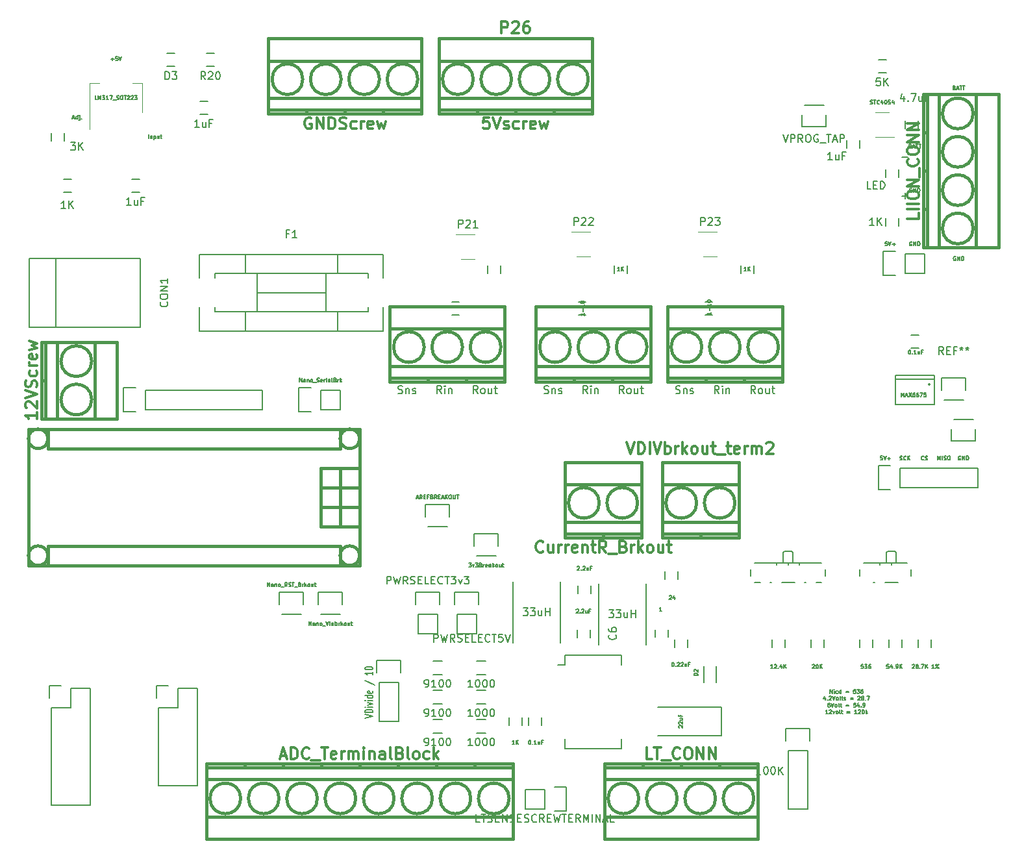
<source format=gto>
G04 #@! TF.GenerationSoftware,KiCad,Pcbnew,5.0.0-rc2*
G04 #@! TF.CreationDate,2019-07-22T20:15:04-04:00*
G04 #@! TF.ProjectId,batterystation,6261747465727973746174696F6E2E6B,rev?*
G04 #@! TF.SameCoordinates,Original*
G04 #@! TF.FileFunction,Legend,Top*
G04 #@! TF.FilePolarity,Positive*
%FSLAX46Y46*%
G04 Gerber Fmt 4.6, Leading zero omitted, Abs format (unit mm)*
G04 Created by KiCad (PCBNEW 5.0.0-rc2) date Mon Jul 22 20:15:04 2019*
%MOMM*%
%LPD*%
G01*
G04 APERTURE LIST*
%ADD10C,0.127000*%
%ADD11C,0.152400*%
%ADD12C,0.150000*%
%ADD13C,0.381000*%
%ADD14C,0.120000*%
%ADD15C,0.300000*%
G04 APERTURE END LIST*
D10*
X191836523Y-57113714D02*
X191909095Y-57137904D01*
X191933285Y-57162095D01*
X191957476Y-57210476D01*
X191957476Y-57283047D01*
X191933285Y-57331428D01*
X191909095Y-57355619D01*
X191860714Y-57379809D01*
X191667190Y-57379809D01*
X191667190Y-56871809D01*
X191836523Y-56871809D01*
X191884904Y-56896000D01*
X191909095Y-56920190D01*
X191933285Y-56968571D01*
X191933285Y-57016952D01*
X191909095Y-57065333D01*
X191884904Y-57089523D01*
X191836523Y-57113714D01*
X191667190Y-57113714D01*
X192150999Y-57234666D02*
X192392904Y-57234666D01*
X192102619Y-57379809D02*
X192271952Y-56871809D01*
X192441285Y-57379809D01*
X192538047Y-56871809D02*
X192828333Y-56871809D01*
X192683190Y-57379809D02*
X192683190Y-56871809D01*
X192925095Y-56871809D02*
X193215380Y-56871809D01*
X193070238Y-57379809D02*
X193070238Y-56871809D01*
X186121523Y-64733714D02*
X186194095Y-64757904D01*
X186218285Y-64782095D01*
X186242476Y-64830476D01*
X186242476Y-64903047D01*
X186218285Y-64951428D01*
X186194095Y-64975619D01*
X186145714Y-64999809D01*
X185952190Y-64999809D01*
X185952190Y-64491809D01*
X186121523Y-64491809D01*
X186169904Y-64516000D01*
X186194095Y-64540190D01*
X186218285Y-64588571D01*
X186218285Y-64636952D01*
X186194095Y-64685333D01*
X186169904Y-64709523D01*
X186121523Y-64733714D01*
X185952190Y-64733714D01*
X186435999Y-64854666D02*
X186677904Y-64854666D01*
X186387619Y-64999809D02*
X186556952Y-64491809D01*
X186726285Y-64999809D01*
X186823047Y-64491809D02*
X187113333Y-64491809D01*
X186968190Y-64999809D02*
X186968190Y-64491809D01*
X187210095Y-64491809D02*
X187500380Y-64491809D01*
X187355238Y-64999809D02*
X187355238Y-64491809D01*
X192017952Y-79121000D02*
X191969571Y-79096809D01*
X191897000Y-79096809D01*
X191824428Y-79121000D01*
X191776047Y-79169380D01*
X191751857Y-79217761D01*
X191727666Y-79314523D01*
X191727666Y-79387095D01*
X191751857Y-79483857D01*
X191776047Y-79532238D01*
X191824428Y-79580619D01*
X191897000Y-79604809D01*
X191945380Y-79604809D01*
X192017952Y-79580619D01*
X192042142Y-79556428D01*
X192042142Y-79387095D01*
X191945380Y-79387095D01*
X192259857Y-79604809D02*
X192259857Y-79096809D01*
X192550142Y-79604809D01*
X192550142Y-79096809D01*
X192792047Y-79604809D02*
X192792047Y-79096809D01*
X192913000Y-79096809D01*
X192985571Y-79121000D01*
X193033952Y-79169380D01*
X193058142Y-79217761D01*
X193082333Y-79314523D01*
X193082333Y-79387095D01*
X193058142Y-79483857D01*
X193033952Y-79532238D01*
X192985571Y-79580619D01*
X192913000Y-79604809D01*
X192792047Y-79604809D01*
X186302952Y-70231000D02*
X186254571Y-70206809D01*
X186182000Y-70206809D01*
X186109428Y-70231000D01*
X186061047Y-70279380D01*
X186036857Y-70327761D01*
X186012666Y-70424523D01*
X186012666Y-70497095D01*
X186036857Y-70593857D01*
X186061047Y-70642238D01*
X186109428Y-70690619D01*
X186182000Y-70714809D01*
X186230380Y-70714809D01*
X186302952Y-70690619D01*
X186327142Y-70666428D01*
X186327142Y-70497095D01*
X186230380Y-70497095D01*
X186544857Y-70714809D02*
X186544857Y-70206809D01*
X186835142Y-70714809D01*
X186835142Y-70206809D01*
X187077047Y-70714809D02*
X187077047Y-70206809D01*
X187198000Y-70206809D01*
X187270571Y-70231000D01*
X187318952Y-70279380D01*
X187343142Y-70327761D01*
X187367333Y-70424523D01*
X187367333Y-70497095D01*
X187343142Y-70593857D01*
X187318952Y-70642238D01*
X187270571Y-70690619D01*
X187198000Y-70714809D01*
X187077047Y-70714809D01*
D11*
X115013619Y-139256666D02*
X116029619Y-139023333D01*
X115013619Y-138789999D01*
X116029619Y-138556666D02*
X115013619Y-138556666D01*
X115013619Y-138389999D01*
X115061999Y-138289999D01*
X115158761Y-138223333D01*
X115255523Y-138189999D01*
X115449047Y-138156666D01*
X115594190Y-138156666D01*
X115787714Y-138189999D01*
X115884476Y-138223333D01*
X115981238Y-138289999D01*
X116029619Y-138389999D01*
X116029619Y-138556666D01*
X116029619Y-137856666D02*
X115352285Y-137856666D01*
X115013619Y-137856666D02*
X115061999Y-137889999D01*
X115110380Y-137856666D01*
X115061999Y-137823333D01*
X115013619Y-137856666D01*
X115110380Y-137856666D01*
X115352285Y-137589999D02*
X116029619Y-137423333D01*
X115352285Y-137256666D01*
X116029619Y-136989999D02*
X115352285Y-136989999D01*
X115013619Y-136989999D02*
X115061999Y-137023333D01*
X115110380Y-136989999D01*
X115061999Y-136956666D01*
X115013619Y-136989999D01*
X115110380Y-136989999D01*
X116029619Y-136356666D02*
X115013619Y-136356666D01*
X115981238Y-136356666D02*
X116029619Y-136423333D01*
X116029619Y-136556666D01*
X115981238Y-136623333D01*
X115932857Y-136656666D01*
X115836095Y-136689999D01*
X115545809Y-136689999D01*
X115449047Y-136656666D01*
X115400666Y-136623333D01*
X115352285Y-136556666D01*
X115352285Y-136423333D01*
X115400666Y-136356666D01*
X115981238Y-135756666D02*
X116029619Y-135823333D01*
X116029619Y-135956666D01*
X115981238Y-136023333D01*
X115884476Y-136056666D01*
X115497428Y-136056666D01*
X115400666Y-136023333D01*
X115352285Y-135956666D01*
X115352285Y-135823333D01*
X115400666Y-135756666D01*
X115497428Y-135723333D01*
X115594190Y-135723333D01*
X115690952Y-136056666D01*
X114965238Y-134389999D02*
X116271523Y-134989999D01*
X116029619Y-133256666D02*
X116029619Y-133656666D01*
X116029619Y-133456666D02*
X115013619Y-133456666D01*
X115158761Y-133523333D01*
X115255523Y-133589999D01*
X115303904Y-133656666D01*
X115013619Y-132823333D02*
X115013619Y-132756666D01*
X115062000Y-132689999D01*
X115110380Y-132656666D01*
X115207142Y-132623333D01*
X115400666Y-132589999D01*
X115642571Y-132589999D01*
X115836095Y-132623333D01*
X115932857Y-132656666D01*
X115981238Y-132689999D01*
X116029619Y-132756666D01*
X116029619Y-132823333D01*
X115981238Y-132889999D01*
X115932857Y-132923333D01*
X115836095Y-132956666D01*
X115642571Y-132989999D01*
X115400666Y-132989999D01*
X115207142Y-132956666D01*
X115110380Y-132923333D01*
X115062000Y-132889999D01*
X115013619Y-132823333D01*
X155514523Y-96931238D02*
X155659666Y-96979619D01*
X155901571Y-96979619D01*
X155998333Y-96931238D01*
X156046714Y-96882857D01*
X156095095Y-96786095D01*
X156095095Y-96689333D01*
X156046714Y-96592571D01*
X155998333Y-96544190D01*
X155901571Y-96495809D01*
X155708047Y-96447428D01*
X155611285Y-96399047D01*
X155562904Y-96350666D01*
X155514523Y-96253904D01*
X155514523Y-96157142D01*
X155562904Y-96060380D01*
X155611285Y-96012000D01*
X155708047Y-95963619D01*
X155949952Y-95963619D01*
X156095095Y-96012000D01*
X156530523Y-96302285D02*
X156530523Y-96979619D01*
X156530523Y-96399047D02*
X156578904Y-96350666D01*
X156675666Y-96302285D01*
X156820809Y-96302285D01*
X156917571Y-96350666D01*
X156965952Y-96447428D01*
X156965952Y-96979619D01*
X157401380Y-96931238D02*
X157498142Y-96979619D01*
X157691666Y-96979619D01*
X157788428Y-96931238D01*
X157836809Y-96834476D01*
X157836809Y-96786095D01*
X157788428Y-96689333D01*
X157691666Y-96640952D01*
X157546523Y-96640952D01*
X157449761Y-96592571D01*
X157401380Y-96495809D01*
X157401380Y-96447428D01*
X157449761Y-96350666D01*
X157546523Y-96302285D01*
X157691666Y-96302285D01*
X157788428Y-96350666D01*
X161175095Y-96979619D02*
X160836428Y-96495809D01*
X160594523Y-96979619D02*
X160594523Y-95963619D01*
X160981571Y-95963619D01*
X161078333Y-96012000D01*
X161126714Y-96060380D01*
X161175095Y-96157142D01*
X161175095Y-96302285D01*
X161126714Y-96399047D01*
X161078333Y-96447428D01*
X160981571Y-96495809D01*
X160594523Y-96495809D01*
X161610523Y-96979619D02*
X161610523Y-96302285D01*
X161610523Y-95963619D02*
X161562142Y-96012000D01*
X161610523Y-96060380D01*
X161658904Y-96012000D01*
X161610523Y-95963619D01*
X161610523Y-96060380D01*
X162094333Y-96302285D02*
X162094333Y-96979619D01*
X162094333Y-96399047D02*
X162142714Y-96350666D01*
X162239476Y-96302285D01*
X162384619Y-96302285D01*
X162481380Y-96350666D01*
X162529761Y-96447428D01*
X162529761Y-96979619D01*
X165916428Y-96979619D02*
X165577761Y-96495809D01*
X165335857Y-96979619D02*
X165335857Y-95963619D01*
X165722904Y-95963619D01*
X165819666Y-96012000D01*
X165868047Y-96060380D01*
X165916428Y-96157142D01*
X165916428Y-96302285D01*
X165868047Y-96399047D01*
X165819666Y-96447428D01*
X165722904Y-96495809D01*
X165335857Y-96495809D01*
X166497000Y-96979619D02*
X166400238Y-96931238D01*
X166351857Y-96882857D01*
X166303476Y-96786095D01*
X166303476Y-96495809D01*
X166351857Y-96399047D01*
X166400238Y-96350666D01*
X166497000Y-96302285D01*
X166642142Y-96302285D01*
X166738904Y-96350666D01*
X166787285Y-96399047D01*
X166835666Y-96495809D01*
X166835666Y-96786095D01*
X166787285Y-96882857D01*
X166738904Y-96931238D01*
X166642142Y-96979619D01*
X166497000Y-96979619D01*
X167706523Y-96302285D02*
X167706523Y-96979619D01*
X167271095Y-96302285D02*
X167271095Y-96834476D01*
X167319476Y-96931238D01*
X167416238Y-96979619D01*
X167561380Y-96979619D01*
X167658142Y-96931238D01*
X167706523Y-96882857D01*
X168045190Y-96302285D02*
X168432238Y-96302285D01*
X168190333Y-95963619D02*
X168190333Y-96834476D01*
X168238714Y-96931238D01*
X168335476Y-96979619D01*
X168432238Y-96979619D01*
X138369523Y-96931238D02*
X138514666Y-96979619D01*
X138756571Y-96979619D01*
X138853333Y-96931238D01*
X138901714Y-96882857D01*
X138950095Y-96786095D01*
X138950095Y-96689333D01*
X138901714Y-96592571D01*
X138853333Y-96544190D01*
X138756571Y-96495809D01*
X138563047Y-96447428D01*
X138466285Y-96399047D01*
X138417904Y-96350666D01*
X138369523Y-96253904D01*
X138369523Y-96157142D01*
X138417904Y-96060380D01*
X138466285Y-96012000D01*
X138563047Y-95963619D01*
X138804952Y-95963619D01*
X138950095Y-96012000D01*
X139385523Y-96302285D02*
X139385523Y-96979619D01*
X139385523Y-96399047D02*
X139433904Y-96350666D01*
X139530666Y-96302285D01*
X139675809Y-96302285D01*
X139772571Y-96350666D01*
X139820952Y-96447428D01*
X139820952Y-96979619D01*
X140256380Y-96931238D02*
X140353142Y-96979619D01*
X140546666Y-96979619D01*
X140643428Y-96931238D01*
X140691809Y-96834476D01*
X140691809Y-96786095D01*
X140643428Y-96689333D01*
X140546666Y-96640952D01*
X140401523Y-96640952D01*
X140304761Y-96592571D01*
X140256380Y-96495809D01*
X140256380Y-96447428D01*
X140304761Y-96350666D01*
X140401523Y-96302285D01*
X140546666Y-96302285D01*
X140643428Y-96350666D01*
X144030095Y-96979619D02*
X143691428Y-96495809D01*
X143449523Y-96979619D02*
X143449523Y-95963619D01*
X143836571Y-95963619D01*
X143933333Y-96012000D01*
X143981714Y-96060380D01*
X144030095Y-96157142D01*
X144030095Y-96302285D01*
X143981714Y-96399047D01*
X143933333Y-96447428D01*
X143836571Y-96495809D01*
X143449523Y-96495809D01*
X144465523Y-96979619D02*
X144465523Y-96302285D01*
X144465523Y-95963619D02*
X144417142Y-96012000D01*
X144465523Y-96060380D01*
X144513904Y-96012000D01*
X144465523Y-95963619D01*
X144465523Y-96060380D01*
X144949333Y-96302285D02*
X144949333Y-96979619D01*
X144949333Y-96399047D02*
X144997714Y-96350666D01*
X145094476Y-96302285D01*
X145239619Y-96302285D01*
X145336380Y-96350666D01*
X145384761Y-96447428D01*
X145384761Y-96979619D01*
X148771428Y-96979619D02*
X148432761Y-96495809D01*
X148190857Y-96979619D02*
X148190857Y-95963619D01*
X148577904Y-95963619D01*
X148674666Y-96012000D01*
X148723047Y-96060380D01*
X148771428Y-96157142D01*
X148771428Y-96302285D01*
X148723047Y-96399047D01*
X148674666Y-96447428D01*
X148577904Y-96495809D01*
X148190857Y-96495809D01*
X149352000Y-96979619D02*
X149255238Y-96931238D01*
X149206857Y-96882857D01*
X149158476Y-96786095D01*
X149158476Y-96495809D01*
X149206857Y-96399047D01*
X149255238Y-96350666D01*
X149352000Y-96302285D01*
X149497142Y-96302285D01*
X149593904Y-96350666D01*
X149642285Y-96399047D01*
X149690666Y-96495809D01*
X149690666Y-96786095D01*
X149642285Y-96882857D01*
X149593904Y-96931238D01*
X149497142Y-96979619D01*
X149352000Y-96979619D01*
X150561523Y-96302285D02*
X150561523Y-96979619D01*
X150126095Y-96302285D02*
X150126095Y-96834476D01*
X150174476Y-96931238D01*
X150271238Y-96979619D01*
X150416380Y-96979619D01*
X150513142Y-96931238D01*
X150561523Y-96882857D01*
X150900190Y-96302285D02*
X151287238Y-96302285D01*
X151045333Y-95963619D02*
X151045333Y-96834476D01*
X151093714Y-96931238D01*
X151190476Y-96979619D01*
X151287238Y-96979619D01*
X119319523Y-96931238D02*
X119464666Y-96979619D01*
X119706571Y-96979619D01*
X119803333Y-96931238D01*
X119851714Y-96882857D01*
X119900095Y-96786095D01*
X119900095Y-96689333D01*
X119851714Y-96592571D01*
X119803333Y-96544190D01*
X119706571Y-96495809D01*
X119513047Y-96447428D01*
X119416285Y-96399047D01*
X119367904Y-96350666D01*
X119319523Y-96253904D01*
X119319523Y-96157142D01*
X119367904Y-96060380D01*
X119416285Y-96012000D01*
X119513047Y-95963619D01*
X119754952Y-95963619D01*
X119900095Y-96012000D01*
X120335523Y-96302285D02*
X120335523Y-96979619D01*
X120335523Y-96399047D02*
X120383904Y-96350666D01*
X120480666Y-96302285D01*
X120625809Y-96302285D01*
X120722571Y-96350666D01*
X120770952Y-96447428D01*
X120770952Y-96979619D01*
X121206380Y-96931238D02*
X121303142Y-96979619D01*
X121496666Y-96979619D01*
X121593428Y-96931238D01*
X121641809Y-96834476D01*
X121641809Y-96786095D01*
X121593428Y-96689333D01*
X121496666Y-96640952D01*
X121351523Y-96640952D01*
X121254761Y-96592571D01*
X121206380Y-96495809D01*
X121206380Y-96447428D01*
X121254761Y-96350666D01*
X121351523Y-96302285D01*
X121496666Y-96302285D01*
X121593428Y-96350666D01*
X124980095Y-96979619D02*
X124641428Y-96495809D01*
X124399523Y-96979619D02*
X124399523Y-95963619D01*
X124786571Y-95963619D01*
X124883333Y-96012000D01*
X124931714Y-96060380D01*
X124980095Y-96157142D01*
X124980095Y-96302285D01*
X124931714Y-96399047D01*
X124883333Y-96447428D01*
X124786571Y-96495809D01*
X124399523Y-96495809D01*
X125415523Y-96979619D02*
X125415523Y-96302285D01*
X125415523Y-95963619D02*
X125367142Y-96012000D01*
X125415523Y-96060380D01*
X125463904Y-96012000D01*
X125415523Y-95963619D01*
X125415523Y-96060380D01*
X125899333Y-96302285D02*
X125899333Y-96979619D01*
X125899333Y-96399047D02*
X125947714Y-96350666D01*
X126044476Y-96302285D01*
X126189619Y-96302285D01*
X126286380Y-96350666D01*
X126334761Y-96447428D01*
X126334761Y-96979619D01*
X129721428Y-96979619D02*
X129382761Y-96495809D01*
X129140857Y-96979619D02*
X129140857Y-95963619D01*
X129527904Y-95963619D01*
X129624666Y-96012000D01*
X129673047Y-96060380D01*
X129721428Y-96157142D01*
X129721428Y-96302285D01*
X129673047Y-96399047D01*
X129624666Y-96447428D01*
X129527904Y-96495809D01*
X129140857Y-96495809D01*
X130302000Y-96979619D02*
X130205238Y-96931238D01*
X130156857Y-96882857D01*
X130108476Y-96786095D01*
X130108476Y-96495809D01*
X130156857Y-96399047D01*
X130205238Y-96350666D01*
X130302000Y-96302285D01*
X130447142Y-96302285D01*
X130543904Y-96350666D01*
X130592285Y-96399047D01*
X130640666Y-96495809D01*
X130640666Y-96786095D01*
X130592285Y-96882857D01*
X130543904Y-96931238D01*
X130447142Y-96979619D01*
X130302000Y-96979619D01*
X131511523Y-96302285D02*
X131511523Y-96979619D01*
X131076095Y-96302285D02*
X131076095Y-96834476D01*
X131124476Y-96931238D01*
X131221238Y-96979619D01*
X131366380Y-96979619D01*
X131463142Y-96931238D01*
X131511523Y-96882857D01*
X131850190Y-96302285D02*
X132237238Y-96302285D01*
X131995333Y-95963619D02*
X131995333Y-96834476D01*
X132043714Y-96931238D01*
X132140476Y-96979619D01*
X132237238Y-96979619D01*
D10*
X186302952Y-77216000D02*
X186254571Y-77191809D01*
X186182000Y-77191809D01*
X186109428Y-77216000D01*
X186061047Y-77264380D01*
X186036857Y-77312761D01*
X186012666Y-77409523D01*
X186012666Y-77482095D01*
X186036857Y-77578857D01*
X186061047Y-77627238D01*
X186109428Y-77675619D01*
X186182000Y-77699809D01*
X186230380Y-77699809D01*
X186302952Y-77675619D01*
X186327142Y-77651428D01*
X186327142Y-77482095D01*
X186230380Y-77482095D01*
X186544857Y-77699809D02*
X186544857Y-77191809D01*
X186835142Y-77699809D01*
X186835142Y-77191809D01*
X187077047Y-77699809D02*
X187077047Y-77191809D01*
X187198000Y-77191809D01*
X187270571Y-77216000D01*
X187318952Y-77264380D01*
X187343142Y-77312761D01*
X187367333Y-77409523D01*
X187367333Y-77482095D01*
X187343142Y-77578857D01*
X187318952Y-77627238D01*
X187270571Y-77675619D01*
X187198000Y-77699809D01*
X187077047Y-77699809D01*
X183103761Y-77191809D02*
X182861857Y-77191809D01*
X182837666Y-77433714D01*
X182861857Y-77409523D01*
X182910238Y-77385333D01*
X183031190Y-77385333D01*
X183079571Y-77409523D01*
X183103761Y-77433714D01*
X183127952Y-77482095D01*
X183127952Y-77603047D01*
X183103761Y-77651428D01*
X183079571Y-77675619D01*
X183031190Y-77699809D01*
X182910238Y-77699809D01*
X182861857Y-77675619D01*
X182837666Y-77651428D01*
X183273095Y-77191809D02*
X183442428Y-77699809D01*
X183611761Y-77191809D01*
X183781095Y-77506285D02*
X184168142Y-77506285D01*
X183974619Y-77699809D02*
X183974619Y-77312761D01*
X192652952Y-105156000D02*
X192604571Y-105131809D01*
X192532000Y-105131809D01*
X192459428Y-105156000D01*
X192411047Y-105204380D01*
X192386857Y-105252761D01*
X192362666Y-105349523D01*
X192362666Y-105422095D01*
X192386857Y-105518857D01*
X192411047Y-105567238D01*
X192459428Y-105615619D01*
X192532000Y-105639809D01*
X192580380Y-105639809D01*
X192652952Y-105615619D01*
X192677142Y-105591428D01*
X192677142Y-105422095D01*
X192580380Y-105422095D01*
X192894857Y-105639809D02*
X192894857Y-105131809D01*
X193185142Y-105639809D01*
X193185142Y-105131809D01*
X193427047Y-105639809D02*
X193427047Y-105131809D01*
X193548000Y-105131809D01*
X193620571Y-105156000D01*
X193668952Y-105204380D01*
X193693142Y-105252761D01*
X193717333Y-105349523D01*
X193717333Y-105422095D01*
X193693142Y-105518857D01*
X193668952Y-105567238D01*
X193620571Y-105615619D01*
X193548000Y-105639809D01*
X193427047Y-105639809D01*
X189701714Y-105639809D02*
X189701714Y-105131809D01*
X189871047Y-105494666D01*
X190040380Y-105131809D01*
X190040380Y-105639809D01*
X190282285Y-105639809D02*
X190282285Y-105131809D01*
X190500000Y-105615619D02*
X190572571Y-105639809D01*
X190693523Y-105639809D01*
X190741904Y-105615619D01*
X190766095Y-105591428D01*
X190790285Y-105543047D01*
X190790285Y-105494666D01*
X190766095Y-105446285D01*
X190741904Y-105422095D01*
X190693523Y-105397904D01*
X190596761Y-105373714D01*
X190548380Y-105349523D01*
X190524190Y-105325333D01*
X190500000Y-105276952D01*
X190500000Y-105228571D01*
X190524190Y-105180190D01*
X190548380Y-105156000D01*
X190596761Y-105131809D01*
X190717714Y-105131809D01*
X190790285Y-105156000D01*
X191104761Y-105131809D02*
X191201523Y-105131809D01*
X191249904Y-105156000D01*
X191298285Y-105204380D01*
X191322476Y-105301142D01*
X191322476Y-105470476D01*
X191298285Y-105567238D01*
X191249904Y-105615619D01*
X191201523Y-105639809D01*
X191104761Y-105639809D01*
X191056380Y-105615619D01*
X191008000Y-105567238D01*
X190983809Y-105470476D01*
X190983809Y-105301142D01*
X191008000Y-105204380D01*
X191056380Y-105156000D01*
X191104761Y-105131809D01*
X187875333Y-105591428D02*
X187851142Y-105615619D01*
X187778571Y-105639809D01*
X187730190Y-105639809D01*
X187657619Y-105615619D01*
X187609238Y-105567238D01*
X187585047Y-105518857D01*
X187560857Y-105422095D01*
X187560857Y-105349523D01*
X187585047Y-105252761D01*
X187609238Y-105204380D01*
X187657619Y-105156000D01*
X187730190Y-105131809D01*
X187778571Y-105131809D01*
X187851142Y-105156000D01*
X187875333Y-105180190D01*
X188068857Y-105615619D02*
X188141428Y-105639809D01*
X188262380Y-105639809D01*
X188310761Y-105615619D01*
X188334952Y-105591428D01*
X188359142Y-105543047D01*
X188359142Y-105494666D01*
X188334952Y-105446285D01*
X188310761Y-105422095D01*
X188262380Y-105397904D01*
X188165619Y-105373714D01*
X188117238Y-105349523D01*
X188093047Y-105325333D01*
X188068857Y-105276952D01*
X188068857Y-105228571D01*
X188093047Y-105180190D01*
X188117238Y-105156000D01*
X188165619Y-105131809D01*
X188286571Y-105131809D01*
X188359142Y-105156000D01*
X184766857Y-105615619D02*
X184839428Y-105639809D01*
X184960380Y-105639809D01*
X185008761Y-105615619D01*
X185032952Y-105591428D01*
X185057142Y-105543047D01*
X185057142Y-105494666D01*
X185032952Y-105446285D01*
X185008761Y-105422095D01*
X184960380Y-105397904D01*
X184863619Y-105373714D01*
X184815238Y-105349523D01*
X184791047Y-105325333D01*
X184766857Y-105276952D01*
X184766857Y-105228571D01*
X184791047Y-105180190D01*
X184815238Y-105156000D01*
X184863619Y-105131809D01*
X184984571Y-105131809D01*
X185057142Y-105156000D01*
X185565142Y-105591428D02*
X185540952Y-105615619D01*
X185468380Y-105639809D01*
X185419999Y-105639809D01*
X185347428Y-105615619D01*
X185299047Y-105567238D01*
X185274857Y-105518857D01*
X185250666Y-105422095D01*
X185250666Y-105349523D01*
X185274857Y-105252761D01*
X185299047Y-105204380D01*
X185347428Y-105156000D01*
X185419999Y-105131809D01*
X185468380Y-105131809D01*
X185540952Y-105156000D01*
X185565142Y-105180190D01*
X185782857Y-105639809D02*
X185782857Y-105131809D01*
X186073142Y-105639809D02*
X185855428Y-105349523D01*
X186073142Y-105131809D02*
X185782857Y-105422095D01*
X182468761Y-105131809D02*
X182226857Y-105131809D01*
X182202666Y-105373714D01*
X182226857Y-105349523D01*
X182275238Y-105325333D01*
X182396190Y-105325333D01*
X182444571Y-105349523D01*
X182468761Y-105373714D01*
X182492952Y-105422095D01*
X182492952Y-105543047D01*
X182468761Y-105591428D01*
X182444571Y-105615619D01*
X182396190Y-105639809D01*
X182275238Y-105639809D01*
X182226857Y-105615619D01*
X182202666Y-105591428D01*
X182638095Y-105131809D02*
X182807428Y-105639809D01*
X182976761Y-105131809D01*
X183146095Y-105446285D02*
X183533142Y-105446285D01*
X183339619Y-105639809D02*
X183339619Y-105252761D01*
X86795428Y-63729809D02*
X86795428Y-63221809D01*
X87037333Y-63391142D02*
X87037333Y-63729809D01*
X87037333Y-63439523D02*
X87061523Y-63415333D01*
X87109904Y-63391142D01*
X87182476Y-63391142D01*
X87230857Y-63415333D01*
X87255047Y-63463714D01*
X87255047Y-63729809D01*
X87496952Y-63391142D02*
X87496952Y-63899142D01*
X87496952Y-63415333D02*
X87545333Y-63391142D01*
X87642095Y-63391142D01*
X87690476Y-63415333D01*
X87714666Y-63439523D01*
X87738857Y-63487904D01*
X87738857Y-63633047D01*
X87714666Y-63681428D01*
X87690476Y-63705619D01*
X87642095Y-63729809D01*
X87545333Y-63729809D01*
X87496952Y-63705619D01*
X88174285Y-63391142D02*
X88174285Y-63729809D01*
X87956571Y-63391142D02*
X87956571Y-63657238D01*
X87980761Y-63705619D01*
X88029142Y-63729809D01*
X88101714Y-63729809D01*
X88150095Y-63705619D01*
X88174285Y-63681428D01*
X88343619Y-63391142D02*
X88537142Y-63391142D01*
X88416190Y-63221809D02*
X88416190Y-63657238D01*
X88440380Y-63705619D01*
X88488761Y-63729809D01*
X88537142Y-63729809D01*
X81896857Y-53376285D02*
X82283904Y-53376285D01*
X82090380Y-53569809D02*
X82090380Y-53182761D01*
X82767714Y-53061809D02*
X82525809Y-53061809D01*
X82501619Y-53303714D01*
X82525809Y-53279523D01*
X82574190Y-53255333D01*
X82695142Y-53255333D01*
X82743523Y-53279523D01*
X82767714Y-53303714D01*
X82791904Y-53352095D01*
X82791904Y-53473047D01*
X82767714Y-53521428D01*
X82743523Y-53545619D01*
X82695142Y-53569809D01*
X82574190Y-53569809D01*
X82525809Y-53545619D01*
X82501619Y-53521428D01*
X82937047Y-53061809D02*
X83106380Y-53569809D01*
X83275714Y-53061809D01*
X76877333Y-61044666D02*
X77119238Y-61044666D01*
X76828952Y-61189809D02*
X76998285Y-60681809D01*
X77167619Y-61189809D01*
X77554666Y-61189809D02*
X77554666Y-60681809D01*
X77554666Y-61165619D02*
X77506285Y-61189809D01*
X77409523Y-61189809D01*
X77361142Y-61165619D01*
X77336952Y-61141428D01*
X77312761Y-61093047D01*
X77312761Y-60947904D01*
X77336952Y-60899523D01*
X77361142Y-60875333D01*
X77409523Y-60851142D01*
X77506285Y-60851142D01*
X77554666Y-60875333D01*
X77796571Y-60851142D02*
X77796571Y-61286571D01*
X77772380Y-61334952D01*
X77724000Y-61359142D01*
X77699809Y-61359142D01*
X77796571Y-60681809D02*
X77772380Y-60706000D01*
X77796571Y-60730190D01*
X77820761Y-60706000D01*
X77796571Y-60681809D01*
X77796571Y-60730190D01*
X78038476Y-61141428D02*
X78062666Y-61165619D01*
X78038476Y-61189809D01*
X78014285Y-61165619D01*
X78038476Y-61141428D01*
X78038476Y-61189809D01*
D11*
X185032952Y-66112571D02*
X185807047Y-66112571D01*
X185032952Y-71192571D02*
X185807047Y-71192571D01*
X185419999Y-71579619D02*
X185419999Y-70805523D01*
D10*
X175659142Y-136056309D02*
X175659142Y-135548309D01*
X175949428Y-136056309D01*
X175949428Y-135548309D01*
X176191333Y-136056309D02*
X176191333Y-135717642D01*
X176191333Y-135548309D02*
X176167142Y-135572500D01*
X176191333Y-135596690D01*
X176215523Y-135572500D01*
X176191333Y-135548309D01*
X176191333Y-135596690D01*
X176650952Y-136032119D02*
X176602571Y-136056309D01*
X176505809Y-136056309D01*
X176457428Y-136032119D01*
X176433238Y-136007928D01*
X176409047Y-135959547D01*
X176409047Y-135814404D01*
X176433238Y-135766023D01*
X176457428Y-135741833D01*
X176505809Y-135717642D01*
X176602571Y-135717642D01*
X176650952Y-135741833D01*
X177086380Y-136056309D02*
X177086380Y-135548309D01*
X177086380Y-136032119D02*
X177038000Y-136056309D01*
X176941238Y-136056309D01*
X176892857Y-136032119D01*
X176868666Y-136007928D01*
X176844476Y-135959547D01*
X176844476Y-135814404D01*
X176868666Y-135766023D01*
X176892857Y-135741833D01*
X176941238Y-135717642D01*
X177038000Y-135717642D01*
X177086380Y-135741833D01*
X177715333Y-135790214D02*
X178102380Y-135790214D01*
X178102380Y-135935357D02*
X177715333Y-135935357D01*
X178973238Y-135548309D02*
X178731333Y-135548309D01*
X178707142Y-135790214D01*
X178731333Y-135766023D01*
X178779714Y-135741833D01*
X178900666Y-135741833D01*
X178949047Y-135766023D01*
X178973238Y-135790214D01*
X178997428Y-135838595D01*
X178997428Y-135959547D01*
X178973238Y-136007928D01*
X178949047Y-136032119D01*
X178900666Y-136056309D01*
X178779714Y-136056309D01*
X178731333Y-136032119D01*
X178707142Y-136007928D01*
X179166761Y-135548309D02*
X179481238Y-135548309D01*
X179311904Y-135741833D01*
X179384476Y-135741833D01*
X179432857Y-135766023D01*
X179457047Y-135790214D01*
X179481238Y-135838595D01*
X179481238Y-135959547D01*
X179457047Y-136007928D01*
X179432857Y-136032119D01*
X179384476Y-136056309D01*
X179239333Y-136056309D01*
X179190952Y-136032119D01*
X179166761Y-136007928D01*
X179916666Y-135548309D02*
X179819904Y-135548309D01*
X179771523Y-135572500D01*
X179747333Y-135596690D01*
X179698952Y-135669261D01*
X179674761Y-135766023D01*
X179674761Y-135959547D01*
X179698952Y-136007928D01*
X179723142Y-136032119D01*
X179771523Y-136056309D01*
X179868285Y-136056309D01*
X179916666Y-136032119D01*
X179940857Y-136007928D01*
X179965047Y-135959547D01*
X179965047Y-135838595D01*
X179940857Y-135790214D01*
X179916666Y-135766023D01*
X179868285Y-135741833D01*
X179771523Y-135741833D01*
X179723142Y-135766023D01*
X179698952Y-135790214D01*
X179674761Y-135838595D01*
X175054380Y-136606642D02*
X175054380Y-136945309D01*
X174933428Y-136413119D02*
X174812476Y-136775976D01*
X175126952Y-136775976D01*
X175320476Y-136896928D02*
X175344666Y-136921119D01*
X175320476Y-136945309D01*
X175296285Y-136921119D01*
X175320476Y-136896928D01*
X175320476Y-136945309D01*
X175538190Y-136485690D02*
X175562380Y-136461500D01*
X175610761Y-136437309D01*
X175731714Y-136437309D01*
X175780095Y-136461500D01*
X175804285Y-136485690D01*
X175828476Y-136534071D01*
X175828476Y-136582452D01*
X175804285Y-136655023D01*
X175514000Y-136945309D01*
X175828476Y-136945309D01*
X175973619Y-136437309D02*
X176142952Y-136945309D01*
X176312285Y-136437309D01*
X176554190Y-136945309D02*
X176505809Y-136921119D01*
X176481619Y-136896928D01*
X176457428Y-136848547D01*
X176457428Y-136703404D01*
X176481619Y-136655023D01*
X176505809Y-136630833D01*
X176554190Y-136606642D01*
X176626761Y-136606642D01*
X176675142Y-136630833D01*
X176699333Y-136655023D01*
X176723523Y-136703404D01*
X176723523Y-136848547D01*
X176699333Y-136896928D01*
X176675142Y-136921119D01*
X176626761Y-136945309D01*
X176554190Y-136945309D01*
X177013809Y-136945309D02*
X176965428Y-136921119D01*
X176941238Y-136872738D01*
X176941238Y-136437309D01*
X177134761Y-136606642D02*
X177328285Y-136606642D01*
X177207333Y-136437309D02*
X177207333Y-136872738D01*
X177231523Y-136921119D01*
X177279904Y-136945309D01*
X177328285Y-136945309D01*
X177473428Y-136921119D02*
X177521809Y-136945309D01*
X177618571Y-136945309D01*
X177666952Y-136921119D01*
X177691142Y-136872738D01*
X177691142Y-136848547D01*
X177666952Y-136800166D01*
X177618571Y-136775976D01*
X177546000Y-136775976D01*
X177497619Y-136751785D01*
X177473428Y-136703404D01*
X177473428Y-136679214D01*
X177497619Y-136630833D01*
X177546000Y-136606642D01*
X177618571Y-136606642D01*
X177666952Y-136630833D01*
X178295904Y-136679214D02*
X178682952Y-136679214D01*
X178682952Y-136824357D02*
X178295904Y-136824357D01*
X179287714Y-136485690D02*
X179311904Y-136461500D01*
X179360285Y-136437309D01*
X179481238Y-136437309D01*
X179529619Y-136461500D01*
X179553809Y-136485690D01*
X179578000Y-136534071D01*
X179578000Y-136582452D01*
X179553809Y-136655023D01*
X179263523Y-136945309D01*
X179578000Y-136945309D01*
X179868285Y-136655023D02*
X179819904Y-136630833D01*
X179795714Y-136606642D01*
X179771523Y-136558261D01*
X179771523Y-136534071D01*
X179795714Y-136485690D01*
X179819904Y-136461500D01*
X179868285Y-136437309D01*
X179965047Y-136437309D01*
X180013428Y-136461500D01*
X180037619Y-136485690D01*
X180061809Y-136534071D01*
X180061809Y-136558261D01*
X180037619Y-136606642D01*
X180013428Y-136630833D01*
X179965047Y-136655023D01*
X179868285Y-136655023D01*
X179819904Y-136679214D01*
X179795714Y-136703404D01*
X179771523Y-136751785D01*
X179771523Y-136848547D01*
X179795714Y-136896928D01*
X179819904Y-136921119D01*
X179868285Y-136945309D01*
X179965047Y-136945309D01*
X180013428Y-136921119D01*
X180037619Y-136896928D01*
X180061809Y-136848547D01*
X180061809Y-136751785D01*
X180037619Y-136703404D01*
X180013428Y-136679214D01*
X179965047Y-136655023D01*
X180279523Y-136896928D02*
X180303714Y-136921119D01*
X180279523Y-136945309D01*
X180255333Y-136921119D01*
X180279523Y-136896928D01*
X180279523Y-136945309D01*
X180473047Y-136437309D02*
X180811714Y-136437309D01*
X180594000Y-136945309D01*
X175622857Y-137326309D02*
X175526095Y-137326309D01*
X175477714Y-137350500D01*
X175453523Y-137374690D01*
X175405142Y-137447261D01*
X175380952Y-137544023D01*
X175380952Y-137737547D01*
X175405142Y-137785928D01*
X175429333Y-137810119D01*
X175477714Y-137834309D01*
X175574476Y-137834309D01*
X175622857Y-137810119D01*
X175647047Y-137785928D01*
X175671238Y-137737547D01*
X175671238Y-137616595D01*
X175647047Y-137568214D01*
X175622857Y-137544023D01*
X175574476Y-137519833D01*
X175477714Y-137519833D01*
X175429333Y-137544023D01*
X175405142Y-137568214D01*
X175380952Y-137616595D01*
X175816380Y-137326309D02*
X175985714Y-137834309D01*
X176155047Y-137326309D01*
X176396952Y-137834309D02*
X176348571Y-137810119D01*
X176324380Y-137785928D01*
X176300190Y-137737547D01*
X176300190Y-137592404D01*
X176324380Y-137544023D01*
X176348571Y-137519833D01*
X176396952Y-137495642D01*
X176469523Y-137495642D01*
X176517904Y-137519833D01*
X176542095Y-137544023D01*
X176566285Y-137592404D01*
X176566285Y-137737547D01*
X176542095Y-137785928D01*
X176517904Y-137810119D01*
X176469523Y-137834309D01*
X176396952Y-137834309D01*
X176856571Y-137834309D02*
X176808190Y-137810119D01*
X176784000Y-137761738D01*
X176784000Y-137326309D01*
X176977523Y-137495642D02*
X177171047Y-137495642D01*
X177050095Y-137326309D02*
X177050095Y-137761738D01*
X177074285Y-137810119D01*
X177122666Y-137834309D01*
X177171047Y-137834309D01*
X177727428Y-137568214D02*
X178114476Y-137568214D01*
X178114476Y-137713357D02*
X177727428Y-137713357D01*
X178985333Y-137326309D02*
X178743428Y-137326309D01*
X178719238Y-137568214D01*
X178743428Y-137544023D01*
X178791809Y-137519833D01*
X178912761Y-137519833D01*
X178961142Y-137544023D01*
X178985333Y-137568214D01*
X179009523Y-137616595D01*
X179009523Y-137737547D01*
X178985333Y-137785928D01*
X178961142Y-137810119D01*
X178912761Y-137834309D01*
X178791809Y-137834309D01*
X178743428Y-137810119D01*
X178719238Y-137785928D01*
X179444952Y-137495642D02*
X179444952Y-137834309D01*
X179324000Y-137302119D02*
X179203047Y-137664976D01*
X179517523Y-137664976D01*
X179711047Y-137785928D02*
X179735238Y-137810119D01*
X179711047Y-137834309D01*
X179686857Y-137810119D01*
X179711047Y-137785928D01*
X179711047Y-137834309D01*
X179977142Y-137834309D02*
X180073904Y-137834309D01*
X180122285Y-137810119D01*
X180146476Y-137785928D01*
X180194857Y-137713357D01*
X180219047Y-137616595D01*
X180219047Y-137423071D01*
X180194857Y-137374690D01*
X180170666Y-137350500D01*
X180122285Y-137326309D01*
X180025523Y-137326309D01*
X179977142Y-137350500D01*
X179952952Y-137374690D01*
X179928761Y-137423071D01*
X179928761Y-137544023D01*
X179952952Y-137592404D01*
X179977142Y-137616595D01*
X180025523Y-137640785D01*
X180122285Y-137640785D01*
X180170666Y-137616595D01*
X180194857Y-137592404D01*
X180219047Y-137544023D01*
X175368857Y-138723309D02*
X175078571Y-138723309D01*
X175223714Y-138723309D02*
X175223714Y-138215309D01*
X175175333Y-138287880D01*
X175126952Y-138336261D01*
X175078571Y-138360452D01*
X175562380Y-138263690D02*
X175586571Y-138239500D01*
X175634952Y-138215309D01*
X175755904Y-138215309D01*
X175804285Y-138239500D01*
X175828476Y-138263690D01*
X175852666Y-138312071D01*
X175852666Y-138360452D01*
X175828476Y-138433023D01*
X175538190Y-138723309D01*
X175852666Y-138723309D01*
X176021999Y-138384642D02*
X176142952Y-138723309D01*
X176263904Y-138384642D01*
X176529999Y-138723309D02*
X176481619Y-138699119D01*
X176457428Y-138674928D01*
X176433238Y-138626547D01*
X176433238Y-138481404D01*
X176457428Y-138433023D01*
X176481619Y-138408833D01*
X176529999Y-138384642D01*
X176602571Y-138384642D01*
X176650952Y-138408833D01*
X176675142Y-138433023D01*
X176699333Y-138481404D01*
X176699333Y-138626547D01*
X176675142Y-138674928D01*
X176650952Y-138699119D01*
X176602571Y-138723309D01*
X176529999Y-138723309D01*
X176989619Y-138723309D02*
X176941238Y-138699119D01*
X176917047Y-138650738D01*
X176917047Y-138215309D01*
X177110571Y-138384642D02*
X177304095Y-138384642D01*
X177183142Y-138215309D02*
X177183142Y-138650738D01*
X177207333Y-138699119D01*
X177255714Y-138723309D01*
X177304095Y-138723309D01*
X177860476Y-138457214D02*
X178247523Y-138457214D01*
X178247523Y-138602357D02*
X177860476Y-138602357D01*
X179142571Y-138723309D02*
X178852285Y-138723309D01*
X178997428Y-138723309D02*
X178997428Y-138215309D01*
X178949047Y-138287880D01*
X178900666Y-138336261D01*
X178852285Y-138360452D01*
X179336095Y-138263690D02*
X179360285Y-138239500D01*
X179408666Y-138215309D01*
X179529619Y-138215309D01*
X179577999Y-138239500D01*
X179602190Y-138263690D01*
X179626380Y-138312071D01*
X179626380Y-138360452D01*
X179602190Y-138433023D01*
X179311904Y-138723309D01*
X179626380Y-138723309D01*
X179940857Y-138215309D02*
X179989238Y-138215309D01*
X180037619Y-138239500D01*
X180061809Y-138263690D01*
X180085999Y-138312071D01*
X180110190Y-138408833D01*
X180110190Y-138529785D01*
X180085999Y-138626547D01*
X180061809Y-138674928D01*
X180037619Y-138699119D01*
X179989238Y-138723309D01*
X179940857Y-138723309D01*
X179892476Y-138699119D01*
X179868285Y-138674928D01*
X179844095Y-138626547D01*
X179819904Y-138529785D01*
X179819904Y-138408833D01*
X179844095Y-138312071D01*
X179868285Y-138263690D01*
X179892476Y-138239500D01*
X179940857Y-138215309D01*
X180327904Y-138723309D02*
X180327904Y-138215309D01*
X180376285Y-138529785D02*
X180521428Y-138723309D01*
X180521428Y-138384642D02*
X180327904Y-138578166D01*
D12*
G04 #@! TO.C,P30*
X129540000Y-118110000D02*
X132080000Y-118110000D01*
X129260000Y-115290000D02*
X132360000Y-115290000D01*
X129260000Y-116840000D02*
X129260000Y-115290000D01*
X132360000Y-115290000D02*
X132360000Y-116840000D01*
G04 #@! TO.C,CON1*
X74739500Y-79319120D02*
X74739500Y-88320880D01*
X71239380Y-79319120D02*
X71239380Y-88320880D01*
X71239380Y-88320880D02*
X85740240Y-88320880D01*
X85740240Y-88320880D02*
X85740240Y-79319120D01*
X85740240Y-79319120D02*
X71239380Y-79319120D01*
G04 #@! TO.C,C1*
X177792000Y-63942700D02*
X177792000Y-64942700D01*
X179492000Y-64942700D02*
X179492000Y-63942700D01*
G04 #@! TO.C,C2*
X187112000Y-62402700D02*
X187112000Y-61402700D01*
X185412000Y-61402700D02*
X185412000Y-62402700D01*
G04 #@! TO.C,C3*
X186190000Y-91020000D02*
X187190000Y-91020000D01*
X187190000Y-89320000D02*
X186190000Y-89320000D01*
G04 #@! TO.C,C4*
X93480000Y-60540000D02*
X94480000Y-60540000D01*
X94480000Y-58840000D02*
X93480000Y-58840000D01*
G04 #@! TO.C,C5*
X84590000Y-70700000D02*
X85590000Y-70700000D01*
X85590000Y-69000000D02*
X84590000Y-69000000D01*
G04 #@! TO.C,C6*
X144360000Y-128770000D02*
X144360000Y-127770000D01*
X142660000Y-127770000D02*
X142660000Y-128770000D01*
G04 #@! TO.C,C7*
X144487000Y-123055000D02*
X144487000Y-122055000D01*
X142787000Y-122055000D02*
X142787000Y-123055000D01*
G04 #@! TO.C,C8*
X138010000Y-140200000D02*
X138010000Y-139200000D01*
X136310000Y-139200000D02*
X136310000Y-140200000D01*
G04 #@! TO.C,C9*
X157060000Y-130040000D02*
X157060000Y-129040000D01*
X155360000Y-129040000D02*
X155360000Y-130040000D01*
G04 #@! TO.C,C10*
X161510000Y-141550000D02*
X153210000Y-141550000D01*
X161510000Y-137850000D02*
X153210000Y-137850000D01*
X161510000Y-141550000D02*
X161510000Y-137850000D01*
G04 #@! TO.C,D1*
X182872000Y-67752700D02*
X182872000Y-68752700D01*
X184572000Y-68752700D02*
X184572000Y-67752700D01*
G04 #@! TO.C,D2*
X160820000Y-134650000D02*
X160820000Y-132550000D01*
X159220000Y-134650000D02*
X159220000Y-132550000D01*
G04 #@! TO.C,F1*
X99410520Y-81320640D02*
X99410520Y-78818740D01*
X99410520Y-88821260D02*
X99410520Y-86319360D01*
X111409480Y-88821260D02*
X111409480Y-86319360D01*
X111409480Y-78818740D02*
X111409480Y-81320640D01*
X100909120Y-83820000D02*
X109910880Y-83820000D01*
X100909120Y-81320640D02*
X100909120Y-86319360D01*
X109910880Y-81320640D02*
X109910880Y-86319360D01*
X115409980Y-81920080D02*
X115409980Y-81320640D01*
X95410020Y-85719920D02*
X95410020Y-86319360D01*
X95410020Y-86319360D02*
X115409980Y-86319360D01*
X115409980Y-86319360D02*
X115409980Y-85719920D01*
X115409980Y-81320640D02*
X95410020Y-81320640D01*
X95410020Y-81320640D02*
X95410020Y-81920080D01*
X117408960Y-81920080D02*
X117408960Y-78818740D01*
X93411040Y-85719920D02*
X93411040Y-88821260D01*
X93411040Y-88821260D02*
X117408960Y-88821260D01*
X117408960Y-88821260D02*
X117408960Y-85719920D01*
X117408960Y-78818740D02*
X93411040Y-78818740D01*
X93411040Y-78818740D02*
X93411040Y-81920080D01*
D13*
G04 #@! TO.C,J1*
X109220000Y-111760000D02*
X114300000Y-111760000D01*
X109220000Y-109220000D02*
X114300000Y-109220000D01*
X111760000Y-114300000D02*
X111760000Y-106680000D01*
X114300000Y-114300000D02*
X109220000Y-114300000D01*
X109220000Y-114300000D02*
X109220000Y-106680000D01*
X109220000Y-106680000D02*
X114300000Y-106680000D01*
X71120000Y-119380000D02*
X114300000Y-119380000D01*
X114300000Y-101600000D02*
X71120000Y-101600000D01*
X114300000Y-101600000D02*
X114300000Y-119380000D01*
X71120000Y-101600000D02*
X71120000Y-119380000D01*
X114300000Y-118110000D02*
G75*
G03X114300000Y-118110000I-1270000J0D01*
G01*
X114300000Y-102870000D02*
G75*
G03X114300000Y-102870000I-1270000J0D01*
G01*
X73660000Y-118110000D02*
G75*
G03X73660000Y-118110000I-1270000J0D01*
G01*
X73660000Y-102870000D02*
G75*
G03X73660000Y-102870000I-1270000J0D01*
G01*
X73660000Y-116840000D02*
X111760000Y-116840000D01*
X111760000Y-104140000D02*
X73660000Y-104140000D01*
X73660000Y-101600000D02*
X73660000Y-104140000D01*
X73660000Y-116840000D02*
X73660000Y-119380000D01*
X111760000Y-119380000D02*
X111760000Y-116840000D01*
X111760000Y-101600000D02*
X111760000Y-104140000D01*
D12*
G04 #@! TO.C,L1*
X134314000Y-121476000D02*
X134314000Y-129476000D01*
X140514000Y-121476000D02*
X140514000Y-129476000D01*
G04 #@! TO.C,L2*
X145490000Y-129730000D02*
X145490000Y-121730000D01*
X151690000Y-129730000D02*
X151690000Y-121730000D01*
G04 #@! TO.C,P2*
X126010000Y-111480000D02*
X126010000Y-113030000D01*
X122910000Y-113030000D02*
X122910000Y-111480000D01*
X122910000Y-111480000D02*
X126010000Y-111480000D01*
X123190000Y-114300000D02*
X125730000Y-114300000D01*
G04 #@! TO.C,P9*
X174832000Y-59362700D02*
X172292000Y-59362700D01*
X175112000Y-62182700D02*
X172012000Y-62182700D01*
X175112000Y-60632700D02*
X175112000Y-62182700D01*
X172012000Y-62182700D02*
X172012000Y-60632700D01*
D14*
G04 #@! TO.C,P10*
X183352000Y-60292700D02*
X181552000Y-60292700D01*
X181552000Y-63512700D02*
X184002000Y-63512700D01*
D12*
G04 #@! TO.C,P11*
X188722000Y-95758000D02*
G75*
G03X188722000Y-95758000I-127000J0D01*
G01*
X189230000Y-95123000D02*
X184150000Y-95123000D01*
X189230000Y-98425000D02*
X184150000Y-98425000D01*
X189230000Y-94615000D02*
X184150000Y-94615000D01*
X189230000Y-94615000D02*
X189230000Y-98425000D01*
X184150000Y-94615000D02*
X184150000Y-98425000D01*
G04 #@! TO.C,P12*
X191490000Y-103150000D02*
X191490000Y-101600000D01*
X194590000Y-101600000D02*
X194590000Y-103150000D01*
X194590000Y-103150000D02*
X191490000Y-103150000D01*
X194310000Y-100330000D02*
X191770000Y-100330000D01*
G04 #@! TO.C,P13*
X124460000Y-125730000D02*
X124460000Y-128270000D01*
X124740000Y-122910000D02*
X124740000Y-124460000D01*
X124460000Y-125730000D02*
X121920000Y-125730000D01*
X121640000Y-124460000D02*
X121640000Y-122910000D01*
X121640000Y-122910000D02*
X124740000Y-122910000D01*
X121920000Y-125730000D02*
X121920000Y-128270000D01*
X121920000Y-128270000D02*
X124460000Y-128270000D01*
G04 #@! TO.C,P14*
X127000000Y-128270000D02*
X129540000Y-128270000D01*
X127000000Y-125730000D02*
X127000000Y-128270000D01*
X126720000Y-122910000D02*
X129820000Y-122910000D01*
X126720000Y-124460000D02*
X126720000Y-122910000D01*
X129540000Y-125730000D02*
X127000000Y-125730000D01*
X129820000Y-122910000D02*
X129820000Y-124460000D01*
X129540000Y-125730000D02*
X129540000Y-128270000D01*
G04 #@! TO.C,P15*
X93161900Y-135382000D02*
X93161900Y-148082000D01*
X93161900Y-148082000D02*
X88081900Y-148082000D01*
X88081900Y-148082000D02*
X88081900Y-137922000D01*
X93161900Y-135382000D02*
X90621900Y-135382000D01*
X89351900Y-135102000D02*
X87801900Y-135102000D01*
X90621900Y-135382000D02*
X90621900Y-137922000D01*
X90621900Y-137922000D02*
X88081900Y-137922000D01*
X87801900Y-135102000D02*
X87801900Y-136652000D01*
G04 #@! TO.C,P16*
X79221900Y-150622000D02*
X79221900Y-135382000D01*
X74141900Y-137922000D02*
X74141900Y-150622000D01*
X79221900Y-150622000D02*
X74141900Y-150622000D01*
X79221900Y-135382000D02*
X76681900Y-135382000D01*
X75411900Y-135102000D02*
X73861900Y-135102000D01*
X76681900Y-135382000D02*
X76681900Y-137922000D01*
X76681900Y-137922000D02*
X74141900Y-137922000D01*
X73861900Y-135102000D02*
X73861900Y-136652000D01*
G04 #@! TO.C,P19*
X141105000Y-131055000D02*
X141105000Y-132325000D01*
X148455000Y-131055000D02*
X148455000Y-132325000D01*
X148455000Y-143265000D02*
X148455000Y-141995000D01*
X141105000Y-143265000D02*
X141105000Y-141995000D01*
X141105000Y-131055000D02*
X148455000Y-131055000D01*
X141105000Y-143265000D02*
X148455000Y-143265000D01*
X141105000Y-132325000D02*
X140170000Y-132325000D01*
G04 #@! TO.C,P20*
X138430000Y-151130000D02*
X135890000Y-151130000D01*
X141250000Y-151410000D02*
X139700000Y-151410000D01*
X138430000Y-151130000D02*
X138430000Y-148590000D01*
X139700000Y-148310000D02*
X141250000Y-148310000D01*
X141250000Y-148310000D02*
X141250000Y-151410000D01*
X138430000Y-148590000D02*
X135890000Y-148590000D01*
X135890000Y-148590000D02*
X135890000Y-151130000D01*
G04 #@! TO.C,R1*
X182952000Y-53432700D02*
X181952000Y-53432700D01*
X181952000Y-55132700D02*
X182952000Y-55132700D01*
G04 #@! TO.C,R2*
X184572000Y-75102700D02*
X184572000Y-74102700D01*
X182872000Y-74102700D02*
X182872000Y-75102700D01*
G04 #@! TO.C,R3*
X75700000Y-70700000D02*
X76700000Y-70700000D01*
X76700000Y-69000000D02*
X75700000Y-69000000D01*
G04 #@! TO.C,R4*
X75780000Y-64000000D02*
X75780000Y-63000000D01*
X74080000Y-63000000D02*
X74080000Y-64000000D01*
G04 #@! TO.C,R5*
X179490000Y-129040000D02*
X179490000Y-130040000D01*
X181190000Y-130040000D02*
X181190000Y-129040000D01*
G04 #@! TO.C,R6*
X187110000Y-129040000D02*
X187110000Y-130040000D01*
X188810000Y-130040000D02*
X188810000Y-129040000D01*
G04 #@! TO.C,R7*
X185000000Y-130040000D02*
X185000000Y-129040000D01*
X183300000Y-129040000D02*
X183300000Y-130040000D01*
G04 #@! TO.C,R8*
X174840000Y-130040000D02*
X174840000Y-129040000D01*
X173140000Y-129040000D02*
X173140000Y-130040000D01*
G04 #@! TO.C,R9*
X170180000Y-143510000D02*
X170180000Y-151130000D01*
X172720000Y-143510000D02*
X172720000Y-151130000D01*
X173000000Y-140690000D02*
X173000000Y-142240000D01*
X170180000Y-151130000D02*
X172720000Y-151130000D01*
X172720000Y-143510000D02*
X170180000Y-143510000D01*
X169900000Y-142240000D02*
X169900000Y-140690000D01*
X169900000Y-140690000D02*
X173000000Y-140690000D01*
G04 #@! TO.C,R10*
X152820000Y-127750000D02*
X152820000Y-128750000D01*
X154520000Y-128750000D02*
X154520000Y-127750000D01*
G04 #@! TO.C,R11*
X155790000Y-121150000D02*
X155790000Y-120150000D01*
X154090000Y-120150000D02*
X154090000Y-121150000D01*
G04 #@! TO.C,R12*
X133770000Y-139200000D02*
X133770000Y-140200000D01*
X135470000Y-140200000D02*
X135470000Y-139200000D01*
G04 #@! TO.C,R13*
X168060000Y-129040000D02*
X168060000Y-130040000D01*
X169760000Y-130040000D02*
X169760000Y-129040000D01*
G04 #@! TO.C,R14*
X127305000Y-84994400D02*
X126305000Y-84994400D01*
X126305000Y-86694400D02*
X127305000Y-86694400D01*
G04 #@! TO.C,R15*
X131035000Y-80264400D02*
X131035000Y-81264400D01*
X132735000Y-81264400D02*
X132735000Y-80264400D01*
G04 #@! TO.C,R16*
X142815000Y-86694400D02*
X143815000Y-86694400D01*
X143815000Y-84994400D02*
X142815000Y-84994400D01*
G04 #@! TO.C,R17*
X149245000Y-81264400D02*
X149245000Y-80264400D01*
X147545000Y-80264400D02*
X147545000Y-81264400D01*
G04 #@! TO.C,R18*
X160325000Y-84994400D02*
X159325000Y-84994400D01*
X159325000Y-86694400D02*
X160325000Y-86694400D01*
G04 #@! TO.C,R19*
X165755000Y-81264400D02*
X165755000Y-80264400D01*
X164055000Y-80264400D02*
X164055000Y-81264400D01*
G04 #@! TO.C,SW1*
X182130000Y-119325000D02*
X182130000Y-119025000D01*
X183630000Y-119325000D02*
X183630000Y-119025000D01*
X181480000Y-121625000D02*
X181280000Y-121625000D01*
X184280000Y-117725000D02*
X184080000Y-117525000D01*
X182980000Y-117725000D02*
X183180000Y-117525000D01*
X184280000Y-119025000D02*
X184280000Y-117725000D01*
X184080000Y-117525000D02*
X183180000Y-117525000D01*
X182980000Y-117725000D02*
X182980000Y-119025000D01*
X185730000Y-119025000D02*
X180030000Y-119025000D01*
X184480000Y-121625000D02*
X182780000Y-121625000D01*
X186230000Y-120725000D02*
X186230000Y-119925000D01*
X179530000Y-119925000D02*
X179530000Y-120725000D01*
G04 #@! TO.C,SW2*
X171680000Y-119025000D02*
X171680000Y-119325000D01*
X168680000Y-119325000D02*
X168680000Y-119025000D01*
X170180000Y-119325000D02*
X170180000Y-119025000D01*
X174530000Y-121625000D02*
X173830000Y-121625000D01*
X166530000Y-121625000D02*
X165830000Y-121625000D01*
X172530000Y-121625000D02*
X172330000Y-121625000D01*
X168030000Y-121625000D02*
X167830000Y-121625000D01*
X170830000Y-117725000D02*
X170630000Y-117525000D01*
X169530000Y-117725000D02*
X169730000Y-117525000D01*
X170830000Y-119025000D02*
X170830000Y-117725000D01*
X169730000Y-117525000D02*
X170630000Y-117525000D01*
X169530000Y-117725000D02*
X169530000Y-119025000D01*
X174530000Y-119025000D02*
X165830000Y-119025000D01*
X171030000Y-121625000D02*
X169330000Y-121625000D01*
X175030000Y-120725000D02*
X175030000Y-119925000D01*
X165330000Y-119925000D02*
X165330000Y-120725000D01*
D14*
G04 #@! TO.C,U2*
X85960000Y-56510000D02*
X84700000Y-56510000D01*
X79140000Y-56510000D02*
X80400000Y-56510000D01*
X85960000Y-60270000D02*
X85960000Y-56510000D01*
X79140000Y-62520000D02*
X79140000Y-56510000D01*
D12*
G04 #@! TO.C,REF06*
X184785000Y-106680000D02*
X184785000Y-109220000D01*
X194945000Y-109220000D02*
X184785000Y-109220000D01*
X194945000Y-106680000D02*
X194945000Y-109220000D01*
X184785000Y-106680000D02*
X194945000Y-106680000D01*
X181965000Y-106400000D02*
X183515000Y-106400000D01*
X181965000Y-109500000D02*
X181965000Y-106400000D01*
X183515000Y-109500000D02*
X181965000Y-109500000D01*
G04 #@! TO.C,REF07*
X187960000Y-81280000D02*
X187960000Y-78740000D01*
X185420000Y-81280000D02*
X187960000Y-81280000D01*
X182600000Y-81560000D02*
X182600000Y-78460000D01*
X184150000Y-81560000D02*
X182600000Y-81560000D01*
X185420000Y-78740000D02*
X185420000Y-81280000D01*
X182600000Y-78460000D02*
X184150000Y-78460000D01*
X185420000Y-78740000D02*
X187960000Y-78740000D01*
D14*
G04 #@! TO.C,P21*
X127540000Y-79400000D02*
X129340000Y-79400000D01*
X129340000Y-76180000D02*
X126890000Y-76180000D01*
G04 #@! TO.C,P22*
X144410000Y-75860000D02*
X141960000Y-75860000D01*
X142610000Y-79080000D02*
X144410000Y-79080000D01*
G04 #@! TO.C,P23*
X159120000Y-79080000D02*
X160920000Y-79080000D01*
X160920000Y-75860000D02*
X158470000Y-75860000D01*
D12*
G04 #@! TO.C,D3*
X89201001Y-54309500D02*
X90201001Y-54309500D01*
X90201001Y-52609500D02*
X89201001Y-52609500D01*
D13*
G04 #@! TO.C,P24*
X82670000Y-90250000D02*
X72870000Y-90250000D01*
X82670000Y-100250000D02*
X82670000Y-90250000D01*
X72870000Y-100250000D02*
X82670000Y-100250000D01*
X72870000Y-90250000D02*
X72870000Y-100250000D01*
X73370000Y-90250000D02*
X73370000Y-100250000D01*
X79770000Y-90250000D02*
X79770000Y-100250000D01*
X74870000Y-90250000D02*
X74870000Y-100250000D01*
X79370000Y-92750000D02*
G75*
G03X79370000Y-92750000I-2000000J0D01*
G01*
X79370000Y-97750000D02*
G75*
G03X79370000Y-97750000I-2000000J0D01*
G01*
X73370000Y-95250000D02*
X72870000Y-95250000D01*
G04 #@! TO.C,P25*
X117395000Y-59980000D02*
X117395000Y-60480000D01*
X121895000Y-55980000D02*
G75*
G03X121895000Y-55980000I-2000000J0D01*
G01*
X116895000Y-55980000D02*
G75*
G03X116895000Y-55980000I-2000000J0D01*
G01*
X112395000Y-59980000D02*
X112395000Y-60480000D01*
X107395000Y-59980000D02*
X107395000Y-60480000D01*
X111895000Y-55980000D02*
G75*
G03X111895000Y-55980000I-2000000J0D01*
G01*
X106895000Y-55980000D02*
G75*
G03X106895000Y-55980000I-2000000J0D01*
G01*
X102395000Y-58480000D02*
X122395000Y-58480000D01*
X102395000Y-53580000D02*
X122395000Y-53580000D01*
X102395000Y-59980000D02*
X122395000Y-59980000D01*
X102395000Y-60480000D02*
X122395000Y-60480000D01*
X122395000Y-60480000D02*
X122395000Y-50680000D01*
X122395000Y-50680000D02*
X102395000Y-50680000D01*
X102395000Y-50680000D02*
X102395000Y-60480000D01*
G04 #@! TO.C,P26*
X124620000Y-50680000D02*
X124620000Y-60480000D01*
X144620000Y-50680000D02*
X124620000Y-50680000D01*
X144620000Y-60480000D02*
X144620000Y-50680000D01*
X124620000Y-60480000D02*
X144620000Y-60480000D01*
X124620000Y-59980000D02*
X144620000Y-59980000D01*
X124620000Y-53580000D02*
X144620000Y-53580000D01*
X124620000Y-58480000D02*
X144620000Y-58480000D01*
X129120000Y-55980000D02*
G75*
G03X129120000Y-55980000I-2000000J0D01*
G01*
X134120000Y-55980000D02*
G75*
G03X134120000Y-55980000I-2000000J0D01*
G01*
X129620000Y-59980000D02*
X129620000Y-60480000D01*
X134620000Y-59980000D02*
X134620000Y-60480000D01*
X139120000Y-55980000D02*
G75*
G03X139120000Y-55980000I-2000000J0D01*
G01*
X144120000Y-55980000D02*
G75*
G03X144120000Y-55980000I-2000000J0D01*
G01*
X139620000Y-59980000D02*
X139620000Y-60480000D01*
D12*
G04 #@! TO.C,P27*
X86360000Y-96520000D02*
X101600000Y-96520000D01*
X101600000Y-96520000D02*
X101600000Y-99060000D01*
X101600000Y-99060000D02*
X86360000Y-99060000D01*
X83540000Y-96240000D02*
X85090000Y-96240000D01*
X86360000Y-96520000D02*
X86360000Y-99060000D01*
X85090000Y-99340000D02*
X83540000Y-99340000D01*
X83540000Y-99340000D02*
X83540000Y-96240000D01*
G04 #@! TO.C,P28*
X112040000Y-122910000D02*
X112040000Y-124460000D01*
X108940000Y-124460000D02*
X108940000Y-122910000D01*
X108940000Y-122910000D02*
X112040000Y-122910000D01*
X109220000Y-125730000D02*
X111760000Y-125730000D01*
G04 #@! TO.C,P29*
X104140000Y-125730000D02*
X106680000Y-125730000D01*
X103860000Y-122910000D02*
X106960000Y-122910000D01*
X103860000Y-124460000D02*
X103860000Y-122910000D01*
X106960000Y-122910000D02*
X106960000Y-124460000D01*
D13*
G04 #@! TO.C,P31*
X158750000Y-115225000D02*
X158750000Y-115725000D01*
X163250000Y-111225000D02*
G75*
G03X163250000Y-111225000I-2000000J0D01*
G01*
X158250000Y-111225000D02*
G75*
G03X158250000Y-111225000I-2000000J0D01*
G01*
X153750000Y-113725000D02*
X163750000Y-113725000D01*
X153750000Y-108825000D02*
X163750000Y-108825000D01*
X153750000Y-115225000D02*
X163750000Y-115225000D01*
X153750000Y-115725000D02*
X163750000Y-115725000D01*
X163750000Y-115725000D02*
X163750000Y-105925000D01*
X163750000Y-105925000D02*
X153750000Y-105925000D01*
X153750000Y-105925000D02*
X153750000Y-115725000D01*
G04 #@! TO.C,P32*
X146050000Y-115225000D02*
X146050000Y-115725000D01*
X150550000Y-111225000D02*
G75*
G03X150550000Y-111225000I-2000000J0D01*
G01*
X145550000Y-111225000D02*
G75*
G03X145550000Y-111225000I-2000000J0D01*
G01*
X141050000Y-113725000D02*
X151050000Y-113725000D01*
X141050000Y-108825000D02*
X151050000Y-108825000D01*
X141050000Y-115225000D02*
X151050000Y-115225000D01*
X141050000Y-115725000D02*
X151050000Y-115725000D01*
X151050000Y-115725000D02*
X151050000Y-105925000D01*
X151050000Y-105925000D02*
X141050000Y-105925000D01*
X141050000Y-105925000D02*
X141050000Y-115725000D01*
D12*
G04 #@! TO.C,R20*
X95351001Y-52609500D02*
X94351001Y-52609500D01*
X94351001Y-54309500D02*
X95351001Y-54309500D01*
G04 #@! TO.C,P3*
X109220000Y-96520000D02*
X111760000Y-96520000D01*
X106400000Y-96240000D02*
X107950000Y-96240000D01*
X109220000Y-96520000D02*
X109220000Y-99060000D01*
X107950000Y-99340000D02*
X106400000Y-99340000D01*
X106400000Y-99340000D02*
X106400000Y-96240000D01*
X109220000Y-99060000D02*
X111760000Y-99060000D01*
X111760000Y-99060000D02*
X111760000Y-96520000D01*
D13*
G04 #@! TO.C,P1*
X98800000Y-149760000D02*
G75*
G03X98800000Y-149760000I-2000000J0D01*
G01*
X99300000Y-145760000D02*
X99300000Y-145260000D01*
X104300000Y-145760000D02*
X104300000Y-145260000D01*
X103800000Y-149760000D02*
G75*
G03X103800000Y-149760000I-2000000J0D01*
G01*
X108800000Y-149760000D02*
G75*
G03X108800000Y-149760000I-2000000J0D01*
G01*
X109300000Y-145760000D02*
X109300000Y-145260000D01*
X114300000Y-145760000D02*
X114300000Y-145260000D01*
X113800000Y-149760000D02*
G75*
G03X113800000Y-149760000I-2000000J0D01*
G01*
X119300000Y-145760000D02*
X119300000Y-145260000D01*
X118800000Y-149760000D02*
G75*
G03X118800000Y-149760000I-2000000J0D01*
G01*
X123800000Y-149760000D02*
G75*
G03X123800000Y-149760000I-2000000J0D01*
G01*
X124300000Y-145760000D02*
X124300000Y-145260000D01*
X129300000Y-145760000D02*
X129300000Y-145260000D01*
X128800000Y-149760000D02*
G75*
G03X128800000Y-149760000I-2000000J0D01*
G01*
X133800000Y-149760000D02*
G75*
G03X133800000Y-149760000I-2000000J0D01*
G01*
X134300000Y-147260000D02*
X94300000Y-147260000D01*
X134300000Y-152160000D02*
X94300000Y-152160000D01*
X134300000Y-145760000D02*
X94300000Y-145760000D01*
X134300000Y-145260000D02*
X94300000Y-145260000D01*
X94300000Y-145260000D02*
X94300000Y-155060000D01*
X94300000Y-155060000D02*
X134300000Y-155060000D01*
X134300000Y-155060000D02*
X134300000Y-145260000D01*
G04 #@! TO.C,P4*
X132730000Y-90905000D02*
G75*
G03X132730000Y-90905000I-2000000J0D01*
G01*
X128230000Y-94905000D02*
X128230000Y-95405000D01*
X123230000Y-94905000D02*
X123230000Y-95405000D01*
X127730000Y-90905000D02*
G75*
G03X127730000Y-90905000I-2000000J0D01*
G01*
X122730000Y-90905000D02*
G75*
G03X122730000Y-90905000I-2000000J0D01*
G01*
X118230000Y-93405000D02*
X133230000Y-93405000D01*
X118230000Y-88505000D02*
X133230000Y-88505000D01*
X118230000Y-94905000D02*
X133230000Y-94905000D01*
X118230000Y-95405000D02*
X133230000Y-95405000D01*
X133230000Y-95405000D02*
X133230000Y-85605000D01*
X133230000Y-85605000D02*
X118230000Y-85605000D01*
X118230000Y-85605000D02*
X118230000Y-95405000D01*
G04 #@! TO.C,P5*
X137280000Y-85605000D02*
X137280000Y-95405000D01*
X152280000Y-85605000D02*
X137280000Y-85605000D01*
X152280000Y-95405000D02*
X152280000Y-85605000D01*
X137280000Y-95405000D02*
X152280000Y-95405000D01*
X137280000Y-94905000D02*
X152280000Y-94905000D01*
X137280000Y-88505000D02*
X152280000Y-88505000D01*
X137280000Y-93405000D02*
X152280000Y-93405000D01*
X141780000Y-90905000D02*
G75*
G03X141780000Y-90905000I-2000000J0D01*
G01*
X146780000Y-90905000D02*
G75*
G03X146780000Y-90905000I-2000000J0D01*
G01*
X142280000Y-94905000D02*
X142280000Y-95405000D01*
X147280000Y-94905000D02*
X147280000Y-95405000D01*
X151780000Y-90905000D02*
G75*
G03X151780000Y-90905000I-2000000J0D01*
G01*
G04 #@! TO.C,P6*
X168925000Y-90905000D02*
G75*
G03X168925000Y-90905000I-2000000J0D01*
G01*
X164425000Y-94905000D02*
X164425000Y-95405000D01*
X159425000Y-94905000D02*
X159425000Y-95405000D01*
X163925000Y-90905000D02*
G75*
G03X163925000Y-90905000I-2000000J0D01*
G01*
X158925000Y-90905000D02*
G75*
G03X158925000Y-90905000I-2000000J0D01*
G01*
X154425000Y-93405000D02*
X169425000Y-93405000D01*
X154425000Y-88505000D02*
X169425000Y-88505000D01*
X154425000Y-94905000D02*
X169425000Y-94905000D01*
X154425000Y-95405000D02*
X169425000Y-95405000D01*
X169425000Y-95405000D02*
X169425000Y-85605000D01*
X169425000Y-85605000D02*
X154425000Y-85605000D01*
X154425000Y-85605000D02*
X154425000Y-95405000D01*
G04 #@! TO.C,P7*
X197605000Y-57945000D02*
X187805000Y-57945000D01*
X197605000Y-77945000D02*
X197605000Y-57945000D01*
X187805000Y-77945000D02*
X197605000Y-77945000D01*
X187805000Y-57945000D02*
X187805000Y-77945000D01*
X188305000Y-57945000D02*
X188305000Y-77945000D01*
X194705000Y-57945000D02*
X194705000Y-77945000D01*
X189805000Y-57945000D02*
X189805000Y-77945000D01*
X194305000Y-60445000D02*
G75*
G03X194305000Y-60445000I-2000000J0D01*
G01*
X194305000Y-65445000D02*
G75*
G03X194305000Y-65445000I-2000000J0D01*
G01*
X188305000Y-62945000D02*
X187805000Y-62945000D01*
X188305000Y-67945000D02*
X187805000Y-67945000D01*
X194305000Y-70445000D02*
G75*
G03X194305000Y-70445000I-2000000J0D01*
G01*
X194305000Y-75445000D02*
G75*
G03X194305000Y-75445000I-2000000J0D01*
G01*
X188305000Y-72945000D02*
X187805000Y-72945000D01*
G04 #@! TO.C,P8*
X151210000Y-145760000D02*
X151210000Y-145260000D01*
X150710000Y-149760000D02*
G75*
G03X150710000Y-149760000I-2000000J0D01*
G01*
X155710000Y-149760000D02*
G75*
G03X155710000Y-149760000I-2000000J0D01*
G01*
X156210000Y-145760000D02*
X156210000Y-145260000D01*
X161210000Y-145760000D02*
X161210000Y-145260000D01*
X160710000Y-149760000D02*
G75*
G03X160710000Y-149760000I-2000000J0D01*
G01*
X165710000Y-149760000D02*
G75*
G03X165710000Y-149760000I-2000000J0D01*
G01*
X166210000Y-147260000D02*
X146210000Y-147260000D01*
X166210000Y-152160000D02*
X146210000Y-152160000D01*
X166210000Y-145760000D02*
X146210000Y-145760000D01*
X166210000Y-145260000D02*
X146210000Y-145260000D01*
X146210000Y-145260000D02*
X146210000Y-155060000D01*
X146210000Y-155060000D02*
X166210000Y-155060000D01*
X166210000Y-155060000D02*
X166210000Y-145260000D01*
D12*
G04 #@! TO.C,P17*
X116840000Y-134620000D02*
X116840000Y-139700000D01*
X116840000Y-139700000D02*
X119380000Y-139700000D01*
X119380000Y-139700000D02*
X119380000Y-134620000D01*
X119660000Y-131800000D02*
X119660000Y-133350000D01*
X119380000Y-134620000D02*
X116840000Y-134620000D01*
X116560000Y-133350000D02*
X116560000Y-131800000D01*
X116560000Y-131800000D02*
X119660000Y-131800000D01*
G04 #@! TO.C,R21*
X123860000Y-131840000D02*
X125060000Y-131840000D01*
X125060000Y-133590000D02*
X123860000Y-133590000D01*
G04 #@! TO.C,R22*
X129575000Y-131840000D02*
X130775000Y-131840000D01*
X130775000Y-133590000D02*
X129575000Y-133590000D01*
G04 #@! TO.C,R23*
X125060000Y-137400000D02*
X123860000Y-137400000D01*
X123860000Y-135650000D02*
X125060000Y-135650000D01*
G04 #@! TO.C,R24*
X130775000Y-137400000D02*
X129575000Y-137400000D01*
X129575000Y-135650000D02*
X130775000Y-135650000D01*
G04 #@! TO.C,R25*
X123860000Y-139460000D02*
X125060000Y-139460000D01*
X125060000Y-141210000D02*
X123860000Y-141210000D01*
G04 #@! TO.C,R26*
X130775000Y-141210000D02*
X129575000Y-141210000D01*
X129575000Y-139460000D02*
X130775000Y-139460000D01*
G04 #@! TO.C,REF\002A\002A*
X190500000Y-97790000D02*
X193040000Y-97790000D01*
X190220000Y-94970000D02*
X193320000Y-94970000D01*
X190220000Y-96520000D02*
X190220000Y-94970000D01*
X193320000Y-94970000D02*
X193320000Y-96520000D01*
G04 #@! TO.C,P30*
D10*
X128536095Y-119101809D02*
X128850571Y-119101809D01*
X128681238Y-119295333D01*
X128753809Y-119295333D01*
X128802190Y-119319523D01*
X128826380Y-119343714D01*
X128850571Y-119392095D01*
X128850571Y-119513047D01*
X128826380Y-119561428D01*
X128802190Y-119585619D01*
X128753809Y-119609809D01*
X128608666Y-119609809D01*
X128560285Y-119585619D01*
X128536095Y-119561428D01*
X129019904Y-119271142D02*
X129140857Y-119609809D01*
X129261809Y-119271142D01*
X129406952Y-119101809D02*
X129721428Y-119101809D01*
X129552095Y-119295333D01*
X129624666Y-119295333D01*
X129673047Y-119319523D01*
X129697238Y-119343714D01*
X129721428Y-119392095D01*
X129721428Y-119513047D01*
X129697238Y-119561428D01*
X129673047Y-119585619D01*
X129624666Y-119609809D01*
X129479523Y-119609809D01*
X129431142Y-119585619D01*
X129406952Y-119561428D01*
X130108476Y-119343714D02*
X130181047Y-119367904D01*
X130205238Y-119392095D01*
X130229428Y-119440476D01*
X130229428Y-119513047D01*
X130205238Y-119561428D01*
X130181047Y-119585619D01*
X130132666Y-119609809D01*
X129939142Y-119609809D01*
X129939142Y-119101809D01*
X130108476Y-119101809D01*
X130156857Y-119126000D01*
X130181047Y-119150190D01*
X130205238Y-119198571D01*
X130205238Y-119246952D01*
X130181047Y-119295333D01*
X130156857Y-119319523D01*
X130108476Y-119343714D01*
X129939142Y-119343714D01*
X130447142Y-119609809D02*
X130447142Y-119271142D01*
X130447142Y-119367904D02*
X130471333Y-119319523D01*
X130495523Y-119295333D01*
X130543904Y-119271142D01*
X130592285Y-119271142D01*
X130955142Y-119585619D02*
X130906761Y-119609809D01*
X130809999Y-119609809D01*
X130761619Y-119585619D01*
X130737428Y-119537238D01*
X130737428Y-119343714D01*
X130761619Y-119295333D01*
X130809999Y-119271142D01*
X130906761Y-119271142D01*
X130955142Y-119295333D01*
X130979333Y-119343714D01*
X130979333Y-119392095D01*
X130737428Y-119440476D01*
X131414761Y-119609809D02*
X131414761Y-119343714D01*
X131390571Y-119295333D01*
X131342190Y-119271142D01*
X131245428Y-119271142D01*
X131197047Y-119295333D01*
X131414761Y-119585619D02*
X131366380Y-119609809D01*
X131245428Y-119609809D01*
X131197047Y-119585619D01*
X131172857Y-119537238D01*
X131172857Y-119488857D01*
X131197047Y-119440476D01*
X131245428Y-119416285D01*
X131366380Y-119416285D01*
X131414761Y-119392095D01*
X131656666Y-119609809D02*
X131656666Y-119101809D01*
X131705047Y-119416285D02*
X131850190Y-119609809D01*
X131850190Y-119271142D02*
X131656666Y-119464666D01*
X132140476Y-119609809D02*
X132092095Y-119585619D01*
X132067904Y-119561428D01*
X132043714Y-119513047D01*
X132043714Y-119367904D01*
X132067904Y-119319523D01*
X132092095Y-119295333D01*
X132140476Y-119271142D01*
X132213047Y-119271142D01*
X132261428Y-119295333D01*
X132285619Y-119319523D01*
X132309809Y-119367904D01*
X132309809Y-119513047D01*
X132285619Y-119561428D01*
X132261428Y-119585619D01*
X132213047Y-119609809D01*
X132140476Y-119609809D01*
X132745238Y-119271142D02*
X132745238Y-119609809D01*
X132527523Y-119271142D02*
X132527523Y-119537238D01*
X132551714Y-119585619D01*
X132600095Y-119609809D01*
X132672666Y-119609809D01*
X132721047Y-119585619D01*
X132745238Y-119561428D01*
X132914571Y-119271142D02*
X133108095Y-119271142D01*
X132987142Y-119101809D02*
X132987142Y-119537238D01*
X133011333Y-119585619D01*
X133059714Y-119609809D01*
X133108095Y-119609809D01*
G04 #@! TO.C,CON1*
D12*
X89196182Y-85034285D02*
X89243801Y-85081904D01*
X89291420Y-85224761D01*
X89291420Y-85319999D01*
X89243801Y-85462857D01*
X89148563Y-85558095D01*
X89053325Y-85605714D01*
X88862849Y-85653333D01*
X88719992Y-85653333D01*
X88529516Y-85605714D01*
X88434278Y-85558095D01*
X88339039Y-85462857D01*
X88291420Y-85319999D01*
X88291420Y-85224761D01*
X88339039Y-85081904D01*
X88386659Y-85034285D01*
X88291420Y-84415238D02*
X88291420Y-84224761D01*
X88339039Y-84129523D01*
X88434278Y-84034285D01*
X88624754Y-83986666D01*
X88958087Y-83986666D01*
X89148563Y-84034285D01*
X89243801Y-84129523D01*
X89291420Y-84224761D01*
X89291420Y-84415238D01*
X89243801Y-84510476D01*
X89148563Y-84605714D01*
X88958087Y-84653333D01*
X88624754Y-84653333D01*
X88434278Y-84605714D01*
X88339039Y-84510476D01*
X88291420Y-84415238D01*
X89291420Y-83558095D02*
X88291420Y-83558095D01*
X89291420Y-82986666D01*
X88291420Y-82986666D01*
X89291420Y-81986666D02*
X89291420Y-82558095D01*
X89291420Y-82272380D02*
X88291420Y-82272380D01*
X88434278Y-82367619D01*
X88529516Y-82462857D01*
X88577135Y-82558095D01*
G04 #@! TO.C,C1*
X175934761Y-66492380D02*
X175363333Y-66492380D01*
X175649047Y-66492380D02*
X175649047Y-65492380D01*
X175553809Y-65635238D01*
X175458571Y-65730476D01*
X175363333Y-65778095D01*
X176791904Y-65825714D02*
X176791904Y-66492380D01*
X176363333Y-65825714D02*
X176363333Y-66349523D01*
X176410952Y-66444761D01*
X176506190Y-66492380D01*
X176649047Y-66492380D01*
X176744285Y-66444761D01*
X176791904Y-66397142D01*
X177601428Y-65968571D02*
X177268095Y-65968571D01*
X177268095Y-66492380D02*
X177268095Y-65492380D01*
X177744285Y-65492380D01*
G04 #@! TO.C,C2*
X185285238Y-58205671D02*
X185285238Y-58872337D01*
X185047142Y-57824718D02*
X184809047Y-58539004D01*
X185428095Y-58539004D01*
X185809047Y-58777099D02*
X185856666Y-58824718D01*
X185809047Y-58872337D01*
X185761428Y-58824718D01*
X185809047Y-58777099D01*
X185809047Y-58872337D01*
X186190000Y-57872337D02*
X186856666Y-57872337D01*
X186428095Y-58872337D01*
X187666190Y-58205671D02*
X187666190Y-58872337D01*
X187237619Y-58205671D02*
X187237619Y-58729480D01*
X187285238Y-58824718D01*
X187380476Y-58872337D01*
X187523333Y-58872337D01*
X187618571Y-58824718D01*
X187666190Y-58777099D01*
X188475714Y-58348528D02*
X188142380Y-58348528D01*
X188142380Y-58872337D02*
X188142380Y-57872337D01*
X188618571Y-57872337D01*
G04 #@! TO.C,C3*
D10*
X185982428Y-91288809D02*
X186030809Y-91288809D01*
X186079190Y-91313000D01*
X186103380Y-91337190D01*
X186127571Y-91385571D01*
X186151761Y-91482333D01*
X186151761Y-91603285D01*
X186127571Y-91700047D01*
X186103380Y-91748428D01*
X186079190Y-91772619D01*
X186030809Y-91796809D01*
X185982428Y-91796809D01*
X185934047Y-91772619D01*
X185909857Y-91748428D01*
X185885666Y-91700047D01*
X185861476Y-91603285D01*
X185861476Y-91482333D01*
X185885666Y-91385571D01*
X185909857Y-91337190D01*
X185934047Y-91313000D01*
X185982428Y-91288809D01*
X186369476Y-91748428D02*
X186393666Y-91772619D01*
X186369476Y-91796809D01*
X186345285Y-91772619D01*
X186369476Y-91748428D01*
X186369476Y-91796809D01*
X186877476Y-91796809D02*
X186587190Y-91796809D01*
X186732333Y-91796809D02*
X186732333Y-91288809D01*
X186683952Y-91361380D01*
X186635571Y-91409761D01*
X186587190Y-91433952D01*
X187312904Y-91458142D02*
X187312904Y-91796809D01*
X187095190Y-91458142D02*
X187095190Y-91724238D01*
X187119380Y-91772619D01*
X187167761Y-91796809D01*
X187240333Y-91796809D01*
X187288714Y-91772619D01*
X187312904Y-91748428D01*
X187724142Y-91530714D02*
X187554809Y-91530714D01*
X187554809Y-91796809D02*
X187554809Y-91288809D01*
X187796714Y-91288809D01*
G04 #@! TO.C,C4*
D12*
X93384761Y-62242380D02*
X92813333Y-62242380D01*
X93099047Y-62242380D02*
X93099047Y-61242380D01*
X93003809Y-61385238D01*
X92908571Y-61480476D01*
X92813333Y-61528095D01*
X94241904Y-61575714D02*
X94241904Y-62242380D01*
X93813333Y-61575714D02*
X93813333Y-62099523D01*
X93860952Y-62194761D01*
X93956190Y-62242380D01*
X94099047Y-62242380D01*
X94194285Y-62194761D01*
X94241904Y-62147142D01*
X95051428Y-61718571D02*
X94718095Y-61718571D01*
X94718095Y-62242380D02*
X94718095Y-61242380D01*
X95194285Y-61242380D01*
G04 #@! TO.C,C5*
X84494761Y-72402380D02*
X83923333Y-72402380D01*
X84209047Y-72402380D02*
X84209047Y-71402380D01*
X84113809Y-71545238D01*
X84018571Y-71640476D01*
X83923333Y-71688095D01*
X85351904Y-71735714D02*
X85351904Y-72402380D01*
X84923333Y-71735714D02*
X84923333Y-72259523D01*
X84970952Y-72354761D01*
X85066190Y-72402380D01*
X85209047Y-72402380D01*
X85304285Y-72354761D01*
X85351904Y-72307142D01*
X86161428Y-71878571D02*
X85828095Y-71878571D01*
X85828095Y-72402380D02*
X85828095Y-71402380D01*
X86304285Y-71402380D01*
G04 #@! TO.C,C6*
X147677142Y-128436666D02*
X147724761Y-128484285D01*
X147772380Y-128627142D01*
X147772380Y-128722380D01*
X147724761Y-128865238D01*
X147629523Y-128960476D01*
X147534285Y-129008095D01*
X147343809Y-129055714D01*
X147200952Y-129055714D01*
X147010476Y-129008095D01*
X146915238Y-128960476D01*
X146819999Y-128865238D01*
X146772380Y-128722380D01*
X146772380Y-128627142D01*
X146819999Y-128484285D01*
X146867619Y-128436666D01*
X146772380Y-127579523D02*
X146772380Y-127770000D01*
X146820000Y-127865238D01*
X146867619Y-127912857D01*
X147010476Y-128008095D01*
X147200952Y-128055714D01*
X147581904Y-128055714D01*
X147677142Y-128008095D01*
X147724761Y-127960476D01*
X147772380Y-127865238D01*
X147772380Y-127674761D01*
X147724761Y-127579523D01*
X147677142Y-127531904D01*
X147581904Y-127484285D01*
X147343809Y-127484285D01*
X147248571Y-127531904D01*
X147200952Y-127579523D01*
X147153333Y-127674761D01*
X147153333Y-127865238D01*
X147200952Y-127960476D01*
X147248571Y-128008095D01*
X147343809Y-128055714D01*
D10*
X142554476Y-125119190D02*
X142578666Y-125095000D01*
X142627047Y-125070809D01*
X142748000Y-125070809D01*
X142796380Y-125095000D01*
X142820571Y-125119190D01*
X142844761Y-125167571D01*
X142844761Y-125215952D01*
X142820571Y-125288523D01*
X142530285Y-125578809D01*
X142844761Y-125578809D01*
X143062476Y-125530428D02*
X143086666Y-125554619D01*
X143062476Y-125578809D01*
X143038285Y-125554619D01*
X143062476Y-125530428D01*
X143062476Y-125578809D01*
X143280190Y-125119190D02*
X143304380Y-125095000D01*
X143352761Y-125070809D01*
X143473714Y-125070809D01*
X143522095Y-125095000D01*
X143546285Y-125119190D01*
X143570476Y-125167571D01*
X143570476Y-125215952D01*
X143546285Y-125288523D01*
X143256000Y-125578809D01*
X143570476Y-125578809D01*
X144005904Y-125240142D02*
X144005904Y-125578809D01*
X143788190Y-125240142D02*
X143788190Y-125506238D01*
X143812380Y-125554619D01*
X143860761Y-125578809D01*
X143933333Y-125578809D01*
X143981714Y-125554619D01*
X144005904Y-125530428D01*
X144417142Y-125312714D02*
X144247809Y-125312714D01*
X144247809Y-125578809D02*
X144247809Y-125070809D01*
X144489714Y-125070809D01*
G04 #@! TO.C,C7*
X142681476Y-119531190D02*
X142705666Y-119507000D01*
X142754047Y-119482809D01*
X142875000Y-119482809D01*
X142923380Y-119507000D01*
X142947571Y-119531190D01*
X142971761Y-119579571D01*
X142971761Y-119627952D01*
X142947571Y-119700523D01*
X142657285Y-119990809D01*
X142971761Y-119990809D01*
X143189476Y-119942428D02*
X143213666Y-119966619D01*
X143189476Y-119990809D01*
X143165285Y-119966619D01*
X143189476Y-119942428D01*
X143189476Y-119990809D01*
X143407190Y-119531190D02*
X143431380Y-119507000D01*
X143479761Y-119482809D01*
X143600714Y-119482809D01*
X143649095Y-119507000D01*
X143673285Y-119531190D01*
X143697476Y-119579571D01*
X143697476Y-119627952D01*
X143673285Y-119700523D01*
X143383000Y-119990809D01*
X143697476Y-119990809D01*
X144132904Y-119652142D02*
X144132904Y-119990809D01*
X143915190Y-119652142D02*
X143915190Y-119918238D01*
X143939380Y-119966619D01*
X143987761Y-119990809D01*
X144060333Y-119990809D01*
X144108714Y-119966619D01*
X144132904Y-119942428D01*
X144544142Y-119724714D02*
X144374809Y-119724714D01*
X144374809Y-119990809D02*
X144374809Y-119482809D01*
X144616714Y-119482809D01*
G04 #@! TO.C,C8*
X136452428Y-142215809D02*
X136500809Y-142215809D01*
X136549190Y-142240000D01*
X136573380Y-142264190D01*
X136597571Y-142312571D01*
X136621761Y-142409333D01*
X136621761Y-142530285D01*
X136597571Y-142627047D01*
X136573380Y-142675428D01*
X136549190Y-142699619D01*
X136500809Y-142723809D01*
X136452428Y-142723809D01*
X136404047Y-142699619D01*
X136379857Y-142675428D01*
X136355666Y-142627047D01*
X136331476Y-142530285D01*
X136331476Y-142409333D01*
X136355666Y-142312571D01*
X136379857Y-142264190D01*
X136404047Y-142240000D01*
X136452428Y-142215809D01*
X136839476Y-142675428D02*
X136863666Y-142699619D01*
X136839476Y-142723809D01*
X136815285Y-142699619D01*
X136839476Y-142675428D01*
X136839476Y-142723809D01*
X137347476Y-142723809D02*
X137057190Y-142723809D01*
X137202333Y-142723809D02*
X137202333Y-142215809D01*
X137153952Y-142288380D01*
X137105571Y-142336761D01*
X137057190Y-142360952D01*
X137782904Y-142385142D02*
X137782904Y-142723809D01*
X137565190Y-142385142D02*
X137565190Y-142651238D01*
X137589380Y-142699619D01*
X137637761Y-142723809D01*
X137710333Y-142723809D01*
X137758714Y-142699619D01*
X137782904Y-142675428D01*
X138194142Y-142457714D02*
X138024809Y-142457714D01*
X138024809Y-142723809D02*
X138024809Y-142215809D01*
X138266714Y-142215809D01*
G04 #@! TO.C,C9*
X155133523Y-132055809D02*
X155181904Y-132055809D01*
X155230285Y-132080000D01*
X155254476Y-132104190D01*
X155278666Y-132152571D01*
X155302857Y-132249333D01*
X155302857Y-132370285D01*
X155278666Y-132467047D01*
X155254476Y-132515428D01*
X155230285Y-132539619D01*
X155181904Y-132563809D01*
X155133523Y-132563809D01*
X155085142Y-132539619D01*
X155060952Y-132515428D01*
X155036761Y-132467047D01*
X155012571Y-132370285D01*
X155012571Y-132249333D01*
X155036761Y-132152571D01*
X155060952Y-132104190D01*
X155085142Y-132080000D01*
X155133523Y-132055809D01*
X155520571Y-132515428D02*
X155544761Y-132539619D01*
X155520571Y-132563809D01*
X155496380Y-132539619D01*
X155520571Y-132515428D01*
X155520571Y-132563809D01*
X155738285Y-132104190D02*
X155762476Y-132080000D01*
X155810857Y-132055809D01*
X155931809Y-132055809D01*
X155980190Y-132080000D01*
X156004380Y-132104190D01*
X156028571Y-132152571D01*
X156028571Y-132200952D01*
X156004380Y-132273523D01*
X155714095Y-132563809D01*
X156028571Y-132563809D01*
X156222095Y-132104190D02*
X156246285Y-132080000D01*
X156294666Y-132055809D01*
X156415619Y-132055809D01*
X156463999Y-132080000D01*
X156488190Y-132104190D01*
X156512380Y-132152571D01*
X156512380Y-132200952D01*
X156488190Y-132273523D01*
X156197904Y-132563809D01*
X156512380Y-132563809D01*
X156947809Y-132225142D02*
X156947809Y-132563809D01*
X156730095Y-132225142D02*
X156730095Y-132491238D01*
X156754285Y-132539619D01*
X156802666Y-132563809D01*
X156875238Y-132563809D01*
X156923619Y-132539619D01*
X156947809Y-132515428D01*
X157359047Y-132297714D02*
X157189714Y-132297714D01*
X157189714Y-132563809D02*
X157189714Y-132055809D01*
X157431619Y-132055809D01*
G04 #@! TO.C,C10*
X155980190Y-140534571D02*
X155955999Y-140510380D01*
X155931809Y-140462000D01*
X155931809Y-140341047D01*
X155955999Y-140292666D01*
X155980190Y-140268476D01*
X156028571Y-140244285D01*
X156076952Y-140244285D01*
X156149523Y-140268476D01*
X156439809Y-140558761D01*
X156439809Y-140244285D01*
X155980190Y-140050761D02*
X155955999Y-140026571D01*
X155931809Y-139978190D01*
X155931809Y-139857238D01*
X155956000Y-139808857D01*
X155980190Y-139784666D01*
X156028571Y-139760476D01*
X156076952Y-139760476D01*
X156149523Y-139784666D01*
X156439809Y-140074952D01*
X156439809Y-139760476D01*
X156101142Y-139325047D02*
X156439809Y-139325047D01*
X156101142Y-139542761D02*
X156367238Y-139542761D01*
X156415619Y-139518571D01*
X156439809Y-139470190D01*
X156439809Y-139397619D01*
X156415619Y-139349238D01*
X156391428Y-139325047D01*
X156173714Y-138913809D02*
X156173714Y-139083142D01*
X156439809Y-139083142D02*
X155931809Y-139083142D01*
X155931809Y-138841238D01*
G04 #@! TO.C,D1*
D12*
X180967142Y-70302380D02*
X180490952Y-70302380D01*
X180490952Y-69302380D01*
X181300476Y-69778571D02*
X181633809Y-69778571D01*
X181776666Y-70302380D02*
X181300476Y-70302380D01*
X181300476Y-69302380D01*
X181776666Y-69302380D01*
X182205238Y-70302380D02*
X182205238Y-69302380D01*
X182443333Y-69302380D01*
X182586190Y-69350000D01*
X182681428Y-69445238D01*
X182729047Y-69540476D01*
X182776666Y-69730952D01*
X182776666Y-69873809D01*
X182729047Y-70064285D01*
X182681428Y-70159523D01*
X182586190Y-70254761D01*
X182443333Y-70302380D01*
X182205238Y-70302380D01*
G04 #@! TO.C,D2*
D10*
X158399809Y-133724952D02*
X157891809Y-133724952D01*
X157891809Y-133604000D01*
X157915999Y-133531428D01*
X157964380Y-133483047D01*
X158012761Y-133458857D01*
X158109523Y-133434666D01*
X158182095Y-133434666D01*
X158278857Y-133458857D01*
X158327238Y-133483047D01*
X158375619Y-133531428D01*
X158399809Y-133604000D01*
X158399809Y-133724952D01*
X157940190Y-133241142D02*
X157916000Y-133216952D01*
X157891809Y-133168571D01*
X157891809Y-133047619D01*
X157916000Y-132999238D01*
X157940190Y-132975047D01*
X157988571Y-132950857D01*
X158036952Y-132950857D01*
X158109523Y-132975047D01*
X158399809Y-133265333D01*
X158399809Y-132950857D01*
G04 #@! TO.C,F1*
D12*
X105076666Y-76128571D02*
X104743333Y-76128571D01*
X104743333Y-76652380D02*
X104743333Y-75652380D01*
X105219523Y-75652380D01*
X106124285Y-76652380D02*
X105552857Y-76652380D01*
X105838571Y-76652380D02*
X105838571Y-75652380D01*
X105743333Y-75795238D01*
X105648095Y-75890476D01*
X105552857Y-75938095D01*
G04 #@! TO.C,L1*
X135628285Y-124928380D02*
X136247333Y-124928380D01*
X135913999Y-125309333D01*
X136056857Y-125309333D01*
X136152095Y-125356952D01*
X136199714Y-125404571D01*
X136247333Y-125499809D01*
X136247333Y-125737904D01*
X136199714Y-125833142D01*
X136152095Y-125880761D01*
X136056857Y-125928380D01*
X135771142Y-125928380D01*
X135675904Y-125880761D01*
X135628285Y-125833142D01*
X136580666Y-124928380D02*
X137199714Y-124928380D01*
X136866380Y-125309333D01*
X137009238Y-125309333D01*
X137104476Y-125356952D01*
X137152095Y-125404571D01*
X137199714Y-125499809D01*
X137199714Y-125737904D01*
X137152095Y-125833142D01*
X137104476Y-125880761D01*
X137009238Y-125928380D01*
X136723523Y-125928380D01*
X136628285Y-125880761D01*
X136580666Y-125833142D01*
X138056857Y-125261714D02*
X138056857Y-125928380D01*
X137628285Y-125261714D02*
X137628285Y-125785523D01*
X137675904Y-125880761D01*
X137771142Y-125928380D01*
X137913999Y-125928380D01*
X138009238Y-125880761D01*
X138056857Y-125833142D01*
X138533047Y-125928380D02*
X138533047Y-124928380D01*
X138533047Y-125404571D02*
X139104476Y-125404571D01*
X139104476Y-125928380D02*
X139104476Y-124928380D01*
G04 #@! TO.C,L2*
X146804285Y-125182380D02*
X147423333Y-125182380D01*
X147089999Y-125563333D01*
X147232857Y-125563333D01*
X147328095Y-125610952D01*
X147375714Y-125658571D01*
X147423333Y-125753809D01*
X147423333Y-125991904D01*
X147375714Y-126087142D01*
X147328095Y-126134761D01*
X147232857Y-126182380D01*
X146947142Y-126182380D01*
X146851904Y-126134761D01*
X146804285Y-126087142D01*
X147756666Y-125182380D02*
X148375714Y-125182380D01*
X148042380Y-125563333D01*
X148185238Y-125563333D01*
X148280476Y-125610952D01*
X148328095Y-125658571D01*
X148375714Y-125753809D01*
X148375714Y-125991904D01*
X148328095Y-126087142D01*
X148280476Y-126134761D01*
X148185238Y-126182380D01*
X147899523Y-126182380D01*
X147804285Y-126134761D01*
X147756666Y-126087142D01*
X149232857Y-125515714D02*
X149232857Y-126182380D01*
X148804285Y-125515714D02*
X148804285Y-126039523D01*
X148851904Y-126134761D01*
X148947142Y-126182380D01*
X149089999Y-126182380D01*
X149185238Y-126134761D01*
X149232857Y-126087142D01*
X149709047Y-126182380D02*
X149709047Y-125182380D01*
X149709047Y-125658571D02*
X150280476Y-125658571D01*
X150280476Y-126182380D02*
X150280476Y-125182380D01*
G04 #@! TO.C,P2*
D10*
X121702285Y-110574666D02*
X121944190Y-110574666D01*
X121653904Y-110719809D02*
X121823238Y-110211809D01*
X121992571Y-110719809D01*
X122452190Y-110719809D02*
X122282857Y-110477904D01*
X122161904Y-110719809D02*
X122161904Y-110211809D01*
X122355428Y-110211809D01*
X122403809Y-110236000D01*
X122427999Y-110260190D01*
X122452190Y-110308571D01*
X122452190Y-110381142D01*
X122427999Y-110429523D01*
X122403809Y-110453714D01*
X122355428Y-110477904D01*
X122161904Y-110477904D01*
X122669904Y-110453714D02*
X122839238Y-110453714D01*
X122911809Y-110719809D02*
X122669904Y-110719809D01*
X122669904Y-110211809D01*
X122911809Y-110211809D01*
X123298857Y-110453714D02*
X123129523Y-110453714D01*
X123129523Y-110719809D02*
X123129523Y-110211809D01*
X123371428Y-110211809D01*
X123734285Y-110453714D02*
X123806857Y-110477904D01*
X123831047Y-110502095D01*
X123855238Y-110550476D01*
X123855238Y-110623047D01*
X123831047Y-110671428D01*
X123806857Y-110695619D01*
X123758476Y-110719809D01*
X123564952Y-110719809D01*
X123564952Y-110211809D01*
X123734285Y-110211809D01*
X123782666Y-110236000D01*
X123806857Y-110260190D01*
X123831047Y-110308571D01*
X123831047Y-110356952D01*
X123806857Y-110405333D01*
X123782666Y-110429523D01*
X123734285Y-110453714D01*
X123564952Y-110453714D01*
X124363238Y-110719809D02*
X124193904Y-110477904D01*
X124072952Y-110719809D02*
X124072952Y-110211809D01*
X124266476Y-110211809D01*
X124314857Y-110236000D01*
X124339047Y-110260190D01*
X124363238Y-110308571D01*
X124363238Y-110381142D01*
X124339047Y-110429523D01*
X124314857Y-110453714D01*
X124266476Y-110477904D01*
X124072952Y-110477904D01*
X124580952Y-110453714D02*
X124750285Y-110453714D01*
X124822857Y-110719809D02*
X124580952Y-110719809D01*
X124580952Y-110211809D01*
X124822857Y-110211809D01*
X125016380Y-110574666D02*
X125258285Y-110574666D01*
X124967999Y-110719809D02*
X125137333Y-110211809D01*
X125306666Y-110719809D01*
X125475999Y-110719809D02*
X125475999Y-110211809D01*
X125766285Y-110719809D02*
X125548571Y-110429523D01*
X125766285Y-110211809D02*
X125475999Y-110502095D01*
X126080761Y-110211809D02*
X126177523Y-110211809D01*
X126225904Y-110236000D01*
X126274285Y-110284380D01*
X126298476Y-110381142D01*
X126298476Y-110550476D01*
X126274285Y-110647238D01*
X126225904Y-110695619D01*
X126177523Y-110719809D01*
X126080761Y-110719809D01*
X126032380Y-110695619D01*
X125983999Y-110647238D01*
X125959809Y-110550476D01*
X125959809Y-110381142D01*
X125983999Y-110284380D01*
X126032380Y-110236000D01*
X126080761Y-110211809D01*
X126516190Y-110211809D02*
X126516190Y-110623047D01*
X126540380Y-110671428D01*
X126564571Y-110695619D01*
X126612952Y-110719809D01*
X126709714Y-110719809D01*
X126758095Y-110695619D01*
X126782285Y-110671428D01*
X126806476Y-110623047D01*
X126806476Y-110211809D01*
X126975809Y-110211809D02*
X127266095Y-110211809D01*
X127120952Y-110719809D02*
X127120952Y-110211809D01*
G04 #@! TO.C,P9*
D12*
X169514380Y-63185080D02*
X169847714Y-64185080D01*
X170181047Y-63185080D01*
X170514380Y-64185080D02*
X170514380Y-63185080D01*
X170895333Y-63185080D01*
X170990571Y-63232700D01*
X171038190Y-63280319D01*
X171085809Y-63375557D01*
X171085809Y-63518414D01*
X171038190Y-63613652D01*
X170990571Y-63661271D01*
X170895333Y-63708890D01*
X170514380Y-63708890D01*
X172085809Y-64185080D02*
X171752476Y-63708890D01*
X171514380Y-64185080D02*
X171514380Y-63185080D01*
X171895333Y-63185080D01*
X171990571Y-63232700D01*
X172038190Y-63280319D01*
X172085809Y-63375557D01*
X172085809Y-63518414D01*
X172038190Y-63613652D01*
X171990571Y-63661271D01*
X171895333Y-63708890D01*
X171514380Y-63708890D01*
X172704857Y-63185080D02*
X172895333Y-63185080D01*
X172990571Y-63232700D01*
X173085809Y-63327938D01*
X173133428Y-63518414D01*
X173133428Y-63851747D01*
X173085809Y-64042223D01*
X172990571Y-64137461D01*
X172895333Y-64185080D01*
X172704857Y-64185080D01*
X172609619Y-64137461D01*
X172514380Y-64042223D01*
X172466761Y-63851747D01*
X172466761Y-63518414D01*
X172514380Y-63327938D01*
X172609619Y-63232700D01*
X172704857Y-63185080D01*
X174085809Y-63232700D02*
X173990571Y-63185080D01*
X173847714Y-63185080D01*
X173704857Y-63232700D01*
X173609619Y-63327938D01*
X173562000Y-63423176D01*
X173514380Y-63613652D01*
X173514380Y-63756509D01*
X173562000Y-63946985D01*
X173609619Y-64042223D01*
X173704857Y-64137461D01*
X173847714Y-64185080D01*
X173942952Y-64185080D01*
X174085809Y-64137461D01*
X174133428Y-64089842D01*
X174133428Y-63756509D01*
X173942952Y-63756509D01*
X174323904Y-64280319D02*
X175085809Y-64280319D01*
X175181047Y-63185080D02*
X175752476Y-63185080D01*
X175466761Y-64185080D02*
X175466761Y-63185080D01*
X176038190Y-63899366D02*
X176514380Y-63899366D01*
X175942952Y-64185080D02*
X176276285Y-63185080D01*
X176609619Y-64185080D01*
X176942952Y-64185080D02*
X176942952Y-63185080D01*
X177323904Y-63185080D01*
X177419142Y-63232700D01*
X177466761Y-63280319D01*
X177514380Y-63375557D01*
X177514380Y-63518414D01*
X177466761Y-63613652D01*
X177419142Y-63661271D01*
X177323904Y-63708890D01*
X176942952Y-63708890D01*
G04 #@! TO.C,P10*
D10*
X180891714Y-59208319D02*
X180964285Y-59232509D01*
X181085238Y-59232509D01*
X181133619Y-59208319D01*
X181157809Y-59184128D01*
X181182000Y-59135747D01*
X181182000Y-59087366D01*
X181157809Y-59038985D01*
X181133619Y-59014795D01*
X181085238Y-58990604D01*
X180988476Y-58966414D01*
X180940095Y-58942223D01*
X180915904Y-58918033D01*
X180891714Y-58869652D01*
X180891714Y-58821271D01*
X180915904Y-58772890D01*
X180940095Y-58748700D01*
X180988476Y-58724509D01*
X181109428Y-58724509D01*
X181182000Y-58748700D01*
X181327142Y-58724509D02*
X181617428Y-58724509D01*
X181472285Y-59232509D02*
X181472285Y-58724509D01*
X182077047Y-59184128D02*
X182052857Y-59208319D01*
X181980285Y-59232509D01*
X181931904Y-59232509D01*
X181859333Y-59208319D01*
X181810952Y-59159938D01*
X181786761Y-59111557D01*
X181762571Y-59014795D01*
X181762571Y-58942223D01*
X181786761Y-58845461D01*
X181810952Y-58797080D01*
X181859333Y-58748700D01*
X181931904Y-58724509D01*
X181980285Y-58724509D01*
X182052857Y-58748700D01*
X182077047Y-58772890D01*
X182512476Y-58893842D02*
X182512476Y-59232509D01*
X182391523Y-58700319D02*
X182270571Y-59063176D01*
X182585047Y-59063176D01*
X182875333Y-58724509D02*
X182923714Y-58724509D01*
X182972095Y-58748700D01*
X182996285Y-58772890D01*
X183020476Y-58821271D01*
X183044666Y-58918033D01*
X183044666Y-59038985D01*
X183020476Y-59135747D01*
X182996285Y-59184128D01*
X182972095Y-59208319D01*
X182923714Y-59232509D01*
X182875333Y-59232509D01*
X182826952Y-59208319D01*
X182802761Y-59184128D01*
X182778571Y-59135747D01*
X182754380Y-59038985D01*
X182754380Y-58918033D01*
X182778571Y-58821271D01*
X182802761Y-58772890D01*
X182826952Y-58748700D01*
X182875333Y-58724509D01*
X183504285Y-58724509D02*
X183262380Y-58724509D01*
X183238190Y-58966414D01*
X183262380Y-58942223D01*
X183310761Y-58918033D01*
X183431714Y-58918033D01*
X183480095Y-58942223D01*
X183504285Y-58966414D01*
X183528476Y-59014795D01*
X183528476Y-59135747D01*
X183504285Y-59184128D01*
X183480095Y-59208319D01*
X183431714Y-59232509D01*
X183310761Y-59232509D01*
X183262380Y-59208319D01*
X183238190Y-59184128D01*
X183963904Y-58893842D02*
X183963904Y-59232509D01*
X183842952Y-58700319D02*
X183722000Y-59063176D01*
X184036476Y-59063176D01*
G04 #@! TO.C,P11*
X184966428Y-97384809D02*
X184966428Y-96876809D01*
X185135761Y-97239666D01*
X185305095Y-96876809D01*
X185305095Y-97384809D01*
X185522809Y-97239666D02*
X185764714Y-97239666D01*
X185474428Y-97384809D02*
X185643761Y-96876809D01*
X185813095Y-97384809D01*
X185934047Y-96876809D02*
X186272714Y-97384809D01*
X186272714Y-96876809D02*
X185934047Y-97384809D01*
X186683952Y-96876809D02*
X186587190Y-96876809D01*
X186538809Y-96901000D01*
X186514619Y-96925190D01*
X186466238Y-96997761D01*
X186442047Y-97094523D01*
X186442047Y-97288047D01*
X186466238Y-97336428D01*
X186490428Y-97360619D01*
X186538809Y-97384809D01*
X186635571Y-97384809D01*
X186683952Y-97360619D01*
X186708142Y-97336428D01*
X186732333Y-97288047D01*
X186732333Y-97167095D01*
X186708142Y-97118714D01*
X186683952Y-97094523D01*
X186635571Y-97070333D01*
X186538809Y-97070333D01*
X186490428Y-97094523D01*
X186466238Y-97118714D01*
X186442047Y-97167095D01*
X187167761Y-96876809D02*
X187070999Y-96876809D01*
X187022619Y-96901000D01*
X186998428Y-96925190D01*
X186950047Y-96997761D01*
X186925857Y-97094523D01*
X186925857Y-97288047D01*
X186950047Y-97336428D01*
X186974238Y-97360619D01*
X187022619Y-97384809D01*
X187119380Y-97384809D01*
X187167761Y-97360619D01*
X187191952Y-97336428D01*
X187216142Y-97288047D01*
X187216142Y-97167095D01*
X187191952Y-97118714D01*
X187167761Y-97094523D01*
X187119380Y-97070333D01*
X187022619Y-97070333D01*
X186974238Y-97094523D01*
X186950047Y-97118714D01*
X186925857Y-97167095D01*
X187385476Y-96876809D02*
X187724142Y-96876809D01*
X187506428Y-97384809D01*
X188159571Y-96876809D02*
X187917666Y-96876809D01*
X187893476Y-97118714D01*
X187917666Y-97094523D01*
X187966047Y-97070333D01*
X188086999Y-97070333D01*
X188135380Y-97094523D01*
X188159571Y-97118714D01*
X188183761Y-97167095D01*
X188183761Y-97288047D01*
X188159571Y-97336428D01*
X188135380Y-97360619D01*
X188086999Y-97384809D01*
X187966047Y-97384809D01*
X187917666Y-97360619D01*
X187893476Y-97336428D01*
G04 #@! TO.C,P13*
D12*
X117856666Y-121812380D02*
X117856666Y-120812380D01*
X118237619Y-120812380D01*
X118332857Y-120860000D01*
X118380476Y-120907619D01*
X118428095Y-121002857D01*
X118428095Y-121145714D01*
X118380476Y-121240952D01*
X118332857Y-121288571D01*
X118237619Y-121336190D01*
X117856666Y-121336190D01*
X118761428Y-120812380D02*
X118999523Y-121812380D01*
X119190000Y-121098095D01*
X119380476Y-121812380D01*
X119618571Y-120812380D01*
X120570952Y-121812380D02*
X120237619Y-121336190D01*
X119999523Y-121812380D02*
X119999523Y-120812380D01*
X120380476Y-120812380D01*
X120475714Y-120860000D01*
X120523333Y-120907619D01*
X120570952Y-121002857D01*
X120570952Y-121145714D01*
X120523333Y-121240952D01*
X120475714Y-121288571D01*
X120380476Y-121336190D01*
X119999523Y-121336190D01*
X120951904Y-121764761D02*
X121094761Y-121812380D01*
X121332857Y-121812380D01*
X121428095Y-121764761D01*
X121475714Y-121717142D01*
X121523333Y-121621904D01*
X121523333Y-121526666D01*
X121475714Y-121431428D01*
X121428095Y-121383809D01*
X121332857Y-121336190D01*
X121142380Y-121288571D01*
X121047142Y-121240952D01*
X120999523Y-121193333D01*
X120951904Y-121098095D01*
X120951904Y-121002857D01*
X120999523Y-120907619D01*
X121047142Y-120860000D01*
X121142380Y-120812380D01*
X121380476Y-120812380D01*
X121523333Y-120860000D01*
X121951904Y-121288571D02*
X122285238Y-121288571D01*
X122428095Y-121812380D02*
X121951904Y-121812380D01*
X121951904Y-120812380D01*
X122428095Y-120812380D01*
X123332857Y-121812380D02*
X122856666Y-121812380D01*
X122856666Y-120812380D01*
X123666190Y-121288571D02*
X123999523Y-121288571D01*
X124142380Y-121812380D02*
X123666190Y-121812380D01*
X123666190Y-120812380D01*
X124142380Y-120812380D01*
X125142380Y-121717142D02*
X125094761Y-121764761D01*
X124951904Y-121812380D01*
X124856666Y-121812380D01*
X124713809Y-121764761D01*
X124618571Y-121669523D01*
X124570952Y-121574285D01*
X124523333Y-121383809D01*
X124523333Y-121240952D01*
X124570952Y-121050476D01*
X124618571Y-120955238D01*
X124713809Y-120860000D01*
X124856666Y-120812380D01*
X124951904Y-120812380D01*
X125094761Y-120860000D01*
X125142380Y-120907619D01*
X125428095Y-120812380D02*
X125999523Y-120812380D01*
X125713809Y-121812380D02*
X125713809Y-120812380D01*
X126237619Y-120812380D02*
X126856666Y-120812380D01*
X126523333Y-121193333D01*
X126666190Y-121193333D01*
X126761428Y-121240952D01*
X126809047Y-121288571D01*
X126856666Y-121383809D01*
X126856666Y-121621904D01*
X126809047Y-121717142D01*
X126761428Y-121764761D01*
X126666190Y-121812380D01*
X126380476Y-121812380D01*
X126285238Y-121764761D01*
X126237619Y-121717142D01*
X127190000Y-121145714D02*
X127428095Y-121812380D01*
X127666190Y-121145714D01*
X127951904Y-120812380D02*
X128570952Y-120812380D01*
X128237619Y-121193333D01*
X128380476Y-121193333D01*
X128475714Y-121240952D01*
X128523333Y-121288571D01*
X128570952Y-121383809D01*
X128570952Y-121621904D01*
X128523333Y-121717142D01*
X128475714Y-121764761D01*
X128380476Y-121812380D01*
X128094761Y-121812380D01*
X127999523Y-121764761D01*
X127951904Y-121717142D01*
G04 #@! TO.C,P14*
X124000238Y-129357380D02*
X124000238Y-128357380D01*
X124381190Y-128357380D01*
X124476428Y-128405000D01*
X124524047Y-128452619D01*
X124571666Y-128547857D01*
X124571666Y-128690714D01*
X124524047Y-128785952D01*
X124476428Y-128833571D01*
X124381190Y-128881190D01*
X124000238Y-128881190D01*
X124904999Y-128357380D02*
X125143095Y-129357380D01*
X125333571Y-128643095D01*
X125524047Y-129357380D01*
X125762142Y-128357380D01*
X126714523Y-129357380D02*
X126381190Y-128881190D01*
X126143095Y-129357380D02*
X126143095Y-128357380D01*
X126524047Y-128357380D01*
X126619285Y-128405000D01*
X126666904Y-128452619D01*
X126714523Y-128547857D01*
X126714523Y-128690714D01*
X126666904Y-128785952D01*
X126619285Y-128833571D01*
X126524047Y-128881190D01*
X126143095Y-128881190D01*
X127095476Y-129309761D02*
X127238333Y-129357380D01*
X127476428Y-129357380D01*
X127571666Y-129309761D01*
X127619285Y-129262142D01*
X127666904Y-129166904D01*
X127666904Y-129071666D01*
X127619285Y-128976428D01*
X127571666Y-128928809D01*
X127476428Y-128881190D01*
X127285952Y-128833571D01*
X127190714Y-128785952D01*
X127143095Y-128738333D01*
X127095476Y-128643095D01*
X127095476Y-128547857D01*
X127143095Y-128452619D01*
X127190714Y-128405000D01*
X127285952Y-128357380D01*
X127524047Y-128357380D01*
X127666904Y-128405000D01*
X128095476Y-128833571D02*
X128428809Y-128833571D01*
X128571666Y-129357380D02*
X128095476Y-129357380D01*
X128095476Y-128357380D01*
X128571666Y-128357380D01*
X129476428Y-129357380D02*
X129000238Y-129357380D01*
X129000238Y-128357380D01*
X129809761Y-128833571D02*
X130143095Y-128833571D01*
X130285952Y-129357380D02*
X129809761Y-129357380D01*
X129809761Y-128357380D01*
X130285952Y-128357380D01*
X131285952Y-129262142D02*
X131238333Y-129309761D01*
X131095476Y-129357380D01*
X131000238Y-129357380D01*
X130857380Y-129309761D01*
X130762142Y-129214523D01*
X130714523Y-129119285D01*
X130666904Y-128928809D01*
X130666904Y-128785952D01*
X130714523Y-128595476D01*
X130762142Y-128500238D01*
X130857380Y-128405000D01*
X131000238Y-128357380D01*
X131095476Y-128357380D01*
X131238333Y-128405000D01*
X131285952Y-128452619D01*
X131571666Y-128357380D02*
X132143095Y-128357380D01*
X131857380Y-129357380D02*
X131857380Y-128357380D01*
X132952619Y-128357380D02*
X132476428Y-128357380D01*
X132428809Y-128833571D01*
X132476428Y-128785952D01*
X132571666Y-128738333D01*
X132809761Y-128738333D01*
X132904999Y-128785952D01*
X132952619Y-128833571D01*
X133000238Y-128928809D01*
X133000238Y-129166904D01*
X132952619Y-129262142D01*
X132904999Y-129309761D01*
X132809761Y-129357380D01*
X132571666Y-129357380D01*
X132476428Y-129309761D01*
X132428809Y-129262142D01*
X133285952Y-128357380D02*
X133619285Y-129357380D01*
X133952619Y-128357380D01*
G04 #@! TO.C,P20*
X129977619Y-152852380D02*
X129501428Y-152852380D01*
X129501428Y-151852380D01*
X130168095Y-151852380D02*
X130739523Y-151852380D01*
X130453809Y-152852380D02*
X130453809Y-151852380D01*
X131025238Y-152804761D02*
X131168095Y-152852380D01*
X131406190Y-152852380D01*
X131501428Y-152804761D01*
X131549047Y-152757142D01*
X131596666Y-152661904D01*
X131596666Y-152566666D01*
X131549047Y-152471428D01*
X131501428Y-152423809D01*
X131406190Y-152376190D01*
X131215714Y-152328571D01*
X131120476Y-152280952D01*
X131072857Y-152233333D01*
X131025238Y-152138095D01*
X131025238Y-152042857D01*
X131072857Y-151947619D01*
X131120476Y-151900000D01*
X131215714Y-151852380D01*
X131453809Y-151852380D01*
X131596666Y-151900000D01*
X132025238Y-152328571D02*
X132358571Y-152328571D01*
X132501428Y-152852380D02*
X132025238Y-152852380D01*
X132025238Y-151852380D01*
X132501428Y-151852380D01*
X132929999Y-152852380D02*
X132929999Y-151852380D01*
X133501428Y-152852380D01*
X133501428Y-151852380D01*
X133929999Y-152804761D02*
X134072857Y-152852380D01*
X134310952Y-152852380D01*
X134406190Y-152804761D01*
X134453809Y-152757142D01*
X134501428Y-152661904D01*
X134501428Y-152566666D01*
X134453809Y-152471428D01*
X134406190Y-152423809D01*
X134310952Y-152376190D01*
X134120476Y-152328571D01*
X134025238Y-152280952D01*
X133977619Y-152233333D01*
X133929999Y-152138095D01*
X133929999Y-152042857D01*
X133977619Y-151947619D01*
X134025238Y-151900000D01*
X134120476Y-151852380D01*
X134358571Y-151852380D01*
X134501428Y-151900000D01*
X134929999Y-152328571D02*
X135263333Y-152328571D01*
X135406190Y-152852380D02*
X134929999Y-152852380D01*
X134929999Y-151852380D01*
X135406190Y-151852380D01*
X135787142Y-152804761D02*
X135929999Y-152852380D01*
X136168095Y-152852380D01*
X136263333Y-152804761D01*
X136310952Y-152757142D01*
X136358571Y-152661904D01*
X136358571Y-152566666D01*
X136310952Y-152471428D01*
X136263333Y-152423809D01*
X136168095Y-152376190D01*
X135977619Y-152328571D01*
X135882380Y-152280952D01*
X135834761Y-152233333D01*
X135787142Y-152138095D01*
X135787142Y-152042857D01*
X135834761Y-151947619D01*
X135882380Y-151900000D01*
X135977619Y-151852380D01*
X136215714Y-151852380D01*
X136358571Y-151900000D01*
X137358571Y-152757142D02*
X137310952Y-152804761D01*
X137168095Y-152852380D01*
X137072857Y-152852380D01*
X136929999Y-152804761D01*
X136834761Y-152709523D01*
X136787142Y-152614285D01*
X136739523Y-152423809D01*
X136739523Y-152280952D01*
X136787142Y-152090476D01*
X136834761Y-151995238D01*
X136929999Y-151900000D01*
X137072857Y-151852380D01*
X137168095Y-151852380D01*
X137310952Y-151900000D01*
X137358571Y-151947619D01*
X138358571Y-152852380D02*
X138025238Y-152376190D01*
X137787142Y-152852380D02*
X137787142Y-151852380D01*
X138168095Y-151852380D01*
X138263333Y-151900000D01*
X138310952Y-151947619D01*
X138358571Y-152042857D01*
X138358571Y-152185714D01*
X138310952Y-152280952D01*
X138263333Y-152328571D01*
X138168095Y-152376190D01*
X137787142Y-152376190D01*
X138787142Y-152328571D02*
X139120476Y-152328571D01*
X139263333Y-152852380D02*
X138787142Y-152852380D01*
X138787142Y-151852380D01*
X139263333Y-151852380D01*
X139596666Y-151852380D02*
X139834761Y-152852380D01*
X140025238Y-152138095D01*
X140215714Y-152852380D01*
X140453809Y-151852380D01*
X140691904Y-151852380D02*
X141263333Y-151852380D01*
X140977619Y-152852380D02*
X140977619Y-151852380D01*
X141596666Y-152328571D02*
X141929999Y-152328571D01*
X142072857Y-152852380D02*
X141596666Y-152852380D01*
X141596666Y-151852380D01*
X142072857Y-151852380D01*
X143072857Y-152852380D02*
X142739523Y-152376190D01*
X142501428Y-152852380D02*
X142501428Y-151852380D01*
X142882380Y-151852380D01*
X142977619Y-151900000D01*
X143025238Y-151947619D01*
X143072857Y-152042857D01*
X143072857Y-152185714D01*
X143025238Y-152280952D01*
X142977619Y-152328571D01*
X142882380Y-152376190D01*
X142501428Y-152376190D01*
X143501428Y-152852380D02*
X143501428Y-151852380D01*
X143834761Y-152566666D01*
X144168095Y-151852380D01*
X144168095Y-152852380D01*
X144644285Y-152852380D02*
X144644285Y-151852380D01*
X145120476Y-152852380D02*
X145120476Y-151852380D01*
X145691904Y-152852380D01*
X145691904Y-151852380D01*
X146120476Y-152566666D02*
X146596666Y-152566666D01*
X146025238Y-152852380D02*
X146358571Y-151852380D01*
X146691904Y-152852380D01*
X147501428Y-152852380D02*
X147025238Y-152852380D01*
X147025238Y-151852380D01*
G04 #@! TO.C,R1*
X182190095Y-55835080D02*
X181713904Y-55835080D01*
X181666285Y-56311271D01*
X181713904Y-56263652D01*
X181809142Y-56216033D01*
X182047238Y-56216033D01*
X182142476Y-56263652D01*
X182190095Y-56311271D01*
X182237714Y-56406509D01*
X182237714Y-56644604D01*
X182190095Y-56739842D01*
X182142476Y-56787461D01*
X182047238Y-56835080D01*
X181809142Y-56835080D01*
X181713904Y-56787461D01*
X181666285Y-56739842D01*
X182666285Y-56835080D02*
X182666285Y-55835080D01*
X183237714Y-56835080D02*
X182809142Y-56263652D01*
X183237714Y-55835080D02*
X182666285Y-56406509D01*
G04 #@! TO.C,R2*
X181395714Y-75055080D02*
X180824285Y-75055080D01*
X181109999Y-75055080D02*
X181109999Y-74055080D01*
X181014761Y-74197938D01*
X180919523Y-74293176D01*
X180824285Y-74340795D01*
X181824285Y-75055080D02*
X181824285Y-74055080D01*
X182395714Y-75055080D02*
X181967142Y-74483652D01*
X182395714Y-74055080D02*
X181824285Y-74626509D01*
G04 #@! TO.C,R3*
X75985714Y-72842380D02*
X75414285Y-72842380D01*
X75699999Y-72842380D02*
X75699999Y-71842380D01*
X75604761Y-71985238D01*
X75509523Y-72080476D01*
X75414285Y-72128095D01*
X76414285Y-72842380D02*
X76414285Y-71842380D01*
X76985714Y-72842380D02*
X76557142Y-72270952D01*
X76985714Y-71842380D02*
X76414285Y-72413809D01*
G04 #@! TO.C,R4*
X76636666Y-64222380D02*
X77255714Y-64222380D01*
X76922380Y-64603333D01*
X77065238Y-64603333D01*
X77160476Y-64650952D01*
X77208095Y-64698571D01*
X77255714Y-64793809D01*
X77255714Y-65031904D01*
X77208095Y-65127142D01*
X77160476Y-65174761D01*
X77065238Y-65222380D01*
X76779523Y-65222380D01*
X76684285Y-65174761D01*
X76636666Y-65127142D01*
X77684285Y-65222380D02*
X77684285Y-64222380D01*
X78255714Y-65222380D02*
X77827142Y-64650952D01*
X78255714Y-64222380D02*
X77684285Y-64793809D01*
G04 #@! TO.C,R5*
D10*
X179977142Y-132309809D02*
X179735238Y-132309809D01*
X179711047Y-132551714D01*
X179735238Y-132527523D01*
X179783619Y-132503333D01*
X179904571Y-132503333D01*
X179952952Y-132527523D01*
X179977142Y-132551714D01*
X180001333Y-132600095D01*
X180001333Y-132721047D01*
X179977142Y-132769428D01*
X179952952Y-132793619D01*
X179904571Y-132817809D01*
X179783619Y-132817809D01*
X179735238Y-132793619D01*
X179711047Y-132769428D01*
X180170666Y-132309809D02*
X180485142Y-132309809D01*
X180315809Y-132503333D01*
X180388380Y-132503333D01*
X180436761Y-132527523D01*
X180460952Y-132551714D01*
X180485142Y-132600095D01*
X180485142Y-132721047D01*
X180460952Y-132769428D01*
X180436761Y-132793619D01*
X180388380Y-132817809D01*
X180243238Y-132817809D01*
X180194857Y-132793619D01*
X180170666Y-132769428D01*
X180920571Y-132309809D02*
X180823809Y-132309809D01*
X180775428Y-132334000D01*
X180751238Y-132358190D01*
X180702857Y-132430761D01*
X180678666Y-132527523D01*
X180678666Y-132721047D01*
X180702857Y-132769428D01*
X180727047Y-132793619D01*
X180775428Y-132817809D01*
X180872190Y-132817809D01*
X180920571Y-132793619D01*
X180944761Y-132769428D01*
X180968952Y-132721047D01*
X180968952Y-132600095D01*
X180944761Y-132551714D01*
X180920571Y-132527523D01*
X180872190Y-132503333D01*
X180775428Y-132503333D01*
X180727047Y-132527523D01*
X180702857Y-132551714D01*
X180678666Y-132600095D01*
G04 #@! TO.C,R6*
X186357380Y-132358190D02*
X186381571Y-132334000D01*
X186429952Y-132309809D01*
X186550904Y-132309809D01*
X186599285Y-132334000D01*
X186623476Y-132358190D01*
X186647666Y-132406571D01*
X186647666Y-132454952D01*
X186623476Y-132527523D01*
X186333190Y-132817809D01*
X186647666Y-132817809D01*
X186937952Y-132527523D02*
X186889571Y-132503333D01*
X186865380Y-132479142D01*
X186841190Y-132430761D01*
X186841190Y-132406571D01*
X186865380Y-132358190D01*
X186889571Y-132334000D01*
X186937952Y-132309809D01*
X187034714Y-132309809D01*
X187083095Y-132334000D01*
X187107285Y-132358190D01*
X187131476Y-132406571D01*
X187131476Y-132430761D01*
X187107285Y-132479142D01*
X187083095Y-132503333D01*
X187034714Y-132527523D01*
X186937952Y-132527523D01*
X186889571Y-132551714D01*
X186865380Y-132575904D01*
X186841190Y-132624285D01*
X186841190Y-132721047D01*
X186865380Y-132769428D01*
X186889571Y-132793619D01*
X186937952Y-132817809D01*
X187034714Y-132817809D01*
X187083095Y-132793619D01*
X187107285Y-132769428D01*
X187131476Y-132721047D01*
X187131476Y-132624285D01*
X187107285Y-132575904D01*
X187083095Y-132551714D01*
X187034714Y-132527523D01*
X187349190Y-132769428D02*
X187373380Y-132793619D01*
X187349190Y-132817809D01*
X187324999Y-132793619D01*
X187349190Y-132769428D01*
X187349190Y-132817809D01*
X187542714Y-132309809D02*
X187881380Y-132309809D01*
X187663666Y-132817809D01*
X188074904Y-132817809D02*
X188074904Y-132309809D01*
X188365190Y-132817809D02*
X188147476Y-132527523D01*
X188365190Y-132309809D02*
X188074904Y-132600095D01*
X189236047Y-132817809D02*
X188945761Y-132817809D01*
X189090904Y-132817809D02*
X189090904Y-132309809D01*
X189042523Y-132382380D01*
X188994142Y-132430761D01*
X188945761Y-132454952D01*
X189429571Y-132817809D02*
X189816619Y-132309809D01*
X189502142Y-132309809D02*
X189550523Y-132334000D01*
X189574714Y-132382380D01*
X189550523Y-132430761D01*
X189502142Y-132454952D01*
X189453761Y-132430761D01*
X189429571Y-132382380D01*
X189453761Y-132334000D01*
X189502142Y-132309809D01*
X189792428Y-132793619D02*
X189816619Y-132745238D01*
X189792428Y-132696857D01*
X189744047Y-132672666D01*
X189695666Y-132696857D01*
X189671476Y-132745238D01*
X189695666Y-132793619D01*
X189744047Y-132817809D01*
X189792428Y-132793619D01*
G04 #@! TO.C,R7*
X183285190Y-132309809D02*
X183043285Y-132309809D01*
X183019095Y-132551714D01*
X183043285Y-132527523D01*
X183091666Y-132503333D01*
X183212619Y-132503333D01*
X183261000Y-132527523D01*
X183285190Y-132551714D01*
X183309380Y-132600095D01*
X183309380Y-132721047D01*
X183285190Y-132769428D01*
X183261000Y-132793619D01*
X183212619Y-132817809D01*
X183091666Y-132817809D01*
X183043285Y-132793619D01*
X183019095Y-132769428D01*
X183744809Y-132479142D02*
X183744809Y-132817809D01*
X183623857Y-132285619D02*
X183502904Y-132648476D01*
X183817380Y-132648476D01*
X184010904Y-132769428D02*
X184035095Y-132793619D01*
X184010904Y-132817809D01*
X183986714Y-132793619D01*
X184010904Y-132769428D01*
X184010904Y-132817809D01*
X184277000Y-132817809D02*
X184373761Y-132817809D01*
X184422142Y-132793619D01*
X184446333Y-132769428D01*
X184494714Y-132696857D01*
X184518904Y-132600095D01*
X184518904Y-132406571D01*
X184494714Y-132358190D01*
X184470523Y-132334000D01*
X184422142Y-132309809D01*
X184325380Y-132309809D01*
X184277000Y-132334000D01*
X184252809Y-132358190D01*
X184228619Y-132406571D01*
X184228619Y-132527523D01*
X184252809Y-132575904D01*
X184277000Y-132600095D01*
X184325380Y-132624285D01*
X184422142Y-132624285D01*
X184470523Y-132600095D01*
X184494714Y-132575904D01*
X184518904Y-132527523D01*
X184736619Y-132817809D02*
X184736619Y-132309809D01*
X185026904Y-132817809D02*
X184809190Y-132527523D01*
X185026904Y-132309809D02*
X184736619Y-132600095D01*
G04 #@! TO.C,R8*
X173348952Y-132358190D02*
X173373142Y-132334000D01*
X173421523Y-132309809D01*
X173542476Y-132309809D01*
X173590857Y-132334000D01*
X173615047Y-132358190D01*
X173639238Y-132406571D01*
X173639238Y-132454952D01*
X173615047Y-132527523D01*
X173324761Y-132817809D01*
X173639238Y-132817809D01*
X173953714Y-132309809D02*
X174002095Y-132309809D01*
X174050476Y-132334000D01*
X174074666Y-132358190D01*
X174098857Y-132406571D01*
X174123047Y-132503333D01*
X174123047Y-132624285D01*
X174098857Y-132721047D01*
X174074666Y-132769428D01*
X174050476Y-132793619D01*
X174002095Y-132817809D01*
X173953714Y-132817809D01*
X173905333Y-132793619D01*
X173881142Y-132769428D01*
X173856952Y-132721047D01*
X173832761Y-132624285D01*
X173832761Y-132503333D01*
X173856952Y-132406571D01*
X173881142Y-132358190D01*
X173905333Y-132334000D01*
X173953714Y-132309809D01*
X174340761Y-132817809D02*
X174340761Y-132309809D01*
X174631047Y-132817809D02*
X174413333Y-132527523D01*
X174631047Y-132309809D02*
X174340761Y-132600095D01*
G04 #@! TO.C,R9*
D12*
X166600333Y-146629380D02*
X166028904Y-146629380D01*
X166314619Y-146629380D02*
X166314619Y-145629380D01*
X166219380Y-145772238D01*
X166124142Y-145867476D01*
X166028904Y-145915095D01*
X167219380Y-145629380D02*
X167314619Y-145629380D01*
X167409857Y-145677000D01*
X167457476Y-145724619D01*
X167505095Y-145819857D01*
X167552714Y-146010333D01*
X167552714Y-146248428D01*
X167505095Y-146438904D01*
X167457476Y-146534142D01*
X167409857Y-146581761D01*
X167314619Y-146629380D01*
X167219380Y-146629380D01*
X167124142Y-146581761D01*
X167076523Y-146534142D01*
X167028904Y-146438904D01*
X166981285Y-146248428D01*
X166981285Y-146010333D01*
X167028904Y-145819857D01*
X167076523Y-145724619D01*
X167124142Y-145677000D01*
X167219380Y-145629380D01*
X168171761Y-145629380D02*
X168266999Y-145629380D01*
X168362238Y-145677000D01*
X168409857Y-145724619D01*
X168457476Y-145819857D01*
X168505095Y-146010333D01*
X168505095Y-146248428D01*
X168457476Y-146438904D01*
X168409857Y-146534142D01*
X168362238Y-146581761D01*
X168266999Y-146629380D01*
X168171761Y-146629380D01*
X168076523Y-146581761D01*
X168028904Y-146534142D01*
X167981285Y-146438904D01*
X167933666Y-146248428D01*
X167933666Y-146010333D01*
X167981285Y-145819857D01*
X168028904Y-145724619D01*
X168076523Y-145677000D01*
X168171761Y-145629380D01*
X168933666Y-146629380D02*
X168933666Y-145629380D01*
X169505095Y-146629380D02*
X169076523Y-146057952D01*
X169505095Y-145629380D02*
X168933666Y-146200809D01*
G04 #@! TO.C,R10*
D10*
X153688142Y-125324809D02*
X153397857Y-125324809D01*
X153542999Y-125324809D02*
X153542999Y-124816809D01*
X153494619Y-124889380D01*
X153446238Y-124937761D01*
X153397857Y-124961952D01*
G04 #@! TO.C,R11*
X154679952Y-123341190D02*
X154704142Y-123317000D01*
X154752523Y-123292809D01*
X154873476Y-123292809D01*
X154921857Y-123317000D01*
X154946047Y-123341190D01*
X154970238Y-123389571D01*
X154970238Y-123437952D01*
X154946047Y-123510523D01*
X154655761Y-123800809D01*
X154970238Y-123800809D01*
X155405666Y-123462142D02*
X155405666Y-123800809D01*
X155284714Y-123268619D02*
X155163761Y-123631476D01*
X155478238Y-123631476D01*
G04 #@! TO.C,R12*
X134511142Y-142723809D02*
X134220857Y-142723809D01*
X134366000Y-142723809D02*
X134366000Y-142215809D01*
X134317619Y-142288380D01*
X134269238Y-142336761D01*
X134220857Y-142360952D01*
X134728857Y-142723809D02*
X134728857Y-142215809D01*
X135019142Y-142723809D02*
X134801428Y-142433523D01*
X135019142Y-142215809D02*
X134728857Y-142506095D01*
G04 #@! TO.C,R13*
X168196380Y-132817809D02*
X167906095Y-132817809D01*
X168051238Y-132817809D02*
X168051238Y-132309809D01*
X168002857Y-132382380D01*
X167954476Y-132430761D01*
X167906095Y-132454952D01*
X168389904Y-132358190D02*
X168414095Y-132334000D01*
X168462476Y-132309809D01*
X168583428Y-132309809D01*
X168631809Y-132334000D01*
X168656000Y-132358190D01*
X168680190Y-132406571D01*
X168680190Y-132454952D01*
X168656000Y-132527523D01*
X168365714Y-132817809D01*
X168680190Y-132817809D01*
X168897904Y-132769428D02*
X168922095Y-132793619D01*
X168897904Y-132817809D01*
X168873714Y-132793619D01*
X168897904Y-132769428D01*
X168897904Y-132817809D01*
X169357523Y-132479142D02*
X169357523Y-132817809D01*
X169236571Y-132285619D02*
X169115619Y-132648476D01*
X169430095Y-132648476D01*
X169623619Y-132817809D02*
X169623619Y-132309809D01*
X169913904Y-132817809D02*
X169696190Y-132527523D01*
X169913904Y-132309809D02*
X169623619Y-132600095D01*
G04 #@! TO.C,R16*
X143612600Y-86505137D02*
X143612600Y-86795423D01*
X143612600Y-86650280D02*
X143104600Y-86650280D01*
X143177171Y-86698661D01*
X143225552Y-86747042D01*
X143249743Y-86795423D01*
X143419076Y-86287423D02*
X143419076Y-85900375D01*
X143612600Y-85392375D02*
X143612600Y-85682661D01*
X143612600Y-85537518D02*
X143104600Y-85537518D01*
X143177171Y-85585899D01*
X143225552Y-85634280D01*
X143249743Y-85682661D01*
X143104600Y-85077899D02*
X143104600Y-85029518D01*
X143128791Y-84981137D01*
X143152981Y-84956947D01*
X143201362Y-84932756D01*
X143298124Y-84908566D01*
X143419076Y-84908566D01*
X143515838Y-84932756D01*
X143564219Y-84956947D01*
X143588410Y-84981137D01*
X143612600Y-85029518D01*
X143612600Y-85077899D01*
X143588410Y-85126280D01*
X143564219Y-85150471D01*
X143515838Y-85174661D01*
X143419076Y-85198852D01*
X143298124Y-85198852D01*
X143201362Y-85174661D01*
X143152981Y-85150471D01*
X143128791Y-85126280D01*
X143104600Y-85077899D01*
G04 #@! TO.C,R17*
X148226933Y-81001804D02*
X147936648Y-81001804D01*
X148081790Y-81001804D02*
X148081790Y-80493804D01*
X148033410Y-80566375D01*
X147985029Y-80614756D01*
X147936648Y-80638947D01*
X148444648Y-81001804D02*
X148444648Y-80493804D01*
X148734933Y-81001804D02*
X148517219Y-80711518D01*
X148734933Y-80493804D02*
X148444648Y-80784090D01*
G04 #@! TO.C,R18*
X160122600Y-86378137D02*
X160122600Y-86668423D01*
X160122600Y-86523280D02*
X159614600Y-86523280D01*
X159687171Y-86571661D01*
X159735552Y-86620042D01*
X159759743Y-86668423D01*
X159929076Y-86160423D02*
X159929076Y-85773375D01*
X160122600Y-85265375D02*
X160122600Y-85555661D01*
X160122600Y-85410518D02*
X159614600Y-85410518D01*
X159687171Y-85458899D01*
X159735552Y-85507280D01*
X159759743Y-85555661D01*
X159614600Y-84950899D02*
X159614600Y-84902518D01*
X159638791Y-84854137D01*
X159662981Y-84829947D01*
X159711362Y-84805756D01*
X159808124Y-84781566D01*
X159929076Y-84781566D01*
X160025838Y-84805756D01*
X160074219Y-84829947D01*
X160098410Y-84854137D01*
X160122600Y-84902518D01*
X160122600Y-84950899D01*
X160098410Y-84999280D01*
X160074219Y-85023471D01*
X160025838Y-85047661D01*
X159929076Y-85071852D01*
X159808124Y-85071852D01*
X159711362Y-85047661D01*
X159662981Y-85023471D01*
X159638791Y-84999280D01*
X159614600Y-84950899D01*
G04 #@! TO.C,R19*
X164736933Y-81001804D02*
X164446648Y-81001804D01*
X164591790Y-81001804D02*
X164591790Y-80493804D01*
X164543410Y-80566375D01*
X164495029Y-80614756D01*
X164446648Y-80638947D01*
X164954648Y-81001804D02*
X164954648Y-80493804D01*
X165244933Y-81001804D02*
X165027219Y-80711518D01*
X165244933Y-80493804D02*
X164954648Y-80784090D01*
G04 #@! TO.C,U2*
X80070476Y-58649809D02*
X79828571Y-58649809D01*
X79828571Y-58141809D01*
X80239809Y-58649809D02*
X80239809Y-58141809D01*
X80409142Y-58504666D01*
X80578476Y-58141809D01*
X80578476Y-58649809D01*
X80771999Y-58141809D02*
X81086476Y-58141809D01*
X80917142Y-58335333D01*
X80989714Y-58335333D01*
X81038095Y-58359523D01*
X81062285Y-58383714D01*
X81086476Y-58432095D01*
X81086476Y-58553047D01*
X81062285Y-58601428D01*
X81038095Y-58625619D01*
X80989714Y-58649809D01*
X80844571Y-58649809D01*
X80796190Y-58625619D01*
X80771999Y-58601428D01*
X81570285Y-58649809D02*
X81279999Y-58649809D01*
X81425142Y-58649809D02*
X81425142Y-58141809D01*
X81376761Y-58214380D01*
X81328380Y-58262761D01*
X81279999Y-58286952D01*
X81739619Y-58141809D02*
X82078285Y-58141809D01*
X81860571Y-58649809D01*
X82150857Y-58698190D02*
X82537904Y-58698190D01*
X82634666Y-58625619D02*
X82707238Y-58649809D01*
X82828190Y-58649809D01*
X82876571Y-58625619D01*
X82900761Y-58601428D01*
X82924952Y-58553047D01*
X82924952Y-58504666D01*
X82900761Y-58456285D01*
X82876571Y-58432095D01*
X82828190Y-58407904D01*
X82731428Y-58383714D01*
X82683047Y-58359523D01*
X82658857Y-58335333D01*
X82634666Y-58286952D01*
X82634666Y-58238571D01*
X82658857Y-58190190D01*
X82683047Y-58166000D01*
X82731428Y-58141809D01*
X82852380Y-58141809D01*
X82924952Y-58166000D01*
X83239428Y-58141809D02*
X83336190Y-58141809D01*
X83384571Y-58166000D01*
X83432952Y-58214380D01*
X83457142Y-58311142D01*
X83457142Y-58480476D01*
X83432952Y-58577238D01*
X83384571Y-58625619D01*
X83336190Y-58649809D01*
X83239428Y-58649809D01*
X83191047Y-58625619D01*
X83142666Y-58577238D01*
X83118476Y-58480476D01*
X83118476Y-58311142D01*
X83142666Y-58214380D01*
X83191047Y-58166000D01*
X83239428Y-58141809D01*
X83602285Y-58141809D02*
X83892571Y-58141809D01*
X83747428Y-58649809D02*
X83747428Y-58141809D01*
X84037714Y-58190190D02*
X84061904Y-58166000D01*
X84110285Y-58141809D01*
X84231238Y-58141809D01*
X84279619Y-58166000D01*
X84303809Y-58190190D01*
X84327999Y-58238571D01*
X84327999Y-58286952D01*
X84303809Y-58359523D01*
X84013523Y-58649809D01*
X84327999Y-58649809D01*
X84521523Y-58190190D02*
X84545714Y-58166000D01*
X84594095Y-58141809D01*
X84715047Y-58141809D01*
X84763428Y-58166000D01*
X84787619Y-58190190D01*
X84811809Y-58238571D01*
X84811809Y-58286952D01*
X84787619Y-58359523D01*
X84497333Y-58649809D01*
X84811809Y-58649809D01*
X84981142Y-58141809D02*
X85295619Y-58141809D01*
X85126285Y-58335333D01*
X85198857Y-58335333D01*
X85247238Y-58359523D01*
X85271428Y-58383714D01*
X85295619Y-58432095D01*
X85295619Y-58553047D01*
X85271428Y-58601428D01*
X85247238Y-58625619D01*
X85198857Y-58649809D01*
X85053714Y-58649809D01*
X85005333Y-58625619D01*
X84981142Y-58601428D01*
G04 #@! TO.C,P21*
D12*
X127225714Y-75342380D02*
X127225714Y-74342380D01*
X127606666Y-74342380D01*
X127701904Y-74390000D01*
X127749523Y-74437619D01*
X127797142Y-74532857D01*
X127797142Y-74675714D01*
X127749523Y-74770952D01*
X127701904Y-74818571D01*
X127606666Y-74866190D01*
X127225714Y-74866190D01*
X128178095Y-74437619D02*
X128225714Y-74390000D01*
X128320952Y-74342380D01*
X128559047Y-74342380D01*
X128654285Y-74390000D01*
X128701904Y-74437619D01*
X128749523Y-74532857D01*
X128749523Y-74628095D01*
X128701904Y-74770952D01*
X128130476Y-75342380D01*
X128749523Y-75342380D01*
X129701904Y-75342380D02*
X129130476Y-75342380D01*
X129416190Y-75342380D02*
X129416190Y-74342380D01*
X129320952Y-74485238D01*
X129225714Y-74580476D01*
X129130476Y-74628095D01*
G04 #@! TO.C,P22*
X142295714Y-75022380D02*
X142295714Y-74022380D01*
X142676666Y-74022380D01*
X142771904Y-74070000D01*
X142819523Y-74117619D01*
X142867142Y-74212857D01*
X142867142Y-74355714D01*
X142819523Y-74450952D01*
X142771904Y-74498571D01*
X142676666Y-74546190D01*
X142295714Y-74546190D01*
X143248095Y-74117619D02*
X143295714Y-74070000D01*
X143390952Y-74022380D01*
X143629047Y-74022380D01*
X143724285Y-74070000D01*
X143771904Y-74117619D01*
X143819523Y-74212857D01*
X143819523Y-74308095D01*
X143771904Y-74450952D01*
X143200476Y-75022380D01*
X143819523Y-75022380D01*
X144200476Y-74117619D02*
X144248095Y-74070000D01*
X144343333Y-74022380D01*
X144581428Y-74022380D01*
X144676666Y-74070000D01*
X144724285Y-74117619D01*
X144771904Y-74212857D01*
X144771904Y-74308095D01*
X144724285Y-74450952D01*
X144152857Y-75022380D01*
X144771904Y-75022380D01*
G04 #@! TO.C,P23*
X158805714Y-75022380D02*
X158805714Y-74022380D01*
X159186666Y-74022380D01*
X159281904Y-74070000D01*
X159329523Y-74117619D01*
X159377142Y-74212857D01*
X159377142Y-74355714D01*
X159329523Y-74450952D01*
X159281904Y-74498571D01*
X159186666Y-74546190D01*
X158805714Y-74546190D01*
X159758095Y-74117619D02*
X159805714Y-74070000D01*
X159900952Y-74022380D01*
X160139047Y-74022380D01*
X160234285Y-74070000D01*
X160281904Y-74117619D01*
X160329523Y-74212857D01*
X160329523Y-74308095D01*
X160281904Y-74450952D01*
X159710476Y-75022380D01*
X160329523Y-75022380D01*
X160662857Y-74022380D02*
X161281904Y-74022380D01*
X160948571Y-74403333D01*
X161091428Y-74403333D01*
X161186666Y-74450952D01*
X161234285Y-74498571D01*
X161281904Y-74593809D01*
X161281904Y-74831904D01*
X161234285Y-74927142D01*
X161186666Y-74974761D01*
X161091428Y-75022380D01*
X160805714Y-75022380D01*
X160710476Y-74974761D01*
X160662857Y-74927142D01*
G04 #@! TO.C,D3*
X88962905Y-56011880D02*
X88962905Y-55011880D01*
X89201000Y-55011880D01*
X89343858Y-55059500D01*
X89439096Y-55154738D01*
X89486715Y-55249976D01*
X89534334Y-55440452D01*
X89534334Y-55583309D01*
X89486715Y-55773785D01*
X89439096Y-55869023D01*
X89343858Y-55964261D01*
X89201000Y-56011880D01*
X88962905Y-56011880D01*
X89867667Y-55011880D02*
X90486715Y-55011880D01*
X90153381Y-55392833D01*
X90296239Y-55392833D01*
X90391477Y-55440452D01*
X90439096Y-55488071D01*
X90486715Y-55583309D01*
X90486715Y-55821404D01*
X90439096Y-55916642D01*
X90391477Y-55964261D01*
X90296239Y-56011880D01*
X90010524Y-56011880D01*
X89915286Y-55964261D01*
X89867667Y-55916642D01*
G04 #@! TO.C,P24*
D15*
X72248571Y-99428571D02*
X72248571Y-100285714D01*
X72248571Y-99857142D02*
X70748571Y-99857142D01*
X70962857Y-99999999D01*
X71105714Y-100142857D01*
X71177142Y-100285714D01*
X70891428Y-98857142D02*
X70819999Y-98785714D01*
X70748571Y-98642857D01*
X70748571Y-98285714D01*
X70819999Y-98142857D01*
X70891428Y-98071428D01*
X71034285Y-97999999D01*
X71177142Y-97999999D01*
X71391428Y-98071428D01*
X72248571Y-98928571D01*
X72248571Y-97999999D01*
X70748571Y-97571428D02*
X72248571Y-97071428D01*
X70748571Y-96571428D01*
X72177142Y-96142857D02*
X72248571Y-95928571D01*
X72248571Y-95571428D01*
X72177142Y-95428571D01*
X72105714Y-95357142D01*
X71962857Y-95285714D01*
X71820000Y-95285714D01*
X71677142Y-95357142D01*
X71605714Y-95428571D01*
X71534285Y-95571428D01*
X71462857Y-95857142D01*
X71391428Y-95999999D01*
X71319999Y-96071428D01*
X71177142Y-96142857D01*
X71034285Y-96142857D01*
X70891428Y-96071428D01*
X70819999Y-95999999D01*
X70748571Y-95857142D01*
X70748571Y-95499999D01*
X70820000Y-95285714D01*
X72177142Y-93999999D02*
X72248571Y-94142857D01*
X72248571Y-94428571D01*
X72177142Y-94571428D01*
X72105714Y-94642857D01*
X71962857Y-94714285D01*
X71534285Y-94714285D01*
X71391428Y-94642857D01*
X71320000Y-94571428D01*
X71248571Y-94428571D01*
X71248571Y-94142857D01*
X71320000Y-93999999D01*
X72248571Y-93357142D02*
X71248571Y-93357142D01*
X71534285Y-93357142D02*
X71391428Y-93285714D01*
X71320000Y-93214285D01*
X71248571Y-93071428D01*
X71248571Y-92928571D01*
X72177142Y-91857142D02*
X72248571Y-91999999D01*
X72248571Y-92285714D01*
X72177142Y-92428571D01*
X72034285Y-92499999D01*
X71462857Y-92499999D01*
X71320000Y-92428571D01*
X71248571Y-92285714D01*
X71248571Y-91999999D01*
X71320000Y-91857142D01*
X71462857Y-91785714D01*
X71605714Y-91785714D01*
X71748571Y-92499999D01*
X71248571Y-91285714D02*
X72248571Y-90999999D01*
X71534285Y-90714285D01*
X72248571Y-90428571D01*
X71248571Y-90142857D01*
G04 #@! TO.C,P25*
X108002142Y-61030000D02*
X107859285Y-60958571D01*
X107645000Y-60958571D01*
X107430714Y-61030000D01*
X107287857Y-61172857D01*
X107216428Y-61315714D01*
X107145000Y-61601428D01*
X107145000Y-61815714D01*
X107216428Y-62101428D01*
X107287857Y-62244285D01*
X107430714Y-62387142D01*
X107645000Y-62458571D01*
X107787857Y-62458571D01*
X108002142Y-62387142D01*
X108073571Y-62315714D01*
X108073571Y-61815714D01*
X107787857Y-61815714D01*
X108716428Y-62458571D02*
X108716428Y-60958571D01*
X109573571Y-62458571D01*
X109573571Y-60958571D01*
X110287857Y-62458571D02*
X110287857Y-60958571D01*
X110645000Y-60958571D01*
X110859285Y-61030000D01*
X111002142Y-61172857D01*
X111073571Y-61315714D01*
X111145000Y-61601428D01*
X111145000Y-61815714D01*
X111073571Y-62101428D01*
X111002142Y-62244285D01*
X110859285Y-62387142D01*
X110645000Y-62458571D01*
X110287857Y-62458571D01*
X111716428Y-62387142D02*
X111930714Y-62458571D01*
X112287857Y-62458571D01*
X112430714Y-62387142D01*
X112502142Y-62315714D01*
X112573571Y-62172857D01*
X112573571Y-62030000D01*
X112502142Y-61887142D01*
X112430714Y-61815714D01*
X112287857Y-61744285D01*
X112002142Y-61672857D01*
X111859285Y-61601428D01*
X111787857Y-61530000D01*
X111716428Y-61387142D01*
X111716428Y-61244285D01*
X111787857Y-61101428D01*
X111859285Y-61030000D01*
X112002142Y-60958571D01*
X112359285Y-60958571D01*
X112573571Y-61030000D01*
X113859285Y-62387142D02*
X113716428Y-62458571D01*
X113430714Y-62458571D01*
X113287857Y-62387142D01*
X113216428Y-62315714D01*
X113145000Y-62172857D01*
X113145000Y-61744285D01*
X113216428Y-61601428D01*
X113287857Y-61530000D01*
X113430714Y-61458571D01*
X113716428Y-61458571D01*
X113859285Y-61530000D01*
X114502142Y-62458571D02*
X114502142Y-61458571D01*
X114502142Y-61744285D02*
X114573571Y-61601428D01*
X114645000Y-61530000D01*
X114787857Y-61458571D01*
X114930714Y-61458571D01*
X116002142Y-62387142D02*
X115859285Y-62458571D01*
X115573571Y-62458571D01*
X115430714Y-62387142D01*
X115359285Y-62244285D01*
X115359285Y-61672857D01*
X115430714Y-61530000D01*
X115573571Y-61458571D01*
X115859285Y-61458571D01*
X116002142Y-61530000D01*
X116073571Y-61672857D01*
X116073571Y-61815714D01*
X115359285Y-61958571D01*
X116573571Y-61458571D02*
X116859285Y-62458571D01*
X117145000Y-61744285D01*
X117430714Y-62458571D01*
X117716428Y-61458571D01*
G04 #@! TO.C,P26*
X132798571Y-49958571D02*
X132798571Y-48458571D01*
X133369999Y-48458571D01*
X133512857Y-48530000D01*
X133584285Y-48601428D01*
X133655714Y-48744285D01*
X133655714Y-48958571D01*
X133584285Y-49101428D01*
X133512857Y-49172857D01*
X133369999Y-49244285D01*
X132798571Y-49244285D01*
X134227142Y-48601428D02*
X134298571Y-48530000D01*
X134441428Y-48458571D01*
X134798571Y-48458571D01*
X134941428Y-48530000D01*
X135012857Y-48601428D01*
X135084285Y-48744285D01*
X135084285Y-48887142D01*
X135012857Y-49101428D01*
X134155714Y-49958571D01*
X135084285Y-49958571D01*
X136369999Y-48458571D02*
X136084285Y-48458571D01*
X135941428Y-48530000D01*
X135869999Y-48601428D01*
X135727142Y-48815714D01*
X135655714Y-49101428D01*
X135655714Y-49672857D01*
X135727142Y-49815714D01*
X135798571Y-49887142D01*
X135941428Y-49958571D01*
X136227142Y-49958571D01*
X136369999Y-49887142D01*
X136441428Y-49815714D01*
X136512857Y-49672857D01*
X136512857Y-49315714D01*
X136441428Y-49172857D01*
X136369999Y-49101428D01*
X136227142Y-49030000D01*
X135941428Y-49030000D01*
X135798571Y-49101428D01*
X135727142Y-49172857D01*
X135655714Y-49315714D01*
X131191428Y-60958571D02*
X130477142Y-60958571D01*
X130405714Y-61672857D01*
X130477142Y-61601428D01*
X130620000Y-61530000D01*
X130977142Y-61530000D01*
X131120000Y-61601428D01*
X131191428Y-61672857D01*
X131262857Y-61815714D01*
X131262857Y-62172857D01*
X131191428Y-62315714D01*
X131120000Y-62387142D01*
X130977142Y-62458571D01*
X130620000Y-62458571D01*
X130477142Y-62387142D01*
X130405714Y-62315714D01*
X131691428Y-60958571D02*
X132191428Y-62458571D01*
X132691428Y-60958571D01*
X133120000Y-62387142D02*
X133262857Y-62458571D01*
X133548571Y-62458571D01*
X133691428Y-62387142D01*
X133762857Y-62244285D01*
X133762857Y-62172857D01*
X133691428Y-62030000D01*
X133548571Y-61958571D01*
X133334285Y-61958571D01*
X133191428Y-61887142D01*
X133120000Y-61744285D01*
X133120000Y-61672857D01*
X133191428Y-61530000D01*
X133334285Y-61458571D01*
X133548571Y-61458571D01*
X133691428Y-61530000D01*
X135048571Y-62387142D02*
X134905714Y-62458571D01*
X134620000Y-62458571D01*
X134477142Y-62387142D01*
X134405714Y-62315714D01*
X134334285Y-62172857D01*
X134334285Y-61744285D01*
X134405714Y-61601428D01*
X134477142Y-61530000D01*
X134620000Y-61458571D01*
X134905714Y-61458571D01*
X135048571Y-61530000D01*
X135691428Y-62458571D02*
X135691428Y-61458571D01*
X135691428Y-61744285D02*
X135762857Y-61601428D01*
X135834285Y-61530000D01*
X135977142Y-61458571D01*
X136119999Y-61458571D01*
X137191428Y-62387142D02*
X137048571Y-62458571D01*
X136762857Y-62458571D01*
X136619999Y-62387142D01*
X136548571Y-62244285D01*
X136548571Y-61672857D01*
X136619999Y-61530000D01*
X136762857Y-61458571D01*
X137048571Y-61458571D01*
X137191428Y-61530000D01*
X137262857Y-61672857D01*
X137262857Y-61815714D01*
X136548571Y-61958571D01*
X137762857Y-61458571D02*
X138048571Y-62458571D01*
X138334285Y-61744285D01*
X138619999Y-62458571D01*
X138905714Y-61458571D01*
G04 #@! TO.C,P28*
D10*
X107695999Y-127229809D02*
X107695999Y-126721809D01*
X107986285Y-127229809D01*
X107986285Y-126721809D01*
X108445904Y-127229809D02*
X108445904Y-126963714D01*
X108421714Y-126915333D01*
X108373333Y-126891142D01*
X108276571Y-126891142D01*
X108228190Y-126915333D01*
X108445904Y-127205619D02*
X108397523Y-127229809D01*
X108276571Y-127229809D01*
X108228190Y-127205619D01*
X108203999Y-127157238D01*
X108203999Y-127108857D01*
X108228190Y-127060476D01*
X108276571Y-127036285D01*
X108397523Y-127036285D01*
X108445904Y-127012095D01*
X108687809Y-126891142D02*
X108687809Y-127229809D01*
X108687809Y-126939523D02*
X108711999Y-126915333D01*
X108760380Y-126891142D01*
X108832952Y-126891142D01*
X108881333Y-126915333D01*
X108905523Y-126963714D01*
X108905523Y-127229809D01*
X109219999Y-127229809D02*
X109171619Y-127205619D01*
X109147428Y-127181428D01*
X109123238Y-127133047D01*
X109123238Y-126987904D01*
X109147428Y-126939523D01*
X109171619Y-126915333D01*
X109219999Y-126891142D01*
X109292571Y-126891142D01*
X109340952Y-126915333D01*
X109365142Y-126939523D01*
X109389333Y-126987904D01*
X109389333Y-127133047D01*
X109365142Y-127181428D01*
X109340952Y-127205619D01*
X109292571Y-127229809D01*
X109219999Y-127229809D01*
X109486095Y-127278190D02*
X109873142Y-127278190D01*
X109921523Y-126721809D02*
X110090857Y-127229809D01*
X110260190Y-126721809D01*
X110429523Y-127229809D02*
X110429523Y-126891142D01*
X110429523Y-126721809D02*
X110405333Y-126746000D01*
X110429523Y-126770190D01*
X110453714Y-126746000D01*
X110429523Y-126721809D01*
X110429523Y-126770190D01*
X110671428Y-126891142D02*
X110671428Y-127229809D01*
X110671428Y-126939523D02*
X110695619Y-126915333D01*
X110743999Y-126891142D01*
X110816571Y-126891142D01*
X110864952Y-126915333D01*
X110889142Y-126963714D01*
X110889142Y-127229809D01*
X111131047Y-127229809D02*
X111131047Y-126721809D01*
X111131047Y-126915333D02*
X111179428Y-126891142D01*
X111276190Y-126891142D01*
X111324571Y-126915333D01*
X111348761Y-126939523D01*
X111372952Y-126987904D01*
X111372952Y-127133047D01*
X111348761Y-127181428D01*
X111324571Y-127205619D01*
X111276190Y-127229809D01*
X111179428Y-127229809D01*
X111131047Y-127205619D01*
X111590666Y-127229809D02*
X111590666Y-126891142D01*
X111590666Y-126987904D02*
X111614857Y-126939523D01*
X111639047Y-126915333D01*
X111687428Y-126891142D01*
X111735809Y-126891142D01*
X111905142Y-127229809D02*
X111905142Y-126721809D01*
X111953523Y-127036285D02*
X112098666Y-127229809D01*
X112098666Y-126891142D02*
X111905142Y-127084666D01*
X112388952Y-127229809D02*
X112340571Y-127205619D01*
X112316380Y-127181428D01*
X112292190Y-127133047D01*
X112292190Y-126987904D01*
X112316380Y-126939523D01*
X112340571Y-126915333D01*
X112388952Y-126891142D01*
X112461523Y-126891142D01*
X112509904Y-126915333D01*
X112534095Y-126939523D01*
X112558285Y-126987904D01*
X112558285Y-127133047D01*
X112534095Y-127181428D01*
X112509904Y-127205619D01*
X112461523Y-127229809D01*
X112388952Y-127229809D01*
X112993714Y-126891142D02*
X112993714Y-127229809D01*
X112775999Y-126891142D02*
X112775999Y-127157238D01*
X112800190Y-127205619D01*
X112848571Y-127229809D01*
X112921142Y-127229809D01*
X112969523Y-127205619D01*
X112993714Y-127181428D01*
X113163047Y-126891142D02*
X113356571Y-126891142D01*
X113235619Y-126721809D02*
X113235619Y-127157238D01*
X113259809Y-127205619D01*
X113308190Y-127229809D01*
X113356571Y-127229809D01*
G04 #@! TO.C,P29*
X102277333Y-122149809D02*
X102277333Y-121641809D01*
X102567619Y-122149809D01*
X102567619Y-121641809D01*
X103027238Y-122149809D02*
X103027238Y-121883714D01*
X103003047Y-121835333D01*
X102954666Y-121811142D01*
X102857904Y-121811142D01*
X102809523Y-121835333D01*
X103027238Y-122125619D02*
X102978857Y-122149809D01*
X102857904Y-122149809D01*
X102809523Y-122125619D01*
X102785333Y-122077238D01*
X102785333Y-122028857D01*
X102809523Y-121980476D01*
X102857904Y-121956285D01*
X102978857Y-121956285D01*
X103027238Y-121932095D01*
X103269142Y-121811142D02*
X103269142Y-122149809D01*
X103269142Y-121859523D02*
X103293333Y-121835333D01*
X103341714Y-121811142D01*
X103414285Y-121811142D01*
X103462666Y-121835333D01*
X103486857Y-121883714D01*
X103486857Y-122149809D01*
X103801333Y-122149809D02*
X103752952Y-122125619D01*
X103728761Y-122101428D01*
X103704571Y-122053047D01*
X103704571Y-121907904D01*
X103728761Y-121859523D01*
X103752952Y-121835333D01*
X103801333Y-121811142D01*
X103873904Y-121811142D01*
X103922285Y-121835333D01*
X103946476Y-121859523D01*
X103970666Y-121907904D01*
X103970666Y-122053047D01*
X103946476Y-122101428D01*
X103922285Y-122125619D01*
X103873904Y-122149809D01*
X103801333Y-122149809D01*
X104067428Y-122198190D02*
X104454476Y-122198190D01*
X104865714Y-122149809D02*
X104696380Y-121907904D01*
X104575428Y-122149809D02*
X104575428Y-121641809D01*
X104768952Y-121641809D01*
X104817333Y-121666000D01*
X104841523Y-121690190D01*
X104865714Y-121738571D01*
X104865714Y-121811142D01*
X104841523Y-121859523D01*
X104817333Y-121883714D01*
X104768952Y-121907904D01*
X104575428Y-121907904D01*
X105059238Y-122125619D02*
X105131809Y-122149809D01*
X105252761Y-122149809D01*
X105301142Y-122125619D01*
X105325333Y-122101428D01*
X105349523Y-122053047D01*
X105349523Y-122004666D01*
X105325333Y-121956285D01*
X105301142Y-121932095D01*
X105252761Y-121907904D01*
X105156000Y-121883714D01*
X105107619Y-121859523D01*
X105083428Y-121835333D01*
X105059238Y-121786952D01*
X105059238Y-121738571D01*
X105083428Y-121690190D01*
X105107619Y-121666000D01*
X105156000Y-121641809D01*
X105276952Y-121641809D01*
X105349523Y-121666000D01*
X105494666Y-121641809D02*
X105784952Y-121641809D01*
X105639809Y-122149809D02*
X105639809Y-121641809D01*
X105833333Y-122198190D02*
X106220380Y-122198190D01*
X106510666Y-121883714D02*
X106583238Y-121907904D01*
X106607428Y-121932095D01*
X106631619Y-121980476D01*
X106631619Y-122053047D01*
X106607428Y-122101428D01*
X106583238Y-122125619D01*
X106534857Y-122149809D01*
X106341333Y-122149809D01*
X106341333Y-121641809D01*
X106510666Y-121641809D01*
X106559047Y-121666000D01*
X106583238Y-121690190D01*
X106607428Y-121738571D01*
X106607428Y-121786952D01*
X106583238Y-121835333D01*
X106559047Y-121859523D01*
X106510666Y-121883714D01*
X106341333Y-121883714D01*
X106849333Y-122149809D02*
X106849333Y-121811142D01*
X106849333Y-121907904D02*
X106873523Y-121859523D01*
X106897714Y-121835333D01*
X106946095Y-121811142D01*
X106994476Y-121811142D01*
X107163809Y-122149809D02*
X107163809Y-121641809D01*
X107212190Y-121956285D02*
X107357333Y-122149809D01*
X107357333Y-121811142D02*
X107163809Y-122004666D01*
X107647619Y-122149809D02*
X107599238Y-122125619D01*
X107575047Y-122101428D01*
X107550857Y-122053047D01*
X107550857Y-121907904D01*
X107575047Y-121859523D01*
X107599238Y-121835333D01*
X107647619Y-121811142D01*
X107720190Y-121811142D01*
X107768571Y-121835333D01*
X107792761Y-121859523D01*
X107816952Y-121907904D01*
X107816952Y-122053047D01*
X107792761Y-122101428D01*
X107768571Y-122125619D01*
X107720190Y-122149809D01*
X107647619Y-122149809D01*
X108252380Y-121811142D02*
X108252380Y-122149809D01*
X108034666Y-121811142D02*
X108034666Y-122077238D01*
X108058857Y-122125619D01*
X108107238Y-122149809D01*
X108179809Y-122149809D01*
X108228190Y-122125619D01*
X108252380Y-122101428D01*
X108421714Y-121811142D02*
X108615238Y-121811142D01*
X108494285Y-121641809D02*
X108494285Y-122077238D01*
X108518476Y-122125619D01*
X108566857Y-122149809D01*
X108615238Y-122149809D01*
G04 #@! TO.C,P31*
D15*
X149142857Y-103318571D02*
X149642857Y-104818571D01*
X150142857Y-103318571D01*
X150642857Y-104818571D02*
X150642857Y-103318571D01*
X150999999Y-103318571D01*
X151214285Y-103390000D01*
X151357142Y-103532857D01*
X151428571Y-103675714D01*
X151500000Y-103961428D01*
X151500000Y-104175714D01*
X151428571Y-104461428D01*
X151357142Y-104604285D01*
X151214285Y-104747142D01*
X150999999Y-104818571D01*
X150642857Y-104818571D01*
X152142857Y-104818571D02*
X152142857Y-103318571D01*
X152642857Y-103318571D02*
X153142857Y-104818571D01*
X153642857Y-103318571D01*
X154142857Y-104818571D02*
X154142857Y-103318571D01*
X154142857Y-103890000D02*
X154285714Y-103818571D01*
X154571428Y-103818571D01*
X154714285Y-103890000D01*
X154785714Y-103961428D01*
X154857142Y-104104285D01*
X154857142Y-104532857D01*
X154785714Y-104675714D01*
X154714285Y-104747142D01*
X154571428Y-104818571D01*
X154285714Y-104818571D01*
X154142857Y-104747142D01*
X155500000Y-104818571D02*
X155500000Y-103818571D01*
X155500000Y-104104285D02*
X155571428Y-103961428D01*
X155642857Y-103890000D01*
X155785714Y-103818571D01*
X155928571Y-103818571D01*
X156428571Y-104818571D02*
X156428571Y-103318571D01*
X156571428Y-104247142D02*
X156999999Y-104818571D01*
X156999999Y-103818571D02*
X156428571Y-104390000D01*
X157857142Y-104818571D02*
X157714285Y-104747142D01*
X157642857Y-104675714D01*
X157571428Y-104532857D01*
X157571428Y-104104285D01*
X157642857Y-103961428D01*
X157714285Y-103890000D01*
X157857142Y-103818571D01*
X158071428Y-103818571D01*
X158214285Y-103890000D01*
X158285714Y-103961428D01*
X158357142Y-104104285D01*
X158357142Y-104532857D01*
X158285714Y-104675714D01*
X158214285Y-104747142D01*
X158071428Y-104818571D01*
X157857142Y-104818571D01*
X159642857Y-103818571D02*
X159642857Y-104818571D01*
X158999999Y-103818571D02*
X158999999Y-104604285D01*
X159071428Y-104747142D01*
X159214285Y-104818571D01*
X159428571Y-104818571D01*
X159571428Y-104747142D01*
X159642857Y-104675714D01*
X160142857Y-103818571D02*
X160714285Y-103818571D01*
X160357142Y-103318571D02*
X160357142Y-104604285D01*
X160428571Y-104747142D01*
X160571428Y-104818571D01*
X160714285Y-104818571D01*
X160857142Y-104961428D02*
X161999999Y-104961428D01*
X162142857Y-103818571D02*
X162714285Y-103818571D01*
X162357142Y-103318571D02*
X162357142Y-104604285D01*
X162428571Y-104747142D01*
X162571428Y-104818571D01*
X162714285Y-104818571D01*
X163785714Y-104747142D02*
X163642857Y-104818571D01*
X163357142Y-104818571D01*
X163214285Y-104747142D01*
X163142857Y-104604285D01*
X163142857Y-104032857D01*
X163214285Y-103890000D01*
X163357142Y-103818571D01*
X163642857Y-103818571D01*
X163785714Y-103890000D01*
X163857142Y-104032857D01*
X163857142Y-104175714D01*
X163142857Y-104318571D01*
X164499999Y-104818571D02*
X164499999Y-103818571D01*
X164499999Y-104104285D02*
X164571428Y-103961428D01*
X164642857Y-103890000D01*
X164785714Y-103818571D01*
X164928571Y-103818571D01*
X165428571Y-104818571D02*
X165428571Y-103818571D01*
X165428571Y-103961428D02*
X165499999Y-103890000D01*
X165642857Y-103818571D01*
X165857142Y-103818571D01*
X165999999Y-103890000D01*
X166071428Y-104032857D01*
X166071428Y-104818571D01*
X166071428Y-104032857D02*
X166142857Y-103890000D01*
X166285714Y-103818571D01*
X166499999Y-103818571D01*
X166642857Y-103890000D01*
X166714285Y-104032857D01*
X166714285Y-104818571D01*
X167357142Y-103461428D02*
X167428571Y-103390000D01*
X167571428Y-103318571D01*
X167928571Y-103318571D01*
X168071428Y-103390000D01*
X168142857Y-103461428D01*
X168214285Y-103604285D01*
X168214285Y-103747142D01*
X168142857Y-103961428D01*
X167285714Y-104818571D01*
X168214285Y-104818571D01*
G04 #@! TO.C,P32*
X138228571Y-117560714D02*
X138157142Y-117632142D01*
X137942857Y-117703571D01*
X137799999Y-117703571D01*
X137585714Y-117632142D01*
X137442857Y-117489285D01*
X137371428Y-117346428D01*
X137299999Y-117060714D01*
X137299999Y-116846428D01*
X137371428Y-116560714D01*
X137442857Y-116417857D01*
X137585714Y-116275000D01*
X137799999Y-116203571D01*
X137942857Y-116203571D01*
X138157142Y-116275000D01*
X138228571Y-116346428D01*
X139514285Y-116703571D02*
X139514285Y-117703571D01*
X138871428Y-116703571D02*
X138871428Y-117489285D01*
X138942857Y-117632142D01*
X139085714Y-117703571D01*
X139299999Y-117703571D01*
X139442857Y-117632142D01*
X139514285Y-117560714D01*
X140228571Y-117703571D02*
X140228571Y-116703571D01*
X140228571Y-116989285D02*
X140299999Y-116846428D01*
X140371428Y-116775000D01*
X140514285Y-116703571D01*
X140657142Y-116703571D01*
X141157142Y-117703571D02*
X141157142Y-116703571D01*
X141157142Y-116989285D02*
X141228571Y-116846428D01*
X141299999Y-116775000D01*
X141442857Y-116703571D01*
X141585714Y-116703571D01*
X142657142Y-117632142D02*
X142514285Y-117703571D01*
X142228571Y-117703571D01*
X142085714Y-117632142D01*
X142014285Y-117489285D01*
X142014285Y-116917857D01*
X142085714Y-116775000D01*
X142228571Y-116703571D01*
X142514285Y-116703571D01*
X142657142Y-116775000D01*
X142728571Y-116917857D01*
X142728571Y-117060714D01*
X142014285Y-117203571D01*
X143371428Y-116703571D02*
X143371428Y-117703571D01*
X143371428Y-116846428D02*
X143442857Y-116775000D01*
X143585714Y-116703571D01*
X143799999Y-116703571D01*
X143942857Y-116775000D01*
X144014285Y-116917857D01*
X144014285Y-117703571D01*
X144514285Y-116703571D02*
X145085714Y-116703571D01*
X144728571Y-116203571D02*
X144728571Y-117489285D01*
X144799999Y-117632142D01*
X144942857Y-117703571D01*
X145085714Y-117703571D01*
X146442857Y-117703571D02*
X145942857Y-116989285D01*
X145585714Y-117703571D02*
X145585714Y-116203571D01*
X146157142Y-116203571D01*
X146299999Y-116275000D01*
X146371428Y-116346428D01*
X146442857Y-116489285D01*
X146442857Y-116703571D01*
X146371428Y-116846428D01*
X146299999Y-116917857D01*
X146157142Y-116989285D01*
X145585714Y-116989285D01*
X146728571Y-117846428D02*
X147871428Y-117846428D01*
X148728571Y-116917857D02*
X148942857Y-116989285D01*
X149014285Y-117060714D01*
X149085714Y-117203571D01*
X149085714Y-117417857D01*
X149014285Y-117560714D01*
X148942857Y-117632142D01*
X148799999Y-117703571D01*
X148228571Y-117703571D01*
X148228571Y-116203571D01*
X148728571Y-116203571D01*
X148871428Y-116275000D01*
X148942857Y-116346428D01*
X149014285Y-116489285D01*
X149014285Y-116632142D01*
X148942857Y-116775000D01*
X148871428Y-116846428D01*
X148728571Y-116917857D01*
X148228571Y-116917857D01*
X149728571Y-117703571D02*
X149728571Y-116703571D01*
X149728571Y-116989285D02*
X149799999Y-116846428D01*
X149871428Y-116775000D01*
X150014285Y-116703571D01*
X150157142Y-116703571D01*
X150657142Y-117703571D02*
X150657142Y-116203571D01*
X150799999Y-117132142D02*
X151228571Y-117703571D01*
X151228571Y-116703571D02*
X150657142Y-117275000D01*
X152085714Y-117703571D02*
X151942857Y-117632142D01*
X151871428Y-117560714D01*
X151799999Y-117417857D01*
X151799999Y-116989285D01*
X151871428Y-116846428D01*
X151942857Y-116775000D01*
X152085714Y-116703571D01*
X152299999Y-116703571D01*
X152442857Y-116775000D01*
X152514285Y-116846428D01*
X152585714Y-116989285D01*
X152585714Y-117417857D01*
X152514285Y-117560714D01*
X152442857Y-117632142D01*
X152299999Y-117703571D01*
X152085714Y-117703571D01*
X153871428Y-116703571D02*
X153871428Y-117703571D01*
X153228571Y-116703571D02*
X153228571Y-117489285D01*
X153299999Y-117632142D01*
X153442857Y-117703571D01*
X153657142Y-117703571D01*
X153799999Y-117632142D01*
X153871428Y-117560714D01*
X154371428Y-116703571D02*
X154942857Y-116703571D01*
X154585714Y-116203571D02*
X154585714Y-117489285D01*
X154657142Y-117632142D01*
X154799999Y-117703571D01*
X154942857Y-117703571D01*
G04 #@! TO.C,R20*
D12*
X94208143Y-56011880D02*
X93874810Y-55535690D01*
X93636715Y-56011880D02*
X93636715Y-55011880D01*
X94017667Y-55011880D01*
X94112905Y-55059500D01*
X94160524Y-55107119D01*
X94208143Y-55202357D01*
X94208143Y-55345214D01*
X94160524Y-55440452D01*
X94112905Y-55488071D01*
X94017667Y-55535690D01*
X93636715Y-55535690D01*
X94589096Y-55107119D02*
X94636715Y-55059500D01*
X94731953Y-55011880D01*
X94970048Y-55011880D01*
X95065286Y-55059500D01*
X95112905Y-55107119D01*
X95160524Y-55202357D01*
X95160524Y-55297595D01*
X95112905Y-55440452D01*
X94541477Y-56011880D01*
X95160524Y-56011880D01*
X95779572Y-55011880D02*
X95874810Y-55011880D01*
X95970048Y-55059500D01*
X96017667Y-55107119D01*
X96065286Y-55202357D01*
X96112905Y-55392833D01*
X96112905Y-55630928D01*
X96065286Y-55821404D01*
X96017667Y-55916642D01*
X95970048Y-55964261D01*
X95874810Y-56011880D01*
X95779572Y-56011880D01*
X95684334Y-55964261D01*
X95636715Y-55916642D01*
X95589096Y-55821404D01*
X95541477Y-55630928D01*
X95541477Y-55392833D01*
X95589096Y-55202357D01*
X95636715Y-55107119D01*
X95684334Y-55059500D01*
X95779572Y-55011880D01*
G04 #@! TO.C,P3*
D10*
X106474380Y-95479809D02*
X106474380Y-94971809D01*
X106764666Y-95479809D01*
X106764666Y-94971809D01*
X107224285Y-95479809D02*
X107224285Y-95213714D01*
X107200095Y-95165333D01*
X107151714Y-95141142D01*
X107054952Y-95141142D01*
X107006571Y-95165333D01*
X107224285Y-95455619D02*
X107175904Y-95479809D01*
X107054952Y-95479809D01*
X107006571Y-95455619D01*
X106982380Y-95407238D01*
X106982380Y-95358857D01*
X107006571Y-95310476D01*
X107054952Y-95286285D01*
X107175904Y-95286285D01*
X107224285Y-95262095D01*
X107466190Y-95141142D02*
X107466190Y-95479809D01*
X107466190Y-95189523D02*
X107490380Y-95165333D01*
X107538761Y-95141142D01*
X107611333Y-95141142D01*
X107659714Y-95165333D01*
X107683904Y-95213714D01*
X107683904Y-95479809D01*
X107998380Y-95479809D02*
X107949999Y-95455619D01*
X107925809Y-95431428D01*
X107901619Y-95383047D01*
X107901619Y-95237904D01*
X107925809Y-95189523D01*
X107949999Y-95165333D01*
X107998380Y-95141142D01*
X108070952Y-95141142D01*
X108119333Y-95165333D01*
X108143523Y-95189523D01*
X108167714Y-95237904D01*
X108167714Y-95383047D01*
X108143523Y-95431428D01*
X108119333Y-95455619D01*
X108070952Y-95479809D01*
X107998380Y-95479809D01*
X108264476Y-95528190D02*
X108651523Y-95528190D01*
X108748285Y-95455619D02*
X108820857Y-95479809D01*
X108941809Y-95479809D01*
X108990190Y-95455619D01*
X109014380Y-95431428D01*
X109038571Y-95383047D01*
X109038571Y-95334666D01*
X109014380Y-95286285D01*
X108990190Y-95262095D01*
X108941809Y-95237904D01*
X108845047Y-95213714D01*
X108796666Y-95189523D01*
X108772476Y-95165333D01*
X108748285Y-95116952D01*
X108748285Y-95068571D01*
X108772476Y-95020190D01*
X108796666Y-94996000D01*
X108845047Y-94971809D01*
X108965999Y-94971809D01*
X109038571Y-94996000D01*
X109449809Y-95455619D02*
X109401428Y-95479809D01*
X109304666Y-95479809D01*
X109256285Y-95455619D01*
X109232095Y-95407238D01*
X109232095Y-95213714D01*
X109256285Y-95165333D01*
X109304666Y-95141142D01*
X109401428Y-95141142D01*
X109449809Y-95165333D01*
X109473999Y-95213714D01*
X109473999Y-95262095D01*
X109232095Y-95310476D01*
X109691714Y-95479809D02*
X109691714Y-95141142D01*
X109691714Y-95237904D02*
X109715904Y-95189523D01*
X109740095Y-95165333D01*
X109788476Y-95141142D01*
X109836857Y-95141142D01*
X110006190Y-95479809D02*
X110006190Y-95141142D01*
X110006190Y-94971809D02*
X109981999Y-94996000D01*
X110006190Y-95020190D01*
X110030380Y-94996000D01*
X110006190Y-94971809D01*
X110006190Y-95020190D01*
X110465809Y-95479809D02*
X110465809Y-95213714D01*
X110441619Y-95165333D01*
X110393238Y-95141142D01*
X110296476Y-95141142D01*
X110248095Y-95165333D01*
X110465809Y-95455619D02*
X110417428Y-95479809D01*
X110296476Y-95479809D01*
X110248095Y-95455619D01*
X110223904Y-95407238D01*
X110223904Y-95358857D01*
X110248095Y-95310476D01*
X110296476Y-95286285D01*
X110417428Y-95286285D01*
X110465809Y-95262095D01*
X110780285Y-95479809D02*
X110731904Y-95455619D01*
X110707714Y-95407238D01*
X110707714Y-94971809D01*
X111143142Y-95213714D02*
X111215714Y-95237904D01*
X111239904Y-95262095D01*
X111264095Y-95310476D01*
X111264095Y-95383047D01*
X111239904Y-95431428D01*
X111215714Y-95455619D01*
X111167333Y-95479809D01*
X110973809Y-95479809D01*
X110973809Y-94971809D01*
X111143142Y-94971809D01*
X111191523Y-94996000D01*
X111215714Y-95020190D01*
X111239904Y-95068571D01*
X111239904Y-95116952D01*
X111215714Y-95165333D01*
X111191523Y-95189523D01*
X111143142Y-95213714D01*
X110973809Y-95213714D01*
X111481809Y-95479809D02*
X111481809Y-95141142D01*
X111481809Y-95237904D02*
X111505999Y-95189523D01*
X111530190Y-95165333D01*
X111578571Y-95141142D01*
X111626952Y-95141142D01*
X111796285Y-95479809D02*
X111796285Y-94971809D01*
X111844666Y-95286285D02*
X111989809Y-95479809D01*
X111989809Y-95141142D02*
X111796285Y-95334666D01*
G04 #@! TO.C,P1*
D15*
X104014285Y-144210000D02*
X104728571Y-144210000D01*
X103871428Y-144638571D02*
X104371428Y-143138571D01*
X104871428Y-144638571D01*
X105371428Y-144638571D02*
X105371428Y-143138571D01*
X105728571Y-143138571D01*
X105942857Y-143210000D01*
X106085714Y-143352857D01*
X106157142Y-143495714D01*
X106228571Y-143781428D01*
X106228571Y-143995714D01*
X106157142Y-144281428D01*
X106085714Y-144424285D01*
X105942857Y-144567142D01*
X105728571Y-144638571D01*
X105371428Y-144638571D01*
X107728571Y-144495714D02*
X107657142Y-144567142D01*
X107442857Y-144638571D01*
X107300000Y-144638571D01*
X107085714Y-144567142D01*
X106942857Y-144424285D01*
X106871428Y-144281428D01*
X106800000Y-143995714D01*
X106800000Y-143781428D01*
X106871428Y-143495714D01*
X106942857Y-143352857D01*
X107085714Y-143210000D01*
X107300000Y-143138571D01*
X107442857Y-143138571D01*
X107657142Y-143210000D01*
X107728571Y-143281428D01*
X108014285Y-144781428D02*
X109157142Y-144781428D01*
X109300000Y-143138571D02*
X110157142Y-143138571D01*
X109728571Y-144638571D02*
X109728571Y-143138571D01*
X111228571Y-144567142D02*
X111085714Y-144638571D01*
X110800000Y-144638571D01*
X110657142Y-144567142D01*
X110585714Y-144424285D01*
X110585714Y-143852857D01*
X110657142Y-143710000D01*
X110800000Y-143638571D01*
X111085714Y-143638571D01*
X111228571Y-143710000D01*
X111300000Y-143852857D01*
X111300000Y-143995714D01*
X110585714Y-144138571D01*
X111942857Y-144638571D02*
X111942857Y-143638571D01*
X111942857Y-143924285D02*
X112014285Y-143781428D01*
X112085714Y-143710000D01*
X112228571Y-143638571D01*
X112371428Y-143638571D01*
X112871428Y-144638571D02*
X112871428Y-143638571D01*
X112871428Y-143781428D02*
X112942857Y-143710000D01*
X113085714Y-143638571D01*
X113300000Y-143638571D01*
X113442857Y-143710000D01*
X113514285Y-143852857D01*
X113514285Y-144638571D01*
X113514285Y-143852857D02*
X113585714Y-143710000D01*
X113728571Y-143638571D01*
X113942857Y-143638571D01*
X114085714Y-143710000D01*
X114157142Y-143852857D01*
X114157142Y-144638571D01*
X114871428Y-144638571D02*
X114871428Y-143638571D01*
X114871428Y-143138571D02*
X114800000Y-143210000D01*
X114871428Y-143281428D01*
X114942857Y-143210000D01*
X114871428Y-143138571D01*
X114871428Y-143281428D01*
X115585714Y-143638571D02*
X115585714Y-144638571D01*
X115585714Y-143781428D02*
X115657142Y-143710000D01*
X115800000Y-143638571D01*
X116014285Y-143638571D01*
X116157142Y-143710000D01*
X116228571Y-143852857D01*
X116228571Y-144638571D01*
X117585714Y-144638571D02*
X117585714Y-143852857D01*
X117514285Y-143710000D01*
X117371428Y-143638571D01*
X117085714Y-143638571D01*
X116942857Y-143710000D01*
X117585714Y-144567142D02*
X117442857Y-144638571D01*
X117085714Y-144638571D01*
X116942857Y-144567142D01*
X116871428Y-144424285D01*
X116871428Y-144281428D01*
X116942857Y-144138571D01*
X117085714Y-144067142D01*
X117442857Y-144067142D01*
X117585714Y-143995714D01*
X118514285Y-144638571D02*
X118371428Y-144567142D01*
X118300000Y-144424285D01*
X118300000Y-143138571D01*
X119585714Y-143852857D02*
X119800000Y-143924285D01*
X119871428Y-143995714D01*
X119942857Y-144138571D01*
X119942857Y-144352857D01*
X119871428Y-144495714D01*
X119800000Y-144567142D01*
X119657142Y-144638571D01*
X119085714Y-144638571D01*
X119085714Y-143138571D01*
X119585714Y-143138571D01*
X119728571Y-143210000D01*
X119800000Y-143281428D01*
X119871428Y-143424285D01*
X119871428Y-143567142D01*
X119800000Y-143710000D01*
X119728571Y-143781428D01*
X119585714Y-143852857D01*
X119085714Y-143852857D01*
X120800000Y-144638571D02*
X120657142Y-144567142D01*
X120585714Y-144424285D01*
X120585714Y-143138571D01*
X121585714Y-144638571D02*
X121442857Y-144567142D01*
X121371428Y-144495714D01*
X121300000Y-144352857D01*
X121300000Y-143924285D01*
X121371428Y-143781428D01*
X121442857Y-143710000D01*
X121585714Y-143638571D01*
X121800000Y-143638571D01*
X121942857Y-143710000D01*
X122014285Y-143781428D01*
X122085714Y-143924285D01*
X122085714Y-144352857D01*
X122014285Y-144495714D01*
X121942857Y-144567142D01*
X121800000Y-144638571D01*
X121585714Y-144638571D01*
X123371428Y-144567142D02*
X123228571Y-144638571D01*
X122942857Y-144638571D01*
X122800000Y-144567142D01*
X122728571Y-144495714D01*
X122657142Y-144352857D01*
X122657142Y-143924285D01*
X122728571Y-143781428D01*
X122800000Y-143710000D01*
X122942857Y-143638571D01*
X123228571Y-143638571D01*
X123371428Y-143710000D01*
X124014285Y-144638571D02*
X124014285Y-143138571D01*
X124157142Y-144067142D02*
X124585714Y-144638571D01*
X124585714Y-143638571D02*
X124014285Y-144210000D01*
G04 #@! TO.C,P7*
X187183571Y-73444999D02*
X187183571Y-74159285D01*
X185683571Y-74159285D01*
X187183571Y-72944999D02*
X185683571Y-72944999D01*
X187183571Y-72230714D02*
X185683571Y-72230714D01*
X185683571Y-71230714D02*
X185683571Y-70944999D01*
X185754999Y-70802142D01*
X185897857Y-70659285D01*
X186183571Y-70587857D01*
X186683571Y-70587857D01*
X186969285Y-70659285D01*
X187112142Y-70802142D01*
X187183571Y-70944999D01*
X187183571Y-71230714D01*
X187112142Y-71373571D01*
X186969285Y-71516428D01*
X186683571Y-71587857D01*
X186183571Y-71587857D01*
X185897857Y-71516428D01*
X185754999Y-71373571D01*
X185683571Y-71230714D01*
X187183571Y-69944999D02*
X185683571Y-69944999D01*
X187183571Y-69087857D01*
X185683571Y-69087857D01*
X187326428Y-68730714D02*
X187326428Y-67587857D01*
X187040714Y-66373571D02*
X187112142Y-66444999D01*
X187183571Y-66659285D01*
X187183571Y-66802142D01*
X187112142Y-67016428D01*
X186969285Y-67159285D01*
X186826428Y-67230714D01*
X186540714Y-67302142D01*
X186326428Y-67302142D01*
X186040714Y-67230714D01*
X185897857Y-67159285D01*
X185755000Y-67016428D01*
X185683571Y-66802142D01*
X185683571Y-66659285D01*
X185755000Y-66444999D01*
X185826428Y-66373571D01*
X185683571Y-65444999D02*
X185683571Y-65159285D01*
X185755000Y-65016428D01*
X185897857Y-64873571D01*
X186183571Y-64802142D01*
X186683571Y-64802142D01*
X186969285Y-64873571D01*
X187112142Y-65016428D01*
X187183571Y-65159285D01*
X187183571Y-65444999D01*
X187112142Y-65587857D01*
X186969285Y-65730714D01*
X186683571Y-65802142D01*
X186183571Y-65802142D01*
X185897857Y-65730714D01*
X185755000Y-65587857D01*
X185683571Y-65444999D01*
X187183571Y-64159285D02*
X185683571Y-64159285D01*
X187183571Y-63302142D01*
X185683571Y-63302142D01*
X187183571Y-62587857D02*
X185683571Y-62587857D01*
X187183571Y-61730714D01*
X185683571Y-61730714D01*
G04 #@! TO.C,P8*
X152424285Y-144638571D02*
X151709999Y-144638571D01*
X151709999Y-143138571D01*
X152709999Y-143138571D02*
X153567142Y-143138571D01*
X153138571Y-144638571D02*
X153138571Y-143138571D01*
X153709999Y-144781428D02*
X154852857Y-144781428D01*
X156067142Y-144495714D02*
X155995714Y-144567142D01*
X155781428Y-144638571D01*
X155638571Y-144638571D01*
X155424285Y-144567142D01*
X155281428Y-144424285D01*
X155209999Y-144281428D01*
X155138571Y-143995714D01*
X155138571Y-143781428D01*
X155209999Y-143495714D01*
X155281428Y-143352857D01*
X155424285Y-143210000D01*
X155638571Y-143138571D01*
X155781428Y-143138571D01*
X155995714Y-143210000D01*
X156067142Y-143281428D01*
X156995714Y-143138571D02*
X157281428Y-143138571D01*
X157424285Y-143210000D01*
X157567142Y-143352857D01*
X157638571Y-143638571D01*
X157638571Y-144138571D01*
X157567142Y-144424285D01*
X157424285Y-144567142D01*
X157281428Y-144638571D01*
X156995714Y-144638571D01*
X156852857Y-144567142D01*
X156709999Y-144424285D01*
X156638571Y-144138571D01*
X156638571Y-143638571D01*
X156709999Y-143352857D01*
X156852857Y-143210000D01*
X156995714Y-143138571D01*
X158281428Y-144638571D02*
X158281428Y-143138571D01*
X159138571Y-144638571D01*
X159138571Y-143138571D01*
X159852857Y-144638571D02*
X159852857Y-143138571D01*
X160709999Y-144638571D01*
X160709999Y-143138571D01*
G04 #@! TO.C,R21*
D12*
X122840952Y-135267380D02*
X123031428Y-135267380D01*
X123126666Y-135219761D01*
X123174285Y-135172142D01*
X123269523Y-135029285D01*
X123317142Y-134838809D01*
X123317142Y-134457857D01*
X123269523Y-134362619D01*
X123221904Y-134315000D01*
X123126666Y-134267380D01*
X122936190Y-134267380D01*
X122840952Y-134315000D01*
X122793333Y-134362619D01*
X122745714Y-134457857D01*
X122745714Y-134695952D01*
X122793333Y-134791190D01*
X122840952Y-134838809D01*
X122936190Y-134886428D01*
X123126666Y-134886428D01*
X123221904Y-134838809D01*
X123269523Y-134791190D01*
X123317142Y-134695952D01*
X124269523Y-135267380D02*
X123698095Y-135267380D01*
X123983809Y-135267380D02*
X123983809Y-134267380D01*
X123888571Y-134410238D01*
X123793333Y-134505476D01*
X123698095Y-134553095D01*
X124888571Y-134267380D02*
X124983809Y-134267380D01*
X125079047Y-134315000D01*
X125126666Y-134362619D01*
X125174285Y-134457857D01*
X125221904Y-134648333D01*
X125221904Y-134886428D01*
X125174285Y-135076904D01*
X125126666Y-135172142D01*
X125079047Y-135219761D01*
X124983809Y-135267380D01*
X124888571Y-135267380D01*
X124793333Y-135219761D01*
X124745714Y-135172142D01*
X124698095Y-135076904D01*
X124650476Y-134886428D01*
X124650476Y-134648333D01*
X124698095Y-134457857D01*
X124745714Y-134362619D01*
X124793333Y-134315000D01*
X124888571Y-134267380D01*
X125840952Y-134267380D02*
X125936190Y-134267380D01*
X126031428Y-134315000D01*
X126079047Y-134362619D01*
X126126666Y-134457857D01*
X126174285Y-134648333D01*
X126174285Y-134886428D01*
X126126666Y-135076904D01*
X126079047Y-135172142D01*
X126031428Y-135219761D01*
X125936190Y-135267380D01*
X125840952Y-135267380D01*
X125745714Y-135219761D01*
X125698095Y-135172142D01*
X125650476Y-135076904D01*
X125602857Y-134886428D01*
X125602857Y-134648333D01*
X125650476Y-134457857D01*
X125698095Y-134362619D01*
X125745714Y-134315000D01*
X125840952Y-134267380D01*
G04 #@! TO.C,R22*
X129032142Y-135267380D02*
X128460714Y-135267380D01*
X128746428Y-135267380D02*
X128746428Y-134267380D01*
X128651190Y-134410238D01*
X128555952Y-134505476D01*
X128460714Y-134553095D01*
X129651190Y-134267380D02*
X129746428Y-134267380D01*
X129841666Y-134315000D01*
X129889285Y-134362619D01*
X129936904Y-134457857D01*
X129984523Y-134648333D01*
X129984523Y-134886428D01*
X129936904Y-135076904D01*
X129889285Y-135172142D01*
X129841666Y-135219761D01*
X129746428Y-135267380D01*
X129651190Y-135267380D01*
X129555952Y-135219761D01*
X129508333Y-135172142D01*
X129460714Y-135076904D01*
X129413095Y-134886428D01*
X129413095Y-134648333D01*
X129460714Y-134457857D01*
X129508333Y-134362619D01*
X129555952Y-134315000D01*
X129651190Y-134267380D01*
X130603571Y-134267380D02*
X130698809Y-134267380D01*
X130794047Y-134315000D01*
X130841666Y-134362619D01*
X130889285Y-134457857D01*
X130936904Y-134648333D01*
X130936904Y-134886428D01*
X130889285Y-135076904D01*
X130841666Y-135172142D01*
X130794047Y-135219761D01*
X130698809Y-135267380D01*
X130603571Y-135267380D01*
X130508333Y-135219761D01*
X130460714Y-135172142D01*
X130413095Y-135076904D01*
X130365476Y-134886428D01*
X130365476Y-134648333D01*
X130413095Y-134457857D01*
X130460714Y-134362619D01*
X130508333Y-134315000D01*
X130603571Y-134267380D01*
X131555952Y-134267380D02*
X131651190Y-134267380D01*
X131746428Y-134315000D01*
X131794047Y-134362619D01*
X131841666Y-134457857D01*
X131889285Y-134648333D01*
X131889285Y-134886428D01*
X131841666Y-135076904D01*
X131794047Y-135172142D01*
X131746428Y-135219761D01*
X131651190Y-135267380D01*
X131555952Y-135267380D01*
X131460714Y-135219761D01*
X131413095Y-135172142D01*
X131365476Y-135076904D01*
X131317857Y-134886428D01*
X131317857Y-134648333D01*
X131365476Y-134457857D01*
X131413095Y-134362619D01*
X131460714Y-134315000D01*
X131555952Y-134267380D01*
G04 #@! TO.C,R23*
X122840952Y-139077380D02*
X123031428Y-139077380D01*
X123126666Y-139029761D01*
X123174285Y-138982142D01*
X123269523Y-138839285D01*
X123317142Y-138648809D01*
X123317142Y-138267857D01*
X123269523Y-138172619D01*
X123221904Y-138125000D01*
X123126666Y-138077380D01*
X122936190Y-138077380D01*
X122840952Y-138125000D01*
X122793333Y-138172619D01*
X122745714Y-138267857D01*
X122745714Y-138505952D01*
X122793333Y-138601190D01*
X122840952Y-138648809D01*
X122936190Y-138696428D01*
X123126666Y-138696428D01*
X123221904Y-138648809D01*
X123269523Y-138601190D01*
X123317142Y-138505952D01*
X124269523Y-139077380D02*
X123698095Y-139077380D01*
X123983809Y-139077380D02*
X123983809Y-138077380D01*
X123888571Y-138220238D01*
X123793333Y-138315476D01*
X123698095Y-138363095D01*
X124888571Y-138077380D02*
X124983809Y-138077380D01*
X125079047Y-138125000D01*
X125126666Y-138172619D01*
X125174285Y-138267857D01*
X125221904Y-138458333D01*
X125221904Y-138696428D01*
X125174285Y-138886904D01*
X125126666Y-138982142D01*
X125079047Y-139029761D01*
X124983809Y-139077380D01*
X124888571Y-139077380D01*
X124793333Y-139029761D01*
X124745714Y-138982142D01*
X124698095Y-138886904D01*
X124650476Y-138696428D01*
X124650476Y-138458333D01*
X124698095Y-138267857D01*
X124745714Y-138172619D01*
X124793333Y-138125000D01*
X124888571Y-138077380D01*
X125840952Y-138077380D02*
X125936190Y-138077380D01*
X126031428Y-138125000D01*
X126079047Y-138172619D01*
X126126666Y-138267857D01*
X126174285Y-138458333D01*
X126174285Y-138696428D01*
X126126666Y-138886904D01*
X126079047Y-138982142D01*
X126031428Y-139029761D01*
X125936190Y-139077380D01*
X125840952Y-139077380D01*
X125745714Y-139029761D01*
X125698095Y-138982142D01*
X125650476Y-138886904D01*
X125602857Y-138696428D01*
X125602857Y-138458333D01*
X125650476Y-138267857D01*
X125698095Y-138172619D01*
X125745714Y-138125000D01*
X125840952Y-138077380D01*
G04 #@! TO.C,R24*
X129032142Y-139077380D02*
X128460714Y-139077380D01*
X128746428Y-139077380D02*
X128746428Y-138077380D01*
X128651190Y-138220238D01*
X128555952Y-138315476D01*
X128460714Y-138363095D01*
X129651190Y-138077380D02*
X129746428Y-138077380D01*
X129841666Y-138125000D01*
X129889285Y-138172619D01*
X129936904Y-138267857D01*
X129984523Y-138458333D01*
X129984523Y-138696428D01*
X129936904Y-138886904D01*
X129889285Y-138982142D01*
X129841666Y-139029761D01*
X129746428Y-139077380D01*
X129651190Y-139077380D01*
X129555952Y-139029761D01*
X129508333Y-138982142D01*
X129460714Y-138886904D01*
X129413095Y-138696428D01*
X129413095Y-138458333D01*
X129460714Y-138267857D01*
X129508333Y-138172619D01*
X129555952Y-138125000D01*
X129651190Y-138077380D01*
X130603571Y-138077380D02*
X130698809Y-138077380D01*
X130794047Y-138125000D01*
X130841666Y-138172619D01*
X130889285Y-138267857D01*
X130936904Y-138458333D01*
X130936904Y-138696428D01*
X130889285Y-138886904D01*
X130841666Y-138982142D01*
X130794047Y-139029761D01*
X130698809Y-139077380D01*
X130603571Y-139077380D01*
X130508333Y-139029761D01*
X130460714Y-138982142D01*
X130413095Y-138886904D01*
X130365476Y-138696428D01*
X130365476Y-138458333D01*
X130413095Y-138267857D01*
X130460714Y-138172619D01*
X130508333Y-138125000D01*
X130603571Y-138077380D01*
X131555952Y-138077380D02*
X131651190Y-138077380D01*
X131746428Y-138125000D01*
X131794047Y-138172619D01*
X131841666Y-138267857D01*
X131889285Y-138458333D01*
X131889285Y-138696428D01*
X131841666Y-138886904D01*
X131794047Y-138982142D01*
X131746428Y-139029761D01*
X131651190Y-139077380D01*
X131555952Y-139077380D01*
X131460714Y-139029761D01*
X131413095Y-138982142D01*
X131365476Y-138886904D01*
X131317857Y-138696428D01*
X131317857Y-138458333D01*
X131365476Y-138267857D01*
X131413095Y-138172619D01*
X131460714Y-138125000D01*
X131555952Y-138077380D01*
G04 #@! TO.C,R25*
X122840952Y-142887380D02*
X123031428Y-142887380D01*
X123126666Y-142839761D01*
X123174285Y-142792142D01*
X123269523Y-142649285D01*
X123317142Y-142458809D01*
X123317142Y-142077857D01*
X123269523Y-141982619D01*
X123221904Y-141935000D01*
X123126666Y-141887380D01*
X122936190Y-141887380D01*
X122840952Y-141935000D01*
X122793333Y-141982619D01*
X122745714Y-142077857D01*
X122745714Y-142315952D01*
X122793333Y-142411190D01*
X122840952Y-142458809D01*
X122936190Y-142506428D01*
X123126666Y-142506428D01*
X123221904Y-142458809D01*
X123269523Y-142411190D01*
X123317142Y-142315952D01*
X124269523Y-142887380D02*
X123698095Y-142887380D01*
X123983809Y-142887380D02*
X123983809Y-141887380D01*
X123888571Y-142030238D01*
X123793333Y-142125476D01*
X123698095Y-142173095D01*
X124888571Y-141887380D02*
X124983809Y-141887380D01*
X125079047Y-141935000D01*
X125126666Y-141982619D01*
X125174285Y-142077857D01*
X125221904Y-142268333D01*
X125221904Y-142506428D01*
X125174285Y-142696904D01*
X125126666Y-142792142D01*
X125079047Y-142839761D01*
X124983809Y-142887380D01*
X124888571Y-142887380D01*
X124793333Y-142839761D01*
X124745714Y-142792142D01*
X124698095Y-142696904D01*
X124650476Y-142506428D01*
X124650476Y-142268333D01*
X124698095Y-142077857D01*
X124745714Y-141982619D01*
X124793333Y-141935000D01*
X124888571Y-141887380D01*
X125840952Y-141887380D02*
X125936190Y-141887380D01*
X126031428Y-141935000D01*
X126079047Y-141982619D01*
X126126666Y-142077857D01*
X126174285Y-142268333D01*
X126174285Y-142506428D01*
X126126666Y-142696904D01*
X126079047Y-142792142D01*
X126031428Y-142839761D01*
X125936190Y-142887380D01*
X125840952Y-142887380D01*
X125745714Y-142839761D01*
X125698095Y-142792142D01*
X125650476Y-142696904D01*
X125602857Y-142506428D01*
X125602857Y-142268333D01*
X125650476Y-142077857D01*
X125698095Y-141982619D01*
X125745714Y-141935000D01*
X125840952Y-141887380D01*
G04 #@! TO.C,R26*
X129032142Y-142887380D02*
X128460714Y-142887380D01*
X128746428Y-142887380D02*
X128746428Y-141887380D01*
X128651190Y-142030238D01*
X128555952Y-142125476D01*
X128460714Y-142173095D01*
X129651190Y-141887380D02*
X129746428Y-141887380D01*
X129841666Y-141935000D01*
X129889285Y-141982619D01*
X129936904Y-142077857D01*
X129984523Y-142268333D01*
X129984523Y-142506428D01*
X129936904Y-142696904D01*
X129889285Y-142792142D01*
X129841666Y-142839761D01*
X129746428Y-142887380D01*
X129651190Y-142887380D01*
X129555952Y-142839761D01*
X129508333Y-142792142D01*
X129460714Y-142696904D01*
X129413095Y-142506428D01*
X129413095Y-142268333D01*
X129460714Y-142077857D01*
X129508333Y-141982619D01*
X129555952Y-141935000D01*
X129651190Y-141887380D01*
X130603571Y-141887380D02*
X130698809Y-141887380D01*
X130794047Y-141935000D01*
X130841666Y-141982619D01*
X130889285Y-142077857D01*
X130936904Y-142268333D01*
X130936904Y-142506428D01*
X130889285Y-142696904D01*
X130841666Y-142792142D01*
X130794047Y-142839761D01*
X130698809Y-142887380D01*
X130603571Y-142887380D01*
X130508333Y-142839761D01*
X130460714Y-142792142D01*
X130413095Y-142696904D01*
X130365476Y-142506428D01*
X130365476Y-142268333D01*
X130413095Y-142077857D01*
X130460714Y-141982619D01*
X130508333Y-141935000D01*
X130603571Y-141887380D01*
X131555952Y-141887380D02*
X131651190Y-141887380D01*
X131746428Y-141935000D01*
X131794047Y-141982619D01*
X131841666Y-142077857D01*
X131889285Y-142268333D01*
X131889285Y-142506428D01*
X131841666Y-142696904D01*
X131794047Y-142792142D01*
X131746428Y-142839761D01*
X131651190Y-142887380D01*
X131555952Y-142887380D01*
X131460714Y-142839761D01*
X131413095Y-142792142D01*
X131365476Y-142696904D01*
X131317857Y-142506428D01*
X131317857Y-142268333D01*
X131365476Y-142077857D01*
X131413095Y-141982619D01*
X131460714Y-141935000D01*
X131555952Y-141887380D01*
G04 #@! TO.C,REF\002A\002A*
X190436666Y-91872380D02*
X190103333Y-91396190D01*
X189865238Y-91872380D02*
X189865238Y-90872380D01*
X190246190Y-90872380D01*
X190341428Y-90920000D01*
X190389047Y-90967619D01*
X190436666Y-91062857D01*
X190436666Y-91205714D01*
X190389047Y-91300952D01*
X190341428Y-91348571D01*
X190246190Y-91396190D01*
X189865238Y-91396190D01*
X190865238Y-91348571D02*
X191198571Y-91348571D01*
X191341428Y-91872380D02*
X190865238Y-91872380D01*
X190865238Y-90872380D01*
X191341428Y-90872380D01*
X192103333Y-91348571D02*
X191770000Y-91348571D01*
X191770000Y-91872380D02*
X191770000Y-90872380D01*
X192246190Y-90872380D01*
X192770000Y-90872380D02*
X192770000Y-91110476D01*
X192531904Y-91015238D02*
X192770000Y-91110476D01*
X193008095Y-91015238D01*
X192627142Y-91300952D02*
X192770000Y-91110476D01*
X192912857Y-91300952D01*
X193531904Y-90872380D02*
X193531904Y-91110476D01*
X193293809Y-91015238D02*
X193531904Y-91110476D01*
X193770000Y-91015238D01*
X193389047Y-91300952D02*
X193531904Y-91110476D01*
X193674761Y-91300952D01*
G04 #@! TD*
M02*

</source>
